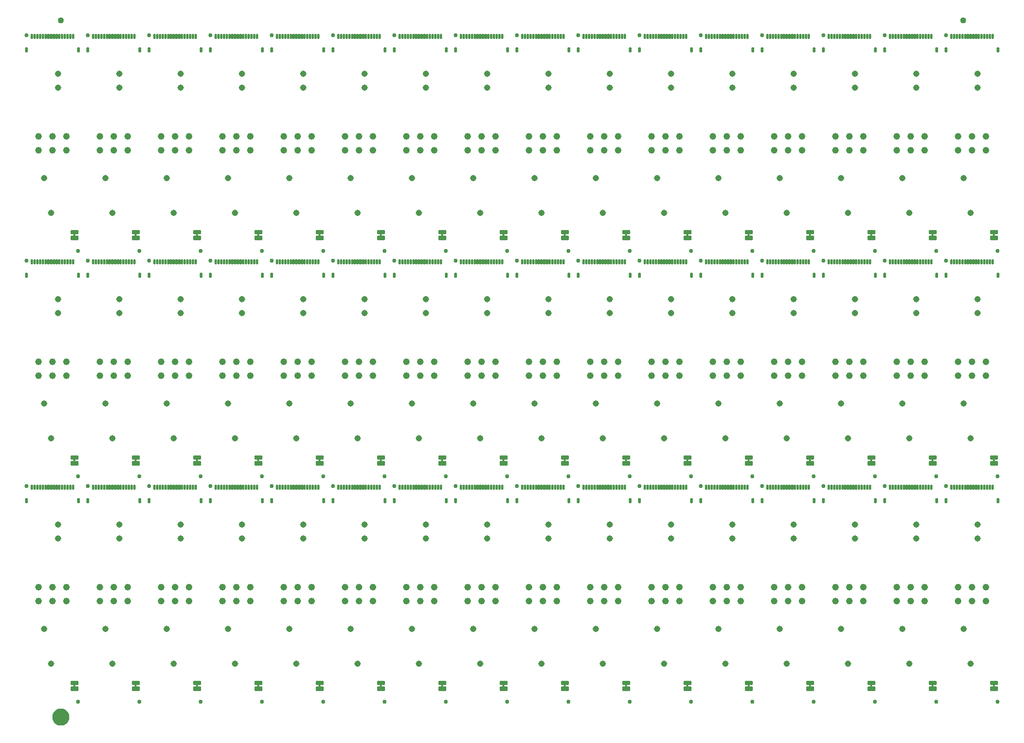
<source format=gbs>
G04 EAGLE Gerber RS-274X export*
G75*
%MOMM*%
%FSLAX34Y34*%
%LPD*%
%INSoldermask Bottom*%
%IPPOS*%
%AMOC8*
5,1,8,0,0,1.08239X$1,22.5*%
G01*
%ADD10C,0.762000*%
%ADD11C,0.230578*%
%ADD12C,0.226609*%
%ADD13C,0.228344*%
%ADD14C,1.143000*%
%ADD15C,1.221313*%
%ADD16C,1.127000*%
%ADD17C,1.270000*%
%ADD18C,1.627000*%

G36*
X653480Y856627D02*
X653480Y856627D01*
X653546Y856629D01*
X653589Y856647D01*
X653636Y856655D01*
X653693Y856689D01*
X653753Y856714D01*
X653788Y856745D01*
X653829Y856770D01*
X653871Y856821D01*
X653919Y856865D01*
X653941Y856907D01*
X653970Y856944D01*
X653991Y857006D01*
X654022Y857065D01*
X654030Y857119D01*
X654042Y857156D01*
X654041Y857196D01*
X654049Y857250D01*
X654049Y861060D01*
X654038Y861125D01*
X654036Y861191D01*
X654018Y861234D01*
X654010Y861281D01*
X653976Y861338D01*
X653951Y861398D01*
X653920Y861433D01*
X653895Y861474D01*
X653844Y861516D01*
X653800Y861564D01*
X653758Y861586D01*
X653721Y861615D01*
X653659Y861636D01*
X653600Y861667D01*
X653546Y861675D01*
X653509Y861687D01*
X653469Y861686D01*
X653415Y861694D01*
X650875Y861694D01*
X650810Y861683D01*
X650744Y861681D01*
X650701Y861663D01*
X650654Y861655D01*
X650597Y861621D01*
X650537Y861596D01*
X650502Y861565D01*
X650461Y861540D01*
X650420Y861489D01*
X650371Y861445D01*
X650349Y861403D01*
X650320Y861366D01*
X650299Y861304D01*
X650268Y861245D01*
X650260Y861191D01*
X650248Y861154D01*
X650248Y861150D01*
X650248Y861149D01*
X650249Y861114D01*
X650241Y861060D01*
X650241Y857250D01*
X650252Y857185D01*
X650254Y857119D01*
X650272Y857076D01*
X650280Y857029D01*
X650314Y856972D01*
X650339Y856912D01*
X650370Y856877D01*
X650395Y856836D01*
X650446Y856795D01*
X650490Y856746D01*
X650532Y856724D01*
X650569Y856695D01*
X650631Y856674D01*
X650690Y856643D01*
X650744Y856635D01*
X650781Y856623D01*
X650821Y856624D01*
X650875Y856616D01*
X653415Y856616D01*
X653480Y856627D01*
G37*
G36*
X429960Y856627D02*
X429960Y856627D01*
X430026Y856629D01*
X430069Y856647D01*
X430116Y856655D01*
X430173Y856689D01*
X430233Y856714D01*
X430268Y856745D01*
X430309Y856770D01*
X430351Y856821D01*
X430399Y856865D01*
X430421Y856907D01*
X430450Y856944D01*
X430471Y857006D01*
X430502Y857065D01*
X430510Y857119D01*
X430522Y857156D01*
X430521Y857196D01*
X430529Y857250D01*
X430529Y861060D01*
X430518Y861125D01*
X430516Y861191D01*
X430498Y861234D01*
X430490Y861281D01*
X430456Y861338D01*
X430431Y861398D01*
X430400Y861433D01*
X430375Y861474D01*
X430324Y861516D01*
X430280Y861564D01*
X430238Y861586D01*
X430201Y861615D01*
X430139Y861636D01*
X430080Y861667D01*
X430026Y861675D01*
X429989Y861687D01*
X429949Y861686D01*
X429895Y861694D01*
X427355Y861694D01*
X427290Y861683D01*
X427224Y861681D01*
X427181Y861663D01*
X427134Y861655D01*
X427077Y861621D01*
X427017Y861596D01*
X426982Y861565D01*
X426941Y861540D01*
X426900Y861489D01*
X426851Y861445D01*
X426829Y861403D01*
X426800Y861366D01*
X426779Y861304D01*
X426748Y861245D01*
X426740Y861191D01*
X426728Y861154D01*
X426728Y861150D01*
X426728Y861149D01*
X426729Y861114D01*
X426721Y861060D01*
X426721Y857250D01*
X426732Y857185D01*
X426734Y857119D01*
X426752Y857076D01*
X426760Y857029D01*
X426794Y856972D01*
X426819Y856912D01*
X426850Y856877D01*
X426875Y856836D01*
X426926Y856795D01*
X426970Y856746D01*
X427012Y856724D01*
X427049Y856695D01*
X427111Y856674D01*
X427170Y856643D01*
X427224Y856635D01*
X427261Y856623D01*
X427301Y856624D01*
X427355Y856616D01*
X429895Y856616D01*
X429960Y856627D01*
G37*
G36*
X206440Y856627D02*
X206440Y856627D01*
X206506Y856629D01*
X206549Y856647D01*
X206596Y856655D01*
X206653Y856689D01*
X206713Y856714D01*
X206748Y856745D01*
X206789Y856770D01*
X206831Y856821D01*
X206879Y856865D01*
X206901Y856907D01*
X206930Y856944D01*
X206951Y857006D01*
X206982Y857065D01*
X206990Y857119D01*
X207002Y857156D01*
X207001Y857196D01*
X207009Y857250D01*
X207009Y861060D01*
X206998Y861125D01*
X206996Y861191D01*
X206978Y861234D01*
X206970Y861281D01*
X206936Y861338D01*
X206911Y861398D01*
X206880Y861433D01*
X206855Y861474D01*
X206804Y861516D01*
X206760Y861564D01*
X206718Y861586D01*
X206681Y861615D01*
X206619Y861636D01*
X206560Y861667D01*
X206506Y861675D01*
X206469Y861687D01*
X206429Y861686D01*
X206375Y861694D01*
X203835Y861694D01*
X203770Y861683D01*
X203704Y861681D01*
X203661Y861663D01*
X203614Y861655D01*
X203557Y861621D01*
X203497Y861596D01*
X203462Y861565D01*
X203421Y861540D01*
X203380Y861489D01*
X203331Y861445D01*
X203309Y861403D01*
X203280Y861366D01*
X203259Y861304D01*
X203228Y861245D01*
X203220Y861191D01*
X203208Y861154D01*
X203208Y861150D01*
X203208Y861149D01*
X203209Y861114D01*
X203201Y861060D01*
X203201Y857250D01*
X203212Y857185D01*
X203214Y857119D01*
X203232Y857076D01*
X203240Y857029D01*
X203274Y856972D01*
X203299Y856912D01*
X203330Y856877D01*
X203355Y856836D01*
X203406Y856795D01*
X203450Y856746D01*
X203492Y856724D01*
X203529Y856695D01*
X203591Y856674D01*
X203650Y856643D01*
X203704Y856635D01*
X203741Y856623D01*
X203781Y856624D01*
X203835Y856616D01*
X206375Y856616D01*
X206440Y856627D01*
G37*
G36*
X94680Y856627D02*
X94680Y856627D01*
X94746Y856629D01*
X94789Y856647D01*
X94836Y856655D01*
X94893Y856689D01*
X94953Y856714D01*
X94988Y856745D01*
X95029Y856770D01*
X95071Y856821D01*
X95119Y856865D01*
X95141Y856907D01*
X95170Y856944D01*
X95191Y857006D01*
X95222Y857065D01*
X95230Y857119D01*
X95242Y857156D01*
X95241Y857196D01*
X95249Y857250D01*
X95249Y861060D01*
X95238Y861125D01*
X95236Y861191D01*
X95218Y861234D01*
X95210Y861281D01*
X95176Y861338D01*
X95151Y861398D01*
X95120Y861433D01*
X95095Y861474D01*
X95044Y861516D01*
X95000Y861564D01*
X94958Y861586D01*
X94921Y861615D01*
X94859Y861636D01*
X94800Y861667D01*
X94746Y861675D01*
X94709Y861687D01*
X94669Y861686D01*
X94615Y861694D01*
X92075Y861694D01*
X92010Y861683D01*
X91944Y861681D01*
X91901Y861663D01*
X91854Y861655D01*
X91797Y861621D01*
X91737Y861596D01*
X91702Y861565D01*
X91661Y861540D01*
X91620Y861489D01*
X91571Y861445D01*
X91549Y861403D01*
X91520Y861366D01*
X91499Y861304D01*
X91468Y861245D01*
X91460Y861191D01*
X91448Y861154D01*
X91448Y861150D01*
X91448Y861149D01*
X91449Y861114D01*
X91441Y861060D01*
X91441Y857250D01*
X91452Y857185D01*
X91454Y857119D01*
X91472Y857076D01*
X91480Y857029D01*
X91514Y856972D01*
X91539Y856912D01*
X91570Y856877D01*
X91595Y856836D01*
X91646Y856795D01*
X91690Y856746D01*
X91732Y856724D01*
X91769Y856695D01*
X91831Y856674D01*
X91890Y856643D01*
X91944Y856635D01*
X91981Y856623D01*
X92021Y856624D01*
X92075Y856616D01*
X94615Y856616D01*
X94680Y856627D01*
G37*
G36*
X1212280Y856627D02*
X1212280Y856627D01*
X1212346Y856629D01*
X1212389Y856647D01*
X1212436Y856655D01*
X1212493Y856689D01*
X1212553Y856714D01*
X1212588Y856745D01*
X1212629Y856770D01*
X1212671Y856821D01*
X1212719Y856865D01*
X1212741Y856907D01*
X1212770Y856944D01*
X1212791Y857006D01*
X1212822Y857065D01*
X1212830Y857119D01*
X1212842Y857156D01*
X1212841Y857196D01*
X1212849Y857250D01*
X1212849Y861060D01*
X1212838Y861125D01*
X1212836Y861191D01*
X1212818Y861234D01*
X1212810Y861281D01*
X1212776Y861338D01*
X1212751Y861398D01*
X1212720Y861433D01*
X1212695Y861474D01*
X1212644Y861516D01*
X1212600Y861564D01*
X1212558Y861586D01*
X1212521Y861615D01*
X1212459Y861636D01*
X1212400Y861667D01*
X1212346Y861675D01*
X1212309Y861687D01*
X1212269Y861686D01*
X1212215Y861694D01*
X1209675Y861694D01*
X1209610Y861683D01*
X1209544Y861681D01*
X1209501Y861663D01*
X1209454Y861655D01*
X1209397Y861621D01*
X1209337Y861596D01*
X1209302Y861565D01*
X1209261Y861540D01*
X1209220Y861489D01*
X1209171Y861445D01*
X1209149Y861403D01*
X1209120Y861366D01*
X1209099Y861304D01*
X1209068Y861245D01*
X1209060Y861191D01*
X1209048Y861154D01*
X1209048Y861150D01*
X1209048Y861149D01*
X1209049Y861114D01*
X1209041Y861060D01*
X1209041Y857250D01*
X1209052Y857185D01*
X1209054Y857119D01*
X1209072Y857076D01*
X1209080Y857029D01*
X1209114Y856972D01*
X1209139Y856912D01*
X1209170Y856877D01*
X1209195Y856836D01*
X1209246Y856795D01*
X1209290Y856746D01*
X1209332Y856724D01*
X1209369Y856695D01*
X1209431Y856674D01*
X1209490Y856643D01*
X1209544Y856635D01*
X1209581Y856623D01*
X1209621Y856624D01*
X1209675Y856616D01*
X1212215Y856616D01*
X1212280Y856627D01*
G37*
G36*
X1771080Y856627D02*
X1771080Y856627D01*
X1771146Y856629D01*
X1771189Y856647D01*
X1771236Y856655D01*
X1771293Y856689D01*
X1771353Y856714D01*
X1771388Y856745D01*
X1771429Y856770D01*
X1771471Y856821D01*
X1771519Y856865D01*
X1771541Y856907D01*
X1771570Y856944D01*
X1771591Y857006D01*
X1771622Y857065D01*
X1771630Y857119D01*
X1771642Y857156D01*
X1771641Y857196D01*
X1771649Y857250D01*
X1771649Y861060D01*
X1771638Y861125D01*
X1771636Y861191D01*
X1771618Y861234D01*
X1771610Y861281D01*
X1771576Y861338D01*
X1771551Y861398D01*
X1771520Y861433D01*
X1771495Y861474D01*
X1771444Y861516D01*
X1771400Y861564D01*
X1771358Y861586D01*
X1771321Y861615D01*
X1771259Y861636D01*
X1771200Y861667D01*
X1771146Y861675D01*
X1771109Y861687D01*
X1771069Y861686D01*
X1771015Y861694D01*
X1768475Y861694D01*
X1768410Y861683D01*
X1768344Y861681D01*
X1768301Y861663D01*
X1768254Y861655D01*
X1768197Y861621D01*
X1768137Y861596D01*
X1768102Y861565D01*
X1768061Y861540D01*
X1768020Y861489D01*
X1767971Y861445D01*
X1767949Y861403D01*
X1767920Y861366D01*
X1767899Y861304D01*
X1767868Y861245D01*
X1767860Y861191D01*
X1767848Y861154D01*
X1767848Y861150D01*
X1767848Y861149D01*
X1767849Y861114D01*
X1767841Y861060D01*
X1767841Y857250D01*
X1767852Y857185D01*
X1767854Y857119D01*
X1767872Y857076D01*
X1767880Y857029D01*
X1767914Y856972D01*
X1767939Y856912D01*
X1767970Y856877D01*
X1767995Y856836D01*
X1768046Y856795D01*
X1768090Y856746D01*
X1768132Y856724D01*
X1768169Y856695D01*
X1768231Y856674D01*
X1768290Y856643D01*
X1768344Y856635D01*
X1768381Y856623D01*
X1768421Y856624D01*
X1768475Y856616D01*
X1771015Y856616D01*
X1771080Y856627D01*
G37*
G36*
X1435800Y856627D02*
X1435800Y856627D01*
X1435866Y856629D01*
X1435909Y856647D01*
X1435956Y856655D01*
X1436013Y856689D01*
X1436073Y856714D01*
X1436108Y856745D01*
X1436149Y856770D01*
X1436191Y856821D01*
X1436239Y856865D01*
X1436261Y856907D01*
X1436290Y856944D01*
X1436311Y857006D01*
X1436342Y857065D01*
X1436350Y857119D01*
X1436362Y857156D01*
X1436361Y857196D01*
X1436369Y857250D01*
X1436369Y861060D01*
X1436358Y861125D01*
X1436356Y861191D01*
X1436338Y861234D01*
X1436330Y861281D01*
X1436296Y861338D01*
X1436271Y861398D01*
X1436240Y861433D01*
X1436215Y861474D01*
X1436164Y861516D01*
X1436120Y861564D01*
X1436078Y861586D01*
X1436041Y861615D01*
X1435979Y861636D01*
X1435920Y861667D01*
X1435866Y861675D01*
X1435829Y861687D01*
X1435789Y861686D01*
X1435735Y861694D01*
X1433195Y861694D01*
X1433130Y861683D01*
X1433064Y861681D01*
X1433021Y861663D01*
X1432974Y861655D01*
X1432917Y861621D01*
X1432857Y861596D01*
X1432822Y861565D01*
X1432781Y861540D01*
X1432740Y861489D01*
X1432691Y861445D01*
X1432669Y861403D01*
X1432640Y861366D01*
X1432619Y861304D01*
X1432588Y861245D01*
X1432580Y861191D01*
X1432568Y861154D01*
X1432568Y861150D01*
X1432568Y861149D01*
X1432569Y861114D01*
X1432561Y861060D01*
X1432561Y857250D01*
X1432572Y857185D01*
X1432574Y857119D01*
X1432592Y857076D01*
X1432600Y857029D01*
X1432634Y856972D01*
X1432659Y856912D01*
X1432690Y856877D01*
X1432715Y856836D01*
X1432766Y856795D01*
X1432810Y856746D01*
X1432852Y856724D01*
X1432889Y856695D01*
X1432951Y856674D01*
X1433010Y856643D01*
X1433064Y856635D01*
X1433101Y856623D01*
X1433141Y856624D01*
X1433195Y856616D01*
X1435735Y856616D01*
X1435800Y856627D01*
G37*
G36*
X1324040Y856627D02*
X1324040Y856627D01*
X1324106Y856629D01*
X1324149Y856647D01*
X1324196Y856655D01*
X1324253Y856689D01*
X1324313Y856714D01*
X1324348Y856745D01*
X1324389Y856770D01*
X1324431Y856821D01*
X1324479Y856865D01*
X1324501Y856907D01*
X1324530Y856944D01*
X1324551Y857006D01*
X1324582Y857065D01*
X1324590Y857119D01*
X1324602Y857156D01*
X1324601Y857196D01*
X1324609Y857250D01*
X1324609Y861060D01*
X1324598Y861125D01*
X1324596Y861191D01*
X1324578Y861234D01*
X1324570Y861281D01*
X1324536Y861338D01*
X1324511Y861398D01*
X1324480Y861433D01*
X1324455Y861474D01*
X1324404Y861516D01*
X1324360Y861564D01*
X1324318Y861586D01*
X1324281Y861615D01*
X1324219Y861636D01*
X1324160Y861667D01*
X1324106Y861675D01*
X1324069Y861687D01*
X1324029Y861686D01*
X1323975Y861694D01*
X1321435Y861694D01*
X1321370Y861683D01*
X1321304Y861681D01*
X1321261Y861663D01*
X1321214Y861655D01*
X1321157Y861621D01*
X1321097Y861596D01*
X1321062Y861565D01*
X1321021Y861540D01*
X1320980Y861489D01*
X1320931Y861445D01*
X1320909Y861403D01*
X1320880Y861366D01*
X1320859Y861304D01*
X1320828Y861245D01*
X1320820Y861191D01*
X1320808Y861154D01*
X1320808Y861150D01*
X1320808Y861149D01*
X1320809Y861114D01*
X1320801Y861060D01*
X1320801Y857250D01*
X1320812Y857185D01*
X1320814Y857119D01*
X1320832Y857076D01*
X1320840Y857029D01*
X1320874Y856972D01*
X1320899Y856912D01*
X1320930Y856877D01*
X1320955Y856836D01*
X1321006Y856795D01*
X1321050Y856746D01*
X1321092Y856724D01*
X1321129Y856695D01*
X1321191Y856674D01*
X1321250Y856643D01*
X1321304Y856635D01*
X1321341Y856623D01*
X1321381Y856624D01*
X1321435Y856616D01*
X1323975Y856616D01*
X1324040Y856627D01*
G37*
G36*
X1100520Y856627D02*
X1100520Y856627D01*
X1100586Y856629D01*
X1100629Y856647D01*
X1100676Y856655D01*
X1100733Y856689D01*
X1100793Y856714D01*
X1100828Y856745D01*
X1100869Y856770D01*
X1100911Y856821D01*
X1100959Y856865D01*
X1100981Y856907D01*
X1101010Y856944D01*
X1101031Y857006D01*
X1101062Y857065D01*
X1101070Y857119D01*
X1101082Y857156D01*
X1101081Y857196D01*
X1101089Y857250D01*
X1101089Y861060D01*
X1101078Y861125D01*
X1101076Y861191D01*
X1101058Y861234D01*
X1101050Y861281D01*
X1101016Y861338D01*
X1100991Y861398D01*
X1100960Y861433D01*
X1100935Y861474D01*
X1100884Y861516D01*
X1100840Y861564D01*
X1100798Y861586D01*
X1100761Y861615D01*
X1100699Y861636D01*
X1100640Y861667D01*
X1100586Y861675D01*
X1100549Y861687D01*
X1100509Y861686D01*
X1100455Y861694D01*
X1097915Y861694D01*
X1097850Y861683D01*
X1097784Y861681D01*
X1097741Y861663D01*
X1097694Y861655D01*
X1097637Y861621D01*
X1097577Y861596D01*
X1097542Y861565D01*
X1097501Y861540D01*
X1097460Y861489D01*
X1097411Y861445D01*
X1097389Y861403D01*
X1097360Y861366D01*
X1097339Y861304D01*
X1097308Y861245D01*
X1097300Y861191D01*
X1097288Y861154D01*
X1097288Y861150D01*
X1097288Y861149D01*
X1097289Y861114D01*
X1097281Y861060D01*
X1097281Y857250D01*
X1097292Y857185D01*
X1097294Y857119D01*
X1097312Y857076D01*
X1097320Y857029D01*
X1097354Y856972D01*
X1097379Y856912D01*
X1097410Y856877D01*
X1097435Y856836D01*
X1097486Y856795D01*
X1097530Y856746D01*
X1097572Y856724D01*
X1097609Y856695D01*
X1097671Y856674D01*
X1097730Y856643D01*
X1097784Y856635D01*
X1097821Y856623D01*
X1097861Y856624D01*
X1097915Y856616D01*
X1100455Y856616D01*
X1100520Y856627D01*
G37*
G36*
X541720Y856627D02*
X541720Y856627D01*
X541786Y856629D01*
X541829Y856647D01*
X541876Y856655D01*
X541933Y856689D01*
X541993Y856714D01*
X542028Y856745D01*
X542069Y856770D01*
X542111Y856821D01*
X542159Y856865D01*
X542181Y856907D01*
X542210Y856944D01*
X542231Y857006D01*
X542262Y857065D01*
X542270Y857119D01*
X542282Y857156D01*
X542281Y857196D01*
X542289Y857250D01*
X542289Y861060D01*
X542278Y861125D01*
X542276Y861191D01*
X542258Y861234D01*
X542250Y861281D01*
X542216Y861338D01*
X542191Y861398D01*
X542160Y861433D01*
X542135Y861474D01*
X542084Y861516D01*
X542040Y861564D01*
X541998Y861586D01*
X541961Y861615D01*
X541899Y861636D01*
X541840Y861667D01*
X541786Y861675D01*
X541749Y861687D01*
X541709Y861686D01*
X541655Y861694D01*
X539115Y861694D01*
X539050Y861683D01*
X538984Y861681D01*
X538941Y861663D01*
X538894Y861655D01*
X538837Y861621D01*
X538777Y861596D01*
X538742Y861565D01*
X538701Y861540D01*
X538660Y861489D01*
X538611Y861445D01*
X538589Y861403D01*
X538560Y861366D01*
X538539Y861304D01*
X538508Y861245D01*
X538500Y861191D01*
X538488Y861154D01*
X538488Y861150D01*
X538488Y861149D01*
X538489Y861114D01*
X538481Y861060D01*
X538481Y857250D01*
X538492Y857185D01*
X538494Y857119D01*
X538512Y857076D01*
X538520Y857029D01*
X538554Y856972D01*
X538579Y856912D01*
X538610Y856877D01*
X538635Y856836D01*
X538686Y856795D01*
X538730Y856746D01*
X538772Y856724D01*
X538809Y856695D01*
X538871Y856674D01*
X538930Y856643D01*
X538984Y856635D01*
X539021Y856623D01*
X539061Y856624D01*
X539115Y856616D01*
X541655Y856616D01*
X541720Y856627D01*
G37*
G36*
X877000Y856627D02*
X877000Y856627D01*
X877066Y856629D01*
X877109Y856647D01*
X877156Y856655D01*
X877213Y856689D01*
X877273Y856714D01*
X877308Y856745D01*
X877349Y856770D01*
X877391Y856821D01*
X877439Y856865D01*
X877461Y856907D01*
X877490Y856944D01*
X877511Y857006D01*
X877542Y857065D01*
X877550Y857119D01*
X877562Y857156D01*
X877561Y857196D01*
X877569Y857250D01*
X877569Y861060D01*
X877558Y861125D01*
X877556Y861191D01*
X877538Y861234D01*
X877530Y861281D01*
X877496Y861338D01*
X877471Y861398D01*
X877440Y861433D01*
X877415Y861474D01*
X877364Y861516D01*
X877320Y861564D01*
X877278Y861586D01*
X877241Y861615D01*
X877179Y861636D01*
X877120Y861667D01*
X877066Y861675D01*
X877029Y861687D01*
X876989Y861686D01*
X876935Y861694D01*
X874395Y861694D01*
X874330Y861683D01*
X874264Y861681D01*
X874221Y861663D01*
X874174Y861655D01*
X874117Y861621D01*
X874057Y861596D01*
X874022Y861565D01*
X873981Y861540D01*
X873940Y861489D01*
X873891Y861445D01*
X873869Y861403D01*
X873840Y861366D01*
X873819Y861304D01*
X873788Y861245D01*
X873780Y861191D01*
X873768Y861154D01*
X873768Y861150D01*
X873768Y861149D01*
X873769Y861114D01*
X873761Y861060D01*
X873761Y857250D01*
X873772Y857185D01*
X873774Y857119D01*
X873792Y857076D01*
X873800Y857029D01*
X873834Y856972D01*
X873859Y856912D01*
X873890Y856877D01*
X873915Y856836D01*
X873966Y856795D01*
X874010Y856746D01*
X874052Y856724D01*
X874089Y856695D01*
X874151Y856674D01*
X874210Y856643D01*
X874264Y856635D01*
X874301Y856623D01*
X874341Y856624D01*
X874395Y856616D01*
X876935Y856616D01*
X877000Y856627D01*
G37*
G36*
X765240Y856627D02*
X765240Y856627D01*
X765306Y856629D01*
X765349Y856647D01*
X765396Y856655D01*
X765453Y856689D01*
X765513Y856714D01*
X765548Y856745D01*
X765589Y856770D01*
X765631Y856821D01*
X765679Y856865D01*
X765701Y856907D01*
X765730Y856944D01*
X765751Y857006D01*
X765782Y857065D01*
X765790Y857119D01*
X765802Y857156D01*
X765801Y857196D01*
X765809Y857250D01*
X765809Y861060D01*
X765798Y861125D01*
X765796Y861191D01*
X765778Y861234D01*
X765770Y861281D01*
X765736Y861338D01*
X765711Y861398D01*
X765680Y861433D01*
X765655Y861474D01*
X765604Y861516D01*
X765560Y861564D01*
X765518Y861586D01*
X765481Y861615D01*
X765419Y861636D01*
X765360Y861667D01*
X765306Y861675D01*
X765269Y861687D01*
X765229Y861686D01*
X765175Y861694D01*
X762635Y861694D01*
X762570Y861683D01*
X762504Y861681D01*
X762461Y861663D01*
X762414Y861655D01*
X762357Y861621D01*
X762297Y861596D01*
X762262Y861565D01*
X762221Y861540D01*
X762180Y861489D01*
X762131Y861445D01*
X762109Y861403D01*
X762080Y861366D01*
X762059Y861304D01*
X762028Y861245D01*
X762020Y861191D01*
X762008Y861154D01*
X762008Y861150D01*
X762008Y861149D01*
X762009Y861114D01*
X762001Y861060D01*
X762001Y857250D01*
X762012Y857185D01*
X762014Y857119D01*
X762032Y857076D01*
X762040Y857029D01*
X762074Y856972D01*
X762099Y856912D01*
X762130Y856877D01*
X762155Y856836D01*
X762206Y856795D01*
X762250Y856746D01*
X762292Y856724D01*
X762329Y856695D01*
X762391Y856674D01*
X762450Y856643D01*
X762504Y856635D01*
X762541Y856623D01*
X762581Y856624D01*
X762635Y856616D01*
X765175Y856616D01*
X765240Y856627D01*
G37*
G36*
X1547560Y856627D02*
X1547560Y856627D01*
X1547626Y856629D01*
X1547669Y856647D01*
X1547716Y856655D01*
X1547773Y856689D01*
X1547833Y856714D01*
X1547868Y856745D01*
X1547909Y856770D01*
X1547951Y856821D01*
X1547999Y856865D01*
X1548021Y856907D01*
X1548050Y856944D01*
X1548071Y857006D01*
X1548102Y857065D01*
X1548110Y857119D01*
X1548122Y857156D01*
X1548121Y857196D01*
X1548129Y857250D01*
X1548129Y861060D01*
X1548118Y861125D01*
X1548116Y861191D01*
X1548098Y861234D01*
X1548090Y861281D01*
X1548056Y861338D01*
X1548031Y861398D01*
X1548000Y861433D01*
X1547975Y861474D01*
X1547924Y861516D01*
X1547880Y861564D01*
X1547838Y861586D01*
X1547801Y861615D01*
X1547739Y861636D01*
X1547680Y861667D01*
X1547626Y861675D01*
X1547589Y861687D01*
X1547549Y861686D01*
X1547495Y861694D01*
X1544955Y861694D01*
X1544890Y861683D01*
X1544824Y861681D01*
X1544781Y861663D01*
X1544734Y861655D01*
X1544677Y861621D01*
X1544617Y861596D01*
X1544582Y861565D01*
X1544541Y861540D01*
X1544500Y861489D01*
X1544451Y861445D01*
X1544429Y861403D01*
X1544400Y861366D01*
X1544379Y861304D01*
X1544348Y861245D01*
X1544340Y861191D01*
X1544328Y861154D01*
X1544328Y861150D01*
X1544328Y861149D01*
X1544329Y861114D01*
X1544321Y861060D01*
X1544321Y857250D01*
X1544332Y857185D01*
X1544334Y857119D01*
X1544352Y857076D01*
X1544360Y857029D01*
X1544394Y856972D01*
X1544419Y856912D01*
X1544450Y856877D01*
X1544475Y856836D01*
X1544526Y856795D01*
X1544570Y856746D01*
X1544612Y856724D01*
X1544649Y856695D01*
X1544711Y856674D01*
X1544770Y856643D01*
X1544824Y856635D01*
X1544861Y856623D01*
X1544901Y856624D01*
X1544955Y856616D01*
X1547495Y856616D01*
X1547560Y856627D01*
G37*
G36*
X988760Y856627D02*
X988760Y856627D01*
X988826Y856629D01*
X988869Y856647D01*
X988916Y856655D01*
X988973Y856689D01*
X989033Y856714D01*
X989068Y856745D01*
X989109Y856770D01*
X989151Y856821D01*
X989199Y856865D01*
X989221Y856907D01*
X989250Y856944D01*
X989271Y857006D01*
X989302Y857065D01*
X989310Y857119D01*
X989322Y857156D01*
X989321Y857196D01*
X989329Y857250D01*
X989329Y861060D01*
X989318Y861125D01*
X989316Y861191D01*
X989298Y861234D01*
X989290Y861281D01*
X989256Y861338D01*
X989231Y861398D01*
X989200Y861433D01*
X989175Y861474D01*
X989124Y861516D01*
X989080Y861564D01*
X989038Y861586D01*
X989001Y861615D01*
X988939Y861636D01*
X988880Y861667D01*
X988826Y861675D01*
X988789Y861687D01*
X988749Y861686D01*
X988695Y861694D01*
X986155Y861694D01*
X986090Y861683D01*
X986024Y861681D01*
X985981Y861663D01*
X985934Y861655D01*
X985877Y861621D01*
X985817Y861596D01*
X985782Y861565D01*
X985741Y861540D01*
X985700Y861489D01*
X985651Y861445D01*
X985629Y861403D01*
X985600Y861366D01*
X985579Y861304D01*
X985548Y861245D01*
X985540Y861191D01*
X985528Y861154D01*
X985528Y861150D01*
X985528Y861149D01*
X985529Y861114D01*
X985521Y861060D01*
X985521Y857250D01*
X985532Y857185D01*
X985534Y857119D01*
X985552Y857076D01*
X985560Y857029D01*
X985594Y856972D01*
X985619Y856912D01*
X985650Y856877D01*
X985675Y856836D01*
X985726Y856795D01*
X985770Y856746D01*
X985812Y856724D01*
X985849Y856695D01*
X985911Y856674D01*
X985970Y856643D01*
X986024Y856635D01*
X986061Y856623D01*
X986101Y856624D01*
X986155Y856616D01*
X988695Y856616D01*
X988760Y856627D01*
G37*
G36*
X1659320Y856627D02*
X1659320Y856627D01*
X1659386Y856629D01*
X1659429Y856647D01*
X1659476Y856655D01*
X1659533Y856689D01*
X1659593Y856714D01*
X1659628Y856745D01*
X1659669Y856770D01*
X1659711Y856821D01*
X1659759Y856865D01*
X1659781Y856907D01*
X1659810Y856944D01*
X1659831Y857006D01*
X1659862Y857065D01*
X1659870Y857119D01*
X1659882Y857156D01*
X1659881Y857196D01*
X1659889Y857250D01*
X1659889Y861060D01*
X1659878Y861125D01*
X1659876Y861191D01*
X1659858Y861234D01*
X1659850Y861281D01*
X1659816Y861338D01*
X1659791Y861398D01*
X1659760Y861433D01*
X1659735Y861474D01*
X1659684Y861516D01*
X1659640Y861564D01*
X1659598Y861586D01*
X1659561Y861615D01*
X1659499Y861636D01*
X1659440Y861667D01*
X1659386Y861675D01*
X1659349Y861687D01*
X1659309Y861686D01*
X1659255Y861694D01*
X1656715Y861694D01*
X1656650Y861683D01*
X1656584Y861681D01*
X1656541Y861663D01*
X1656494Y861655D01*
X1656437Y861621D01*
X1656377Y861596D01*
X1656342Y861565D01*
X1656301Y861540D01*
X1656260Y861489D01*
X1656211Y861445D01*
X1656189Y861403D01*
X1656160Y861366D01*
X1656139Y861304D01*
X1656108Y861245D01*
X1656100Y861191D01*
X1656088Y861154D01*
X1656088Y861150D01*
X1656088Y861149D01*
X1656089Y861114D01*
X1656081Y861060D01*
X1656081Y857250D01*
X1656092Y857185D01*
X1656094Y857119D01*
X1656112Y857076D01*
X1656120Y857029D01*
X1656154Y856972D01*
X1656179Y856912D01*
X1656210Y856877D01*
X1656235Y856836D01*
X1656286Y856795D01*
X1656330Y856746D01*
X1656372Y856724D01*
X1656409Y856695D01*
X1656471Y856674D01*
X1656530Y856643D01*
X1656584Y856635D01*
X1656621Y856623D01*
X1656661Y856624D01*
X1656715Y856616D01*
X1659255Y856616D01*
X1659320Y856627D01*
G37*
G36*
X318200Y856627D02*
X318200Y856627D01*
X318266Y856629D01*
X318309Y856647D01*
X318356Y856655D01*
X318413Y856689D01*
X318473Y856714D01*
X318508Y856745D01*
X318549Y856770D01*
X318591Y856821D01*
X318639Y856865D01*
X318661Y856907D01*
X318690Y856944D01*
X318711Y857006D01*
X318742Y857065D01*
X318750Y857119D01*
X318762Y857156D01*
X318761Y857196D01*
X318769Y857250D01*
X318769Y861060D01*
X318758Y861125D01*
X318756Y861191D01*
X318738Y861234D01*
X318730Y861281D01*
X318696Y861338D01*
X318671Y861398D01*
X318640Y861433D01*
X318615Y861474D01*
X318564Y861516D01*
X318520Y861564D01*
X318478Y861586D01*
X318441Y861615D01*
X318379Y861636D01*
X318320Y861667D01*
X318266Y861675D01*
X318229Y861687D01*
X318189Y861686D01*
X318135Y861694D01*
X315595Y861694D01*
X315530Y861683D01*
X315464Y861681D01*
X315421Y861663D01*
X315374Y861655D01*
X315317Y861621D01*
X315257Y861596D01*
X315222Y861565D01*
X315181Y861540D01*
X315140Y861489D01*
X315091Y861445D01*
X315069Y861403D01*
X315040Y861366D01*
X315019Y861304D01*
X314988Y861245D01*
X314980Y861191D01*
X314968Y861154D01*
X314968Y861150D01*
X314968Y861149D01*
X314969Y861114D01*
X314961Y861060D01*
X314961Y857250D01*
X314972Y857185D01*
X314974Y857119D01*
X314992Y857076D01*
X315000Y857029D01*
X315034Y856972D01*
X315059Y856912D01*
X315090Y856877D01*
X315115Y856836D01*
X315166Y856795D01*
X315210Y856746D01*
X315252Y856724D01*
X315289Y856695D01*
X315351Y856674D01*
X315410Y856643D01*
X315464Y856635D01*
X315501Y856623D01*
X315541Y856624D01*
X315595Y856616D01*
X318135Y856616D01*
X318200Y856627D01*
G37*
G36*
X1212280Y445147D02*
X1212280Y445147D01*
X1212346Y445149D01*
X1212389Y445167D01*
X1212436Y445175D01*
X1212493Y445209D01*
X1212553Y445234D01*
X1212588Y445265D01*
X1212629Y445290D01*
X1212671Y445341D01*
X1212719Y445385D01*
X1212741Y445427D01*
X1212770Y445464D01*
X1212791Y445526D01*
X1212822Y445585D01*
X1212830Y445639D01*
X1212842Y445676D01*
X1212841Y445716D01*
X1212849Y445770D01*
X1212849Y449580D01*
X1212838Y449645D01*
X1212836Y449711D01*
X1212818Y449754D01*
X1212810Y449801D01*
X1212776Y449858D01*
X1212751Y449918D01*
X1212720Y449953D01*
X1212695Y449994D01*
X1212644Y450036D01*
X1212600Y450084D01*
X1212558Y450106D01*
X1212521Y450135D01*
X1212459Y450156D01*
X1212400Y450187D01*
X1212346Y450195D01*
X1212309Y450207D01*
X1212269Y450206D01*
X1212215Y450214D01*
X1209675Y450214D01*
X1209610Y450203D01*
X1209544Y450201D01*
X1209501Y450183D01*
X1209454Y450175D01*
X1209397Y450141D01*
X1209337Y450116D01*
X1209302Y450085D01*
X1209261Y450060D01*
X1209220Y450009D01*
X1209171Y449965D01*
X1209149Y449923D01*
X1209120Y449886D01*
X1209099Y449824D01*
X1209068Y449765D01*
X1209060Y449711D01*
X1209048Y449674D01*
X1209048Y449670D01*
X1209048Y449669D01*
X1209049Y449634D01*
X1209041Y449580D01*
X1209041Y445770D01*
X1209052Y445705D01*
X1209054Y445639D01*
X1209072Y445596D01*
X1209080Y445549D01*
X1209114Y445492D01*
X1209139Y445432D01*
X1209170Y445397D01*
X1209195Y445356D01*
X1209246Y445315D01*
X1209290Y445266D01*
X1209332Y445244D01*
X1209369Y445215D01*
X1209431Y445194D01*
X1209490Y445163D01*
X1209544Y445155D01*
X1209581Y445143D01*
X1209621Y445144D01*
X1209675Y445136D01*
X1212215Y445136D01*
X1212280Y445147D01*
G37*
G36*
X1547560Y445147D02*
X1547560Y445147D01*
X1547626Y445149D01*
X1547669Y445167D01*
X1547716Y445175D01*
X1547773Y445209D01*
X1547833Y445234D01*
X1547868Y445265D01*
X1547909Y445290D01*
X1547951Y445341D01*
X1547999Y445385D01*
X1548021Y445427D01*
X1548050Y445464D01*
X1548071Y445526D01*
X1548102Y445585D01*
X1548110Y445639D01*
X1548122Y445676D01*
X1548121Y445716D01*
X1548129Y445770D01*
X1548129Y449580D01*
X1548118Y449645D01*
X1548116Y449711D01*
X1548098Y449754D01*
X1548090Y449801D01*
X1548056Y449858D01*
X1548031Y449918D01*
X1548000Y449953D01*
X1547975Y449994D01*
X1547924Y450036D01*
X1547880Y450084D01*
X1547838Y450106D01*
X1547801Y450135D01*
X1547739Y450156D01*
X1547680Y450187D01*
X1547626Y450195D01*
X1547589Y450207D01*
X1547549Y450206D01*
X1547495Y450214D01*
X1544955Y450214D01*
X1544890Y450203D01*
X1544824Y450201D01*
X1544781Y450183D01*
X1544734Y450175D01*
X1544677Y450141D01*
X1544617Y450116D01*
X1544582Y450085D01*
X1544541Y450060D01*
X1544500Y450009D01*
X1544451Y449965D01*
X1544429Y449923D01*
X1544400Y449886D01*
X1544379Y449824D01*
X1544348Y449765D01*
X1544340Y449711D01*
X1544328Y449674D01*
X1544328Y449670D01*
X1544328Y449669D01*
X1544329Y449634D01*
X1544321Y449580D01*
X1544321Y445770D01*
X1544332Y445705D01*
X1544334Y445639D01*
X1544352Y445596D01*
X1544360Y445549D01*
X1544394Y445492D01*
X1544419Y445432D01*
X1544450Y445397D01*
X1544475Y445356D01*
X1544526Y445315D01*
X1544570Y445266D01*
X1544612Y445244D01*
X1544649Y445215D01*
X1544711Y445194D01*
X1544770Y445163D01*
X1544824Y445155D01*
X1544861Y445143D01*
X1544901Y445144D01*
X1544955Y445136D01*
X1547495Y445136D01*
X1547560Y445147D01*
G37*
G36*
X318200Y445147D02*
X318200Y445147D01*
X318266Y445149D01*
X318309Y445167D01*
X318356Y445175D01*
X318413Y445209D01*
X318473Y445234D01*
X318508Y445265D01*
X318549Y445290D01*
X318591Y445341D01*
X318639Y445385D01*
X318661Y445427D01*
X318690Y445464D01*
X318711Y445526D01*
X318742Y445585D01*
X318750Y445639D01*
X318762Y445676D01*
X318761Y445716D01*
X318769Y445770D01*
X318769Y449580D01*
X318758Y449645D01*
X318756Y449711D01*
X318738Y449754D01*
X318730Y449801D01*
X318696Y449858D01*
X318671Y449918D01*
X318640Y449953D01*
X318615Y449994D01*
X318564Y450036D01*
X318520Y450084D01*
X318478Y450106D01*
X318441Y450135D01*
X318379Y450156D01*
X318320Y450187D01*
X318266Y450195D01*
X318229Y450207D01*
X318189Y450206D01*
X318135Y450214D01*
X315595Y450214D01*
X315530Y450203D01*
X315464Y450201D01*
X315421Y450183D01*
X315374Y450175D01*
X315317Y450141D01*
X315257Y450116D01*
X315222Y450085D01*
X315181Y450060D01*
X315140Y450009D01*
X315091Y449965D01*
X315069Y449923D01*
X315040Y449886D01*
X315019Y449824D01*
X314988Y449765D01*
X314980Y449711D01*
X314968Y449674D01*
X314968Y449670D01*
X314968Y449669D01*
X314969Y449634D01*
X314961Y449580D01*
X314961Y445770D01*
X314972Y445705D01*
X314974Y445639D01*
X314992Y445596D01*
X315000Y445549D01*
X315034Y445492D01*
X315059Y445432D01*
X315090Y445397D01*
X315115Y445356D01*
X315166Y445315D01*
X315210Y445266D01*
X315252Y445244D01*
X315289Y445215D01*
X315351Y445194D01*
X315410Y445163D01*
X315464Y445155D01*
X315501Y445143D01*
X315541Y445144D01*
X315595Y445136D01*
X318135Y445136D01*
X318200Y445147D01*
G37*
G36*
X988760Y445147D02*
X988760Y445147D01*
X988826Y445149D01*
X988869Y445167D01*
X988916Y445175D01*
X988973Y445209D01*
X989033Y445234D01*
X989068Y445265D01*
X989109Y445290D01*
X989151Y445341D01*
X989199Y445385D01*
X989221Y445427D01*
X989250Y445464D01*
X989271Y445526D01*
X989302Y445585D01*
X989310Y445639D01*
X989322Y445676D01*
X989321Y445716D01*
X989329Y445770D01*
X989329Y449580D01*
X989318Y449645D01*
X989316Y449711D01*
X989298Y449754D01*
X989290Y449801D01*
X989256Y449858D01*
X989231Y449918D01*
X989200Y449953D01*
X989175Y449994D01*
X989124Y450036D01*
X989080Y450084D01*
X989038Y450106D01*
X989001Y450135D01*
X988939Y450156D01*
X988880Y450187D01*
X988826Y450195D01*
X988789Y450207D01*
X988749Y450206D01*
X988695Y450214D01*
X986155Y450214D01*
X986090Y450203D01*
X986024Y450201D01*
X985981Y450183D01*
X985934Y450175D01*
X985877Y450141D01*
X985817Y450116D01*
X985782Y450085D01*
X985741Y450060D01*
X985700Y450009D01*
X985651Y449965D01*
X985629Y449923D01*
X985600Y449886D01*
X985579Y449824D01*
X985548Y449765D01*
X985540Y449711D01*
X985528Y449674D01*
X985528Y449670D01*
X985528Y449669D01*
X985529Y449634D01*
X985521Y449580D01*
X985521Y445770D01*
X985532Y445705D01*
X985534Y445639D01*
X985552Y445596D01*
X985560Y445549D01*
X985594Y445492D01*
X985619Y445432D01*
X985650Y445397D01*
X985675Y445356D01*
X985726Y445315D01*
X985770Y445266D01*
X985812Y445244D01*
X985849Y445215D01*
X985911Y445194D01*
X985970Y445163D01*
X986024Y445155D01*
X986061Y445143D01*
X986101Y445144D01*
X986155Y445136D01*
X988695Y445136D01*
X988760Y445147D01*
G37*
G36*
X765240Y445147D02*
X765240Y445147D01*
X765306Y445149D01*
X765349Y445167D01*
X765396Y445175D01*
X765453Y445209D01*
X765513Y445234D01*
X765548Y445265D01*
X765589Y445290D01*
X765631Y445341D01*
X765679Y445385D01*
X765701Y445427D01*
X765730Y445464D01*
X765751Y445526D01*
X765782Y445585D01*
X765790Y445639D01*
X765802Y445676D01*
X765801Y445716D01*
X765809Y445770D01*
X765809Y449580D01*
X765798Y449645D01*
X765796Y449711D01*
X765778Y449754D01*
X765770Y449801D01*
X765736Y449858D01*
X765711Y449918D01*
X765680Y449953D01*
X765655Y449994D01*
X765604Y450036D01*
X765560Y450084D01*
X765518Y450106D01*
X765481Y450135D01*
X765419Y450156D01*
X765360Y450187D01*
X765306Y450195D01*
X765269Y450207D01*
X765229Y450206D01*
X765175Y450214D01*
X762635Y450214D01*
X762570Y450203D01*
X762504Y450201D01*
X762461Y450183D01*
X762414Y450175D01*
X762357Y450141D01*
X762297Y450116D01*
X762262Y450085D01*
X762221Y450060D01*
X762180Y450009D01*
X762131Y449965D01*
X762109Y449923D01*
X762080Y449886D01*
X762059Y449824D01*
X762028Y449765D01*
X762020Y449711D01*
X762008Y449674D01*
X762008Y449670D01*
X762008Y449669D01*
X762009Y449634D01*
X762001Y449580D01*
X762001Y445770D01*
X762012Y445705D01*
X762014Y445639D01*
X762032Y445596D01*
X762040Y445549D01*
X762074Y445492D01*
X762099Y445432D01*
X762130Y445397D01*
X762155Y445356D01*
X762206Y445315D01*
X762250Y445266D01*
X762292Y445244D01*
X762329Y445215D01*
X762391Y445194D01*
X762450Y445163D01*
X762504Y445155D01*
X762541Y445143D01*
X762581Y445144D01*
X762635Y445136D01*
X765175Y445136D01*
X765240Y445147D01*
G37*
G36*
X206440Y445147D02*
X206440Y445147D01*
X206506Y445149D01*
X206549Y445167D01*
X206596Y445175D01*
X206653Y445209D01*
X206713Y445234D01*
X206748Y445265D01*
X206789Y445290D01*
X206831Y445341D01*
X206879Y445385D01*
X206901Y445427D01*
X206930Y445464D01*
X206951Y445526D01*
X206982Y445585D01*
X206990Y445639D01*
X207002Y445676D01*
X207001Y445716D01*
X207009Y445770D01*
X207009Y449580D01*
X206998Y449645D01*
X206996Y449711D01*
X206978Y449754D01*
X206970Y449801D01*
X206936Y449858D01*
X206911Y449918D01*
X206880Y449953D01*
X206855Y449994D01*
X206804Y450036D01*
X206760Y450084D01*
X206718Y450106D01*
X206681Y450135D01*
X206619Y450156D01*
X206560Y450187D01*
X206506Y450195D01*
X206469Y450207D01*
X206429Y450206D01*
X206375Y450214D01*
X203835Y450214D01*
X203770Y450203D01*
X203704Y450201D01*
X203661Y450183D01*
X203614Y450175D01*
X203557Y450141D01*
X203497Y450116D01*
X203462Y450085D01*
X203421Y450060D01*
X203380Y450009D01*
X203331Y449965D01*
X203309Y449923D01*
X203280Y449886D01*
X203259Y449824D01*
X203228Y449765D01*
X203220Y449711D01*
X203208Y449674D01*
X203208Y449670D01*
X203208Y449669D01*
X203209Y449634D01*
X203201Y449580D01*
X203201Y445770D01*
X203212Y445705D01*
X203214Y445639D01*
X203232Y445596D01*
X203240Y445549D01*
X203274Y445492D01*
X203299Y445432D01*
X203330Y445397D01*
X203355Y445356D01*
X203406Y445315D01*
X203450Y445266D01*
X203492Y445244D01*
X203529Y445215D01*
X203591Y445194D01*
X203650Y445163D01*
X203704Y445155D01*
X203741Y445143D01*
X203781Y445144D01*
X203835Y445136D01*
X206375Y445136D01*
X206440Y445147D01*
G37*
G36*
X877000Y445147D02*
X877000Y445147D01*
X877066Y445149D01*
X877109Y445167D01*
X877156Y445175D01*
X877213Y445209D01*
X877273Y445234D01*
X877308Y445265D01*
X877349Y445290D01*
X877391Y445341D01*
X877439Y445385D01*
X877461Y445427D01*
X877490Y445464D01*
X877511Y445526D01*
X877542Y445585D01*
X877550Y445639D01*
X877562Y445676D01*
X877561Y445716D01*
X877569Y445770D01*
X877569Y449580D01*
X877558Y449645D01*
X877556Y449711D01*
X877538Y449754D01*
X877530Y449801D01*
X877496Y449858D01*
X877471Y449918D01*
X877440Y449953D01*
X877415Y449994D01*
X877364Y450036D01*
X877320Y450084D01*
X877278Y450106D01*
X877241Y450135D01*
X877179Y450156D01*
X877120Y450187D01*
X877066Y450195D01*
X877029Y450207D01*
X876989Y450206D01*
X876935Y450214D01*
X874395Y450214D01*
X874330Y450203D01*
X874264Y450201D01*
X874221Y450183D01*
X874174Y450175D01*
X874117Y450141D01*
X874057Y450116D01*
X874022Y450085D01*
X873981Y450060D01*
X873940Y450009D01*
X873891Y449965D01*
X873869Y449923D01*
X873840Y449886D01*
X873819Y449824D01*
X873788Y449765D01*
X873780Y449711D01*
X873768Y449674D01*
X873768Y449670D01*
X873768Y449669D01*
X873769Y449634D01*
X873761Y449580D01*
X873761Y445770D01*
X873772Y445705D01*
X873774Y445639D01*
X873792Y445596D01*
X873800Y445549D01*
X873834Y445492D01*
X873859Y445432D01*
X873890Y445397D01*
X873915Y445356D01*
X873966Y445315D01*
X874010Y445266D01*
X874052Y445244D01*
X874089Y445215D01*
X874151Y445194D01*
X874210Y445163D01*
X874264Y445155D01*
X874301Y445143D01*
X874341Y445144D01*
X874395Y445136D01*
X876935Y445136D01*
X877000Y445147D01*
G37*
G36*
X1100520Y445147D02*
X1100520Y445147D01*
X1100586Y445149D01*
X1100629Y445167D01*
X1100676Y445175D01*
X1100733Y445209D01*
X1100793Y445234D01*
X1100828Y445265D01*
X1100869Y445290D01*
X1100911Y445341D01*
X1100959Y445385D01*
X1100981Y445427D01*
X1101010Y445464D01*
X1101031Y445526D01*
X1101062Y445585D01*
X1101070Y445639D01*
X1101082Y445676D01*
X1101081Y445716D01*
X1101089Y445770D01*
X1101089Y449580D01*
X1101078Y449645D01*
X1101076Y449711D01*
X1101058Y449754D01*
X1101050Y449801D01*
X1101016Y449858D01*
X1100991Y449918D01*
X1100960Y449953D01*
X1100935Y449994D01*
X1100884Y450036D01*
X1100840Y450084D01*
X1100798Y450106D01*
X1100761Y450135D01*
X1100699Y450156D01*
X1100640Y450187D01*
X1100586Y450195D01*
X1100549Y450207D01*
X1100509Y450206D01*
X1100455Y450214D01*
X1097915Y450214D01*
X1097850Y450203D01*
X1097784Y450201D01*
X1097741Y450183D01*
X1097694Y450175D01*
X1097637Y450141D01*
X1097577Y450116D01*
X1097542Y450085D01*
X1097501Y450060D01*
X1097460Y450009D01*
X1097411Y449965D01*
X1097389Y449923D01*
X1097360Y449886D01*
X1097339Y449824D01*
X1097308Y449765D01*
X1097300Y449711D01*
X1097288Y449674D01*
X1097288Y449670D01*
X1097288Y449669D01*
X1097289Y449634D01*
X1097281Y449580D01*
X1097281Y445770D01*
X1097292Y445705D01*
X1097294Y445639D01*
X1097312Y445596D01*
X1097320Y445549D01*
X1097354Y445492D01*
X1097379Y445432D01*
X1097410Y445397D01*
X1097435Y445356D01*
X1097486Y445315D01*
X1097530Y445266D01*
X1097572Y445244D01*
X1097609Y445215D01*
X1097671Y445194D01*
X1097730Y445163D01*
X1097784Y445155D01*
X1097821Y445143D01*
X1097861Y445144D01*
X1097915Y445136D01*
X1100455Y445136D01*
X1100520Y445147D01*
G37*
G36*
X1771080Y445147D02*
X1771080Y445147D01*
X1771146Y445149D01*
X1771189Y445167D01*
X1771236Y445175D01*
X1771293Y445209D01*
X1771353Y445234D01*
X1771388Y445265D01*
X1771429Y445290D01*
X1771471Y445341D01*
X1771519Y445385D01*
X1771541Y445427D01*
X1771570Y445464D01*
X1771591Y445526D01*
X1771622Y445585D01*
X1771630Y445639D01*
X1771642Y445676D01*
X1771641Y445716D01*
X1771649Y445770D01*
X1771649Y449580D01*
X1771638Y449645D01*
X1771636Y449711D01*
X1771618Y449754D01*
X1771610Y449801D01*
X1771576Y449858D01*
X1771551Y449918D01*
X1771520Y449953D01*
X1771495Y449994D01*
X1771444Y450036D01*
X1771400Y450084D01*
X1771358Y450106D01*
X1771321Y450135D01*
X1771259Y450156D01*
X1771200Y450187D01*
X1771146Y450195D01*
X1771109Y450207D01*
X1771069Y450206D01*
X1771015Y450214D01*
X1768475Y450214D01*
X1768410Y450203D01*
X1768344Y450201D01*
X1768301Y450183D01*
X1768254Y450175D01*
X1768197Y450141D01*
X1768137Y450116D01*
X1768102Y450085D01*
X1768061Y450060D01*
X1768020Y450009D01*
X1767971Y449965D01*
X1767949Y449923D01*
X1767920Y449886D01*
X1767899Y449824D01*
X1767868Y449765D01*
X1767860Y449711D01*
X1767848Y449674D01*
X1767848Y449670D01*
X1767848Y449669D01*
X1767849Y449634D01*
X1767841Y449580D01*
X1767841Y445770D01*
X1767852Y445705D01*
X1767854Y445639D01*
X1767872Y445596D01*
X1767880Y445549D01*
X1767914Y445492D01*
X1767939Y445432D01*
X1767970Y445397D01*
X1767995Y445356D01*
X1768046Y445315D01*
X1768090Y445266D01*
X1768132Y445244D01*
X1768169Y445215D01*
X1768231Y445194D01*
X1768290Y445163D01*
X1768344Y445155D01*
X1768381Y445143D01*
X1768421Y445144D01*
X1768475Y445136D01*
X1771015Y445136D01*
X1771080Y445147D01*
G37*
G36*
X541720Y445147D02*
X541720Y445147D01*
X541786Y445149D01*
X541829Y445167D01*
X541876Y445175D01*
X541933Y445209D01*
X541993Y445234D01*
X542028Y445265D01*
X542069Y445290D01*
X542111Y445341D01*
X542159Y445385D01*
X542181Y445427D01*
X542210Y445464D01*
X542231Y445526D01*
X542262Y445585D01*
X542270Y445639D01*
X542282Y445676D01*
X542281Y445716D01*
X542289Y445770D01*
X542289Y449580D01*
X542278Y449645D01*
X542276Y449711D01*
X542258Y449754D01*
X542250Y449801D01*
X542216Y449858D01*
X542191Y449918D01*
X542160Y449953D01*
X542135Y449994D01*
X542084Y450036D01*
X542040Y450084D01*
X541998Y450106D01*
X541961Y450135D01*
X541899Y450156D01*
X541840Y450187D01*
X541786Y450195D01*
X541749Y450207D01*
X541709Y450206D01*
X541655Y450214D01*
X539115Y450214D01*
X539050Y450203D01*
X538984Y450201D01*
X538941Y450183D01*
X538894Y450175D01*
X538837Y450141D01*
X538777Y450116D01*
X538742Y450085D01*
X538701Y450060D01*
X538660Y450009D01*
X538611Y449965D01*
X538589Y449923D01*
X538560Y449886D01*
X538539Y449824D01*
X538508Y449765D01*
X538500Y449711D01*
X538488Y449674D01*
X538488Y449670D01*
X538488Y449669D01*
X538489Y449634D01*
X538481Y449580D01*
X538481Y445770D01*
X538492Y445705D01*
X538494Y445639D01*
X538512Y445596D01*
X538520Y445549D01*
X538554Y445492D01*
X538579Y445432D01*
X538610Y445397D01*
X538635Y445356D01*
X538686Y445315D01*
X538730Y445266D01*
X538772Y445244D01*
X538809Y445215D01*
X538871Y445194D01*
X538930Y445163D01*
X538984Y445155D01*
X539021Y445143D01*
X539061Y445144D01*
X539115Y445136D01*
X541655Y445136D01*
X541720Y445147D01*
G37*
G36*
X1324040Y445147D02*
X1324040Y445147D01*
X1324106Y445149D01*
X1324149Y445167D01*
X1324196Y445175D01*
X1324253Y445209D01*
X1324313Y445234D01*
X1324348Y445265D01*
X1324389Y445290D01*
X1324431Y445341D01*
X1324479Y445385D01*
X1324501Y445427D01*
X1324530Y445464D01*
X1324551Y445526D01*
X1324582Y445585D01*
X1324590Y445639D01*
X1324602Y445676D01*
X1324601Y445716D01*
X1324609Y445770D01*
X1324609Y449580D01*
X1324598Y449645D01*
X1324596Y449711D01*
X1324578Y449754D01*
X1324570Y449801D01*
X1324536Y449858D01*
X1324511Y449918D01*
X1324480Y449953D01*
X1324455Y449994D01*
X1324404Y450036D01*
X1324360Y450084D01*
X1324318Y450106D01*
X1324281Y450135D01*
X1324219Y450156D01*
X1324160Y450187D01*
X1324106Y450195D01*
X1324069Y450207D01*
X1324029Y450206D01*
X1323975Y450214D01*
X1321435Y450214D01*
X1321370Y450203D01*
X1321304Y450201D01*
X1321261Y450183D01*
X1321214Y450175D01*
X1321157Y450141D01*
X1321097Y450116D01*
X1321062Y450085D01*
X1321021Y450060D01*
X1320980Y450009D01*
X1320931Y449965D01*
X1320909Y449923D01*
X1320880Y449886D01*
X1320859Y449824D01*
X1320828Y449765D01*
X1320820Y449711D01*
X1320808Y449674D01*
X1320808Y449670D01*
X1320808Y449669D01*
X1320809Y449634D01*
X1320801Y449580D01*
X1320801Y445770D01*
X1320812Y445705D01*
X1320814Y445639D01*
X1320832Y445596D01*
X1320840Y445549D01*
X1320874Y445492D01*
X1320899Y445432D01*
X1320930Y445397D01*
X1320955Y445356D01*
X1321006Y445315D01*
X1321050Y445266D01*
X1321092Y445244D01*
X1321129Y445215D01*
X1321191Y445194D01*
X1321250Y445163D01*
X1321304Y445155D01*
X1321341Y445143D01*
X1321381Y445144D01*
X1321435Y445136D01*
X1323975Y445136D01*
X1324040Y445147D01*
G37*
G36*
X653480Y445147D02*
X653480Y445147D01*
X653546Y445149D01*
X653589Y445167D01*
X653636Y445175D01*
X653693Y445209D01*
X653753Y445234D01*
X653788Y445265D01*
X653829Y445290D01*
X653871Y445341D01*
X653919Y445385D01*
X653941Y445427D01*
X653970Y445464D01*
X653991Y445526D01*
X654022Y445585D01*
X654030Y445639D01*
X654042Y445676D01*
X654041Y445716D01*
X654049Y445770D01*
X654049Y449580D01*
X654038Y449645D01*
X654036Y449711D01*
X654018Y449754D01*
X654010Y449801D01*
X653976Y449858D01*
X653951Y449918D01*
X653920Y449953D01*
X653895Y449994D01*
X653844Y450036D01*
X653800Y450084D01*
X653758Y450106D01*
X653721Y450135D01*
X653659Y450156D01*
X653600Y450187D01*
X653546Y450195D01*
X653509Y450207D01*
X653469Y450206D01*
X653415Y450214D01*
X650875Y450214D01*
X650810Y450203D01*
X650744Y450201D01*
X650701Y450183D01*
X650654Y450175D01*
X650597Y450141D01*
X650537Y450116D01*
X650502Y450085D01*
X650461Y450060D01*
X650420Y450009D01*
X650371Y449965D01*
X650349Y449923D01*
X650320Y449886D01*
X650299Y449824D01*
X650268Y449765D01*
X650260Y449711D01*
X650248Y449674D01*
X650248Y449670D01*
X650248Y449669D01*
X650249Y449634D01*
X650241Y449580D01*
X650241Y445770D01*
X650252Y445705D01*
X650254Y445639D01*
X650272Y445596D01*
X650280Y445549D01*
X650314Y445492D01*
X650339Y445432D01*
X650370Y445397D01*
X650395Y445356D01*
X650446Y445315D01*
X650490Y445266D01*
X650532Y445244D01*
X650569Y445215D01*
X650631Y445194D01*
X650690Y445163D01*
X650744Y445155D01*
X650781Y445143D01*
X650821Y445144D01*
X650875Y445136D01*
X653415Y445136D01*
X653480Y445147D01*
G37*
G36*
X94680Y445147D02*
X94680Y445147D01*
X94746Y445149D01*
X94789Y445167D01*
X94836Y445175D01*
X94893Y445209D01*
X94953Y445234D01*
X94988Y445265D01*
X95029Y445290D01*
X95071Y445341D01*
X95119Y445385D01*
X95141Y445427D01*
X95170Y445464D01*
X95191Y445526D01*
X95222Y445585D01*
X95230Y445639D01*
X95242Y445676D01*
X95241Y445716D01*
X95249Y445770D01*
X95249Y449580D01*
X95238Y449645D01*
X95236Y449711D01*
X95218Y449754D01*
X95210Y449801D01*
X95176Y449858D01*
X95151Y449918D01*
X95120Y449953D01*
X95095Y449994D01*
X95044Y450036D01*
X95000Y450084D01*
X94958Y450106D01*
X94921Y450135D01*
X94859Y450156D01*
X94800Y450187D01*
X94746Y450195D01*
X94709Y450207D01*
X94669Y450206D01*
X94615Y450214D01*
X92075Y450214D01*
X92010Y450203D01*
X91944Y450201D01*
X91901Y450183D01*
X91854Y450175D01*
X91797Y450141D01*
X91737Y450116D01*
X91702Y450085D01*
X91661Y450060D01*
X91620Y450009D01*
X91571Y449965D01*
X91549Y449923D01*
X91520Y449886D01*
X91499Y449824D01*
X91468Y449765D01*
X91460Y449711D01*
X91448Y449674D01*
X91448Y449670D01*
X91448Y449669D01*
X91449Y449634D01*
X91441Y449580D01*
X91441Y445770D01*
X91452Y445705D01*
X91454Y445639D01*
X91472Y445596D01*
X91480Y445549D01*
X91514Y445492D01*
X91539Y445432D01*
X91570Y445397D01*
X91595Y445356D01*
X91646Y445315D01*
X91690Y445266D01*
X91732Y445244D01*
X91769Y445215D01*
X91831Y445194D01*
X91890Y445163D01*
X91944Y445155D01*
X91981Y445143D01*
X92021Y445144D01*
X92075Y445136D01*
X94615Y445136D01*
X94680Y445147D01*
G37*
G36*
X429960Y445147D02*
X429960Y445147D01*
X430026Y445149D01*
X430069Y445167D01*
X430116Y445175D01*
X430173Y445209D01*
X430233Y445234D01*
X430268Y445265D01*
X430309Y445290D01*
X430351Y445341D01*
X430399Y445385D01*
X430421Y445427D01*
X430450Y445464D01*
X430471Y445526D01*
X430502Y445585D01*
X430510Y445639D01*
X430522Y445676D01*
X430521Y445716D01*
X430529Y445770D01*
X430529Y449580D01*
X430518Y449645D01*
X430516Y449711D01*
X430498Y449754D01*
X430490Y449801D01*
X430456Y449858D01*
X430431Y449918D01*
X430400Y449953D01*
X430375Y449994D01*
X430324Y450036D01*
X430280Y450084D01*
X430238Y450106D01*
X430201Y450135D01*
X430139Y450156D01*
X430080Y450187D01*
X430026Y450195D01*
X429989Y450207D01*
X429949Y450206D01*
X429895Y450214D01*
X427355Y450214D01*
X427290Y450203D01*
X427224Y450201D01*
X427181Y450183D01*
X427134Y450175D01*
X427077Y450141D01*
X427017Y450116D01*
X426982Y450085D01*
X426941Y450060D01*
X426900Y450009D01*
X426851Y449965D01*
X426829Y449923D01*
X426800Y449886D01*
X426779Y449824D01*
X426748Y449765D01*
X426740Y449711D01*
X426728Y449674D01*
X426728Y449670D01*
X426728Y449669D01*
X426729Y449634D01*
X426721Y449580D01*
X426721Y445770D01*
X426732Y445705D01*
X426734Y445639D01*
X426752Y445596D01*
X426760Y445549D01*
X426794Y445492D01*
X426819Y445432D01*
X426850Y445397D01*
X426875Y445356D01*
X426926Y445315D01*
X426970Y445266D01*
X427012Y445244D01*
X427049Y445215D01*
X427111Y445194D01*
X427170Y445163D01*
X427224Y445155D01*
X427261Y445143D01*
X427301Y445144D01*
X427355Y445136D01*
X429895Y445136D01*
X429960Y445147D01*
G37*
G36*
X1435800Y445147D02*
X1435800Y445147D01*
X1435866Y445149D01*
X1435909Y445167D01*
X1435956Y445175D01*
X1436013Y445209D01*
X1436073Y445234D01*
X1436108Y445265D01*
X1436149Y445290D01*
X1436191Y445341D01*
X1436239Y445385D01*
X1436261Y445427D01*
X1436290Y445464D01*
X1436311Y445526D01*
X1436342Y445585D01*
X1436350Y445639D01*
X1436362Y445676D01*
X1436361Y445716D01*
X1436369Y445770D01*
X1436369Y449580D01*
X1436358Y449645D01*
X1436356Y449711D01*
X1436338Y449754D01*
X1436330Y449801D01*
X1436296Y449858D01*
X1436271Y449918D01*
X1436240Y449953D01*
X1436215Y449994D01*
X1436164Y450036D01*
X1436120Y450084D01*
X1436078Y450106D01*
X1436041Y450135D01*
X1435979Y450156D01*
X1435920Y450187D01*
X1435866Y450195D01*
X1435829Y450207D01*
X1435789Y450206D01*
X1435735Y450214D01*
X1433195Y450214D01*
X1433130Y450203D01*
X1433064Y450201D01*
X1433021Y450183D01*
X1432974Y450175D01*
X1432917Y450141D01*
X1432857Y450116D01*
X1432822Y450085D01*
X1432781Y450060D01*
X1432740Y450009D01*
X1432691Y449965D01*
X1432669Y449923D01*
X1432640Y449886D01*
X1432619Y449824D01*
X1432588Y449765D01*
X1432580Y449711D01*
X1432568Y449674D01*
X1432568Y449670D01*
X1432568Y449669D01*
X1432569Y449634D01*
X1432561Y449580D01*
X1432561Y445770D01*
X1432572Y445705D01*
X1432574Y445639D01*
X1432592Y445596D01*
X1432600Y445549D01*
X1432634Y445492D01*
X1432659Y445432D01*
X1432690Y445397D01*
X1432715Y445356D01*
X1432766Y445315D01*
X1432810Y445266D01*
X1432852Y445244D01*
X1432889Y445215D01*
X1432951Y445194D01*
X1433010Y445163D01*
X1433064Y445155D01*
X1433101Y445143D01*
X1433141Y445144D01*
X1433195Y445136D01*
X1435735Y445136D01*
X1435800Y445147D01*
G37*
G36*
X1659320Y445147D02*
X1659320Y445147D01*
X1659386Y445149D01*
X1659429Y445167D01*
X1659476Y445175D01*
X1659533Y445209D01*
X1659593Y445234D01*
X1659628Y445265D01*
X1659669Y445290D01*
X1659711Y445341D01*
X1659759Y445385D01*
X1659781Y445427D01*
X1659810Y445464D01*
X1659831Y445526D01*
X1659862Y445585D01*
X1659870Y445639D01*
X1659882Y445676D01*
X1659881Y445716D01*
X1659889Y445770D01*
X1659889Y449580D01*
X1659878Y449645D01*
X1659876Y449711D01*
X1659858Y449754D01*
X1659850Y449801D01*
X1659816Y449858D01*
X1659791Y449918D01*
X1659760Y449953D01*
X1659735Y449994D01*
X1659684Y450036D01*
X1659640Y450084D01*
X1659598Y450106D01*
X1659561Y450135D01*
X1659499Y450156D01*
X1659440Y450187D01*
X1659386Y450195D01*
X1659349Y450207D01*
X1659309Y450206D01*
X1659255Y450214D01*
X1656715Y450214D01*
X1656650Y450203D01*
X1656584Y450201D01*
X1656541Y450183D01*
X1656494Y450175D01*
X1656437Y450141D01*
X1656377Y450116D01*
X1656342Y450085D01*
X1656301Y450060D01*
X1656260Y450009D01*
X1656211Y449965D01*
X1656189Y449923D01*
X1656160Y449886D01*
X1656139Y449824D01*
X1656108Y449765D01*
X1656100Y449711D01*
X1656088Y449674D01*
X1656088Y449670D01*
X1656088Y449669D01*
X1656089Y449634D01*
X1656081Y449580D01*
X1656081Y445770D01*
X1656092Y445705D01*
X1656094Y445639D01*
X1656112Y445596D01*
X1656120Y445549D01*
X1656154Y445492D01*
X1656179Y445432D01*
X1656210Y445397D01*
X1656235Y445356D01*
X1656286Y445315D01*
X1656330Y445266D01*
X1656372Y445244D01*
X1656409Y445215D01*
X1656471Y445194D01*
X1656530Y445163D01*
X1656584Y445155D01*
X1656621Y445143D01*
X1656661Y445144D01*
X1656715Y445136D01*
X1659255Y445136D01*
X1659320Y445147D01*
G37*
G36*
X765240Y33667D02*
X765240Y33667D01*
X765306Y33669D01*
X765349Y33687D01*
X765396Y33695D01*
X765453Y33729D01*
X765513Y33754D01*
X765548Y33785D01*
X765589Y33810D01*
X765631Y33861D01*
X765679Y33905D01*
X765701Y33947D01*
X765730Y33984D01*
X765751Y34046D01*
X765782Y34105D01*
X765790Y34159D01*
X765802Y34196D01*
X765801Y34236D01*
X765809Y34290D01*
X765809Y38100D01*
X765798Y38165D01*
X765796Y38231D01*
X765778Y38274D01*
X765770Y38321D01*
X765736Y38378D01*
X765711Y38438D01*
X765680Y38473D01*
X765655Y38514D01*
X765604Y38556D01*
X765560Y38604D01*
X765518Y38626D01*
X765481Y38655D01*
X765419Y38676D01*
X765360Y38707D01*
X765306Y38715D01*
X765269Y38727D01*
X765229Y38726D01*
X765175Y38734D01*
X762635Y38734D01*
X762570Y38723D01*
X762504Y38721D01*
X762461Y38703D01*
X762414Y38695D01*
X762357Y38661D01*
X762297Y38636D01*
X762262Y38605D01*
X762221Y38580D01*
X762180Y38529D01*
X762131Y38485D01*
X762109Y38443D01*
X762080Y38406D01*
X762059Y38344D01*
X762028Y38285D01*
X762020Y38231D01*
X762008Y38194D01*
X762008Y38190D01*
X762008Y38189D01*
X762009Y38154D01*
X762001Y38100D01*
X762001Y34290D01*
X762012Y34225D01*
X762014Y34159D01*
X762032Y34116D01*
X762040Y34069D01*
X762074Y34012D01*
X762099Y33952D01*
X762130Y33917D01*
X762155Y33876D01*
X762206Y33835D01*
X762250Y33786D01*
X762292Y33764D01*
X762329Y33735D01*
X762391Y33714D01*
X762450Y33683D01*
X762504Y33675D01*
X762541Y33663D01*
X762581Y33664D01*
X762635Y33656D01*
X765175Y33656D01*
X765240Y33667D01*
G37*
G36*
X1100520Y33667D02*
X1100520Y33667D01*
X1100586Y33669D01*
X1100629Y33687D01*
X1100676Y33695D01*
X1100733Y33729D01*
X1100793Y33754D01*
X1100828Y33785D01*
X1100869Y33810D01*
X1100911Y33861D01*
X1100959Y33905D01*
X1100981Y33947D01*
X1101010Y33984D01*
X1101031Y34046D01*
X1101062Y34105D01*
X1101070Y34159D01*
X1101082Y34196D01*
X1101081Y34236D01*
X1101089Y34290D01*
X1101089Y38100D01*
X1101078Y38165D01*
X1101076Y38231D01*
X1101058Y38274D01*
X1101050Y38321D01*
X1101016Y38378D01*
X1100991Y38438D01*
X1100960Y38473D01*
X1100935Y38514D01*
X1100884Y38556D01*
X1100840Y38604D01*
X1100798Y38626D01*
X1100761Y38655D01*
X1100699Y38676D01*
X1100640Y38707D01*
X1100586Y38715D01*
X1100549Y38727D01*
X1100509Y38726D01*
X1100455Y38734D01*
X1097915Y38734D01*
X1097850Y38723D01*
X1097784Y38721D01*
X1097741Y38703D01*
X1097694Y38695D01*
X1097637Y38661D01*
X1097577Y38636D01*
X1097542Y38605D01*
X1097501Y38580D01*
X1097460Y38529D01*
X1097411Y38485D01*
X1097389Y38443D01*
X1097360Y38406D01*
X1097339Y38344D01*
X1097308Y38285D01*
X1097300Y38231D01*
X1097288Y38194D01*
X1097288Y38190D01*
X1097288Y38189D01*
X1097289Y38154D01*
X1097281Y38100D01*
X1097281Y34290D01*
X1097292Y34225D01*
X1097294Y34159D01*
X1097312Y34116D01*
X1097320Y34069D01*
X1097354Y34012D01*
X1097379Y33952D01*
X1097410Y33917D01*
X1097435Y33876D01*
X1097486Y33835D01*
X1097530Y33786D01*
X1097572Y33764D01*
X1097609Y33735D01*
X1097671Y33714D01*
X1097730Y33683D01*
X1097784Y33675D01*
X1097821Y33663D01*
X1097861Y33664D01*
X1097915Y33656D01*
X1100455Y33656D01*
X1100520Y33667D01*
G37*
G36*
X653480Y33667D02*
X653480Y33667D01*
X653546Y33669D01*
X653589Y33687D01*
X653636Y33695D01*
X653693Y33729D01*
X653753Y33754D01*
X653788Y33785D01*
X653829Y33810D01*
X653871Y33861D01*
X653919Y33905D01*
X653941Y33947D01*
X653970Y33984D01*
X653991Y34046D01*
X654022Y34105D01*
X654030Y34159D01*
X654042Y34196D01*
X654041Y34236D01*
X654049Y34290D01*
X654049Y38100D01*
X654038Y38165D01*
X654036Y38231D01*
X654018Y38274D01*
X654010Y38321D01*
X653976Y38378D01*
X653951Y38438D01*
X653920Y38473D01*
X653895Y38514D01*
X653844Y38556D01*
X653800Y38604D01*
X653758Y38626D01*
X653721Y38655D01*
X653659Y38676D01*
X653600Y38707D01*
X653546Y38715D01*
X653509Y38727D01*
X653469Y38726D01*
X653415Y38734D01*
X650875Y38734D01*
X650810Y38723D01*
X650744Y38721D01*
X650701Y38703D01*
X650654Y38695D01*
X650597Y38661D01*
X650537Y38636D01*
X650502Y38605D01*
X650461Y38580D01*
X650420Y38529D01*
X650371Y38485D01*
X650349Y38443D01*
X650320Y38406D01*
X650299Y38344D01*
X650268Y38285D01*
X650260Y38231D01*
X650248Y38194D01*
X650248Y38190D01*
X650248Y38189D01*
X650249Y38154D01*
X650241Y38100D01*
X650241Y34290D01*
X650252Y34225D01*
X650254Y34159D01*
X650272Y34116D01*
X650280Y34069D01*
X650314Y34012D01*
X650339Y33952D01*
X650370Y33917D01*
X650395Y33876D01*
X650446Y33835D01*
X650490Y33786D01*
X650532Y33764D01*
X650569Y33735D01*
X650631Y33714D01*
X650690Y33683D01*
X650744Y33675D01*
X650781Y33663D01*
X650821Y33664D01*
X650875Y33656D01*
X653415Y33656D01*
X653480Y33667D01*
G37*
G36*
X429960Y33667D02*
X429960Y33667D01*
X430026Y33669D01*
X430069Y33687D01*
X430116Y33695D01*
X430173Y33729D01*
X430233Y33754D01*
X430268Y33785D01*
X430309Y33810D01*
X430351Y33861D01*
X430399Y33905D01*
X430421Y33947D01*
X430450Y33984D01*
X430471Y34046D01*
X430502Y34105D01*
X430510Y34159D01*
X430522Y34196D01*
X430521Y34236D01*
X430529Y34290D01*
X430529Y38100D01*
X430518Y38165D01*
X430516Y38231D01*
X430498Y38274D01*
X430490Y38321D01*
X430456Y38378D01*
X430431Y38438D01*
X430400Y38473D01*
X430375Y38514D01*
X430324Y38556D01*
X430280Y38604D01*
X430238Y38626D01*
X430201Y38655D01*
X430139Y38676D01*
X430080Y38707D01*
X430026Y38715D01*
X429989Y38727D01*
X429949Y38726D01*
X429895Y38734D01*
X427355Y38734D01*
X427290Y38723D01*
X427224Y38721D01*
X427181Y38703D01*
X427134Y38695D01*
X427077Y38661D01*
X427017Y38636D01*
X426982Y38605D01*
X426941Y38580D01*
X426900Y38529D01*
X426851Y38485D01*
X426829Y38443D01*
X426800Y38406D01*
X426779Y38344D01*
X426748Y38285D01*
X426740Y38231D01*
X426728Y38194D01*
X426728Y38190D01*
X426728Y38189D01*
X426729Y38154D01*
X426721Y38100D01*
X426721Y34290D01*
X426732Y34225D01*
X426734Y34159D01*
X426752Y34116D01*
X426760Y34069D01*
X426794Y34012D01*
X426819Y33952D01*
X426850Y33917D01*
X426875Y33876D01*
X426926Y33835D01*
X426970Y33786D01*
X427012Y33764D01*
X427049Y33735D01*
X427111Y33714D01*
X427170Y33683D01*
X427224Y33675D01*
X427261Y33663D01*
X427301Y33664D01*
X427355Y33656D01*
X429895Y33656D01*
X429960Y33667D01*
G37*
G36*
X1212280Y33667D02*
X1212280Y33667D01*
X1212346Y33669D01*
X1212389Y33687D01*
X1212436Y33695D01*
X1212493Y33729D01*
X1212553Y33754D01*
X1212588Y33785D01*
X1212629Y33810D01*
X1212671Y33861D01*
X1212719Y33905D01*
X1212741Y33947D01*
X1212770Y33984D01*
X1212791Y34046D01*
X1212822Y34105D01*
X1212830Y34159D01*
X1212842Y34196D01*
X1212841Y34236D01*
X1212849Y34290D01*
X1212849Y38100D01*
X1212838Y38165D01*
X1212836Y38231D01*
X1212818Y38274D01*
X1212810Y38321D01*
X1212776Y38378D01*
X1212751Y38438D01*
X1212720Y38473D01*
X1212695Y38514D01*
X1212644Y38556D01*
X1212600Y38604D01*
X1212558Y38626D01*
X1212521Y38655D01*
X1212459Y38676D01*
X1212400Y38707D01*
X1212346Y38715D01*
X1212309Y38727D01*
X1212269Y38726D01*
X1212215Y38734D01*
X1209675Y38734D01*
X1209610Y38723D01*
X1209544Y38721D01*
X1209501Y38703D01*
X1209454Y38695D01*
X1209397Y38661D01*
X1209337Y38636D01*
X1209302Y38605D01*
X1209261Y38580D01*
X1209220Y38529D01*
X1209171Y38485D01*
X1209149Y38443D01*
X1209120Y38406D01*
X1209099Y38344D01*
X1209068Y38285D01*
X1209060Y38231D01*
X1209048Y38194D01*
X1209048Y38190D01*
X1209048Y38189D01*
X1209049Y38154D01*
X1209041Y38100D01*
X1209041Y34290D01*
X1209052Y34225D01*
X1209054Y34159D01*
X1209072Y34116D01*
X1209080Y34069D01*
X1209114Y34012D01*
X1209139Y33952D01*
X1209170Y33917D01*
X1209195Y33876D01*
X1209246Y33835D01*
X1209290Y33786D01*
X1209332Y33764D01*
X1209369Y33735D01*
X1209431Y33714D01*
X1209490Y33683D01*
X1209544Y33675D01*
X1209581Y33663D01*
X1209621Y33664D01*
X1209675Y33656D01*
X1212215Y33656D01*
X1212280Y33667D01*
G37*
G36*
X1547560Y33667D02*
X1547560Y33667D01*
X1547626Y33669D01*
X1547669Y33687D01*
X1547716Y33695D01*
X1547773Y33729D01*
X1547833Y33754D01*
X1547868Y33785D01*
X1547909Y33810D01*
X1547951Y33861D01*
X1547999Y33905D01*
X1548021Y33947D01*
X1548050Y33984D01*
X1548071Y34046D01*
X1548102Y34105D01*
X1548110Y34159D01*
X1548122Y34196D01*
X1548121Y34236D01*
X1548129Y34290D01*
X1548129Y38100D01*
X1548118Y38165D01*
X1548116Y38231D01*
X1548098Y38274D01*
X1548090Y38321D01*
X1548056Y38378D01*
X1548031Y38438D01*
X1548000Y38473D01*
X1547975Y38514D01*
X1547924Y38556D01*
X1547880Y38604D01*
X1547838Y38626D01*
X1547801Y38655D01*
X1547739Y38676D01*
X1547680Y38707D01*
X1547626Y38715D01*
X1547589Y38727D01*
X1547549Y38726D01*
X1547495Y38734D01*
X1544955Y38734D01*
X1544890Y38723D01*
X1544824Y38721D01*
X1544781Y38703D01*
X1544734Y38695D01*
X1544677Y38661D01*
X1544617Y38636D01*
X1544582Y38605D01*
X1544541Y38580D01*
X1544500Y38529D01*
X1544451Y38485D01*
X1544429Y38443D01*
X1544400Y38406D01*
X1544379Y38344D01*
X1544348Y38285D01*
X1544340Y38231D01*
X1544328Y38194D01*
X1544328Y38190D01*
X1544328Y38189D01*
X1544329Y38154D01*
X1544321Y38100D01*
X1544321Y34290D01*
X1544332Y34225D01*
X1544334Y34159D01*
X1544352Y34116D01*
X1544360Y34069D01*
X1544394Y34012D01*
X1544419Y33952D01*
X1544450Y33917D01*
X1544475Y33876D01*
X1544526Y33835D01*
X1544570Y33786D01*
X1544612Y33764D01*
X1544649Y33735D01*
X1544711Y33714D01*
X1544770Y33683D01*
X1544824Y33675D01*
X1544861Y33663D01*
X1544901Y33664D01*
X1544955Y33656D01*
X1547495Y33656D01*
X1547560Y33667D01*
G37*
G36*
X1435800Y33667D02*
X1435800Y33667D01*
X1435866Y33669D01*
X1435909Y33687D01*
X1435956Y33695D01*
X1436013Y33729D01*
X1436073Y33754D01*
X1436108Y33785D01*
X1436149Y33810D01*
X1436191Y33861D01*
X1436239Y33905D01*
X1436261Y33947D01*
X1436290Y33984D01*
X1436311Y34046D01*
X1436342Y34105D01*
X1436350Y34159D01*
X1436362Y34196D01*
X1436361Y34236D01*
X1436369Y34290D01*
X1436369Y38100D01*
X1436358Y38165D01*
X1436356Y38231D01*
X1436338Y38274D01*
X1436330Y38321D01*
X1436296Y38378D01*
X1436271Y38438D01*
X1436240Y38473D01*
X1436215Y38514D01*
X1436164Y38556D01*
X1436120Y38604D01*
X1436078Y38626D01*
X1436041Y38655D01*
X1435979Y38676D01*
X1435920Y38707D01*
X1435866Y38715D01*
X1435829Y38727D01*
X1435789Y38726D01*
X1435735Y38734D01*
X1433195Y38734D01*
X1433130Y38723D01*
X1433064Y38721D01*
X1433021Y38703D01*
X1432974Y38695D01*
X1432917Y38661D01*
X1432857Y38636D01*
X1432822Y38605D01*
X1432781Y38580D01*
X1432740Y38529D01*
X1432691Y38485D01*
X1432669Y38443D01*
X1432640Y38406D01*
X1432619Y38344D01*
X1432588Y38285D01*
X1432580Y38231D01*
X1432568Y38194D01*
X1432568Y38190D01*
X1432568Y38189D01*
X1432569Y38154D01*
X1432561Y38100D01*
X1432561Y34290D01*
X1432572Y34225D01*
X1432574Y34159D01*
X1432592Y34116D01*
X1432600Y34069D01*
X1432634Y34012D01*
X1432659Y33952D01*
X1432690Y33917D01*
X1432715Y33876D01*
X1432766Y33835D01*
X1432810Y33786D01*
X1432852Y33764D01*
X1432889Y33735D01*
X1432951Y33714D01*
X1433010Y33683D01*
X1433064Y33675D01*
X1433101Y33663D01*
X1433141Y33664D01*
X1433195Y33656D01*
X1435735Y33656D01*
X1435800Y33667D01*
G37*
G36*
X1659320Y33667D02*
X1659320Y33667D01*
X1659386Y33669D01*
X1659429Y33687D01*
X1659476Y33695D01*
X1659533Y33729D01*
X1659593Y33754D01*
X1659628Y33785D01*
X1659669Y33810D01*
X1659711Y33861D01*
X1659759Y33905D01*
X1659781Y33947D01*
X1659810Y33984D01*
X1659831Y34046D01*
X1659862Y34105D01*
X1659870Y34159D01*
X1659882Y34196D01*
X1659881Y34236D01*
X1659889Y34290D01*
X1659889Y38100D01*
X1659878Y38165D01*
X1659876Y38231D01*
X1659858Y38274D01*
X1659850Y38321D01*
X1659816Y38378D01*
X1659791Y38438D01*
X1659760Y38473D01*
X1659735Y38514D01*
X1659684Y38556D01*
X1659640Y38604D01*
X1659598Y38626D01*
X1659561Y38655D01*
X1659499Y38676D01*
X1659440Y38707D01*
X1659386Y38715D01*
X1659349Y38727D01*
X1659309Y38726D01*
X1659255Y38734D01*
X1656715Y38734D01*
X1656650Y38723D01*
X1656584Y38721D01*
X1656541Y38703D01*
X1656494Y38695D01*
X1656437Y38661D01*
X1656377Y38636D01*
X1656342Y38605D01*
X1656301Y38580D01*
X1656260Y38529D01*
X1656211Y38485D01*
X1656189Y38443D01*
X1656160Y38406D01*
X1656139Y38344D01*
X1656108Y38285D01*
X1656100Y38231D01*
X1656088Y38194D01*
X1656088Y38190D01*
X1656088Y38189D01*
X1656089Y38154D01*
X1656081Y38100D01*
X1656081Y34290D01*
X1656092Y34225D01*
X1656094Y34159D01*
X1656112Y34116D01*
X1656120Y34069D01*
X1656154Y34012D01*
X1656179Y33952D01*
X1656210Y33917D01*
X1656235Y33876D01*
X1656286Y33835D01*
X1656330Y33786D01*
X1656372Y33764D01*
X1656409Y33735D01*
X1656471Y33714D01*
X1656530Y33683D01*
X1656584Y33675D01*
X1656621Y33663D01*
X1656661Y33664D01*
X1656715Y33656D01*
X1659255Y33656D01*
X1659320Y33667D01*
G37*
G36*
X988760Y33667D02*
X988760Y33667D01*
X988826Y33669D01*
X988869Y33687D01*
X988916Y33695D01*
X988973Y33729D01*
X989033Y33754D01*
X989068Y33785D01*
X989109Y33810D01*
X989151Y33861D01*
X989199Y33905D01*
X989221Y33947D01*
X989250Y33984D01*
X989271Y34046D01*
X989302Y34105D01*
X989310Y34159D01*
X989322Y34196D01*
X989321Y34236D01*
X989329Y34290D01*
X989329Y38100D01*
X989318Y38165D01*
X989316Y38231D01*
X989298Y38274D01*
X989290Y38321D01*
X989256Y38378D01*
X989231Y38438D01*
X989200Y38473D01*
X989175Y38514D01*
X989124Y38556D01*
X989080Y38604D01*
X989038Y38626D01*
X989001Y38655D01*
X988939Y38676D01*
X988880Y38707D01*
X988826Y38715D01*
X988789Y38727D01*
X988749Y38726D01*
X988695Y38734D01*
X986155Y38734D01*
X986090Y38723D01*
X986024Y38721D01*
X985981Y38703D01*
X985934Y38695D01*
X985877Y38661D01*
X985817Y38636D01*
X985782Y38605D01*
X985741Y38580D01*
X985700Y38529D01*
X985651Y38485D01*
X985629Y38443D01*
X985600Y38406D01*
X985579Y38344D01*
X985548Y38285D01*
X985540Y38231D01*
X985528Y38194D01*
X985528Y38190D01*
X985528Y38189D01*
X985529Y38154D01*
X985521Y38100D01*
X985521Y34290D01*
X985532Y34225D01*
X985534Y34159D01*
X985552Y34116D01*
X985560Y34069D01*
X985594Y34012D01*
X985619Y33952D01*
X985650Y33917D01*
X985675Y33876D01*
X985726Y33835D01*
X985770Y33786D01*
X985812Y33764D01*
X985849Y33735D01*
X985911Y33714D01*
X985970Y33683D01*
X986024Y33675D01*
X986061Y33663D01*
X986101Y33664D01*
X986155Y33656D01*
X988695Y33656D01*
X988760Y33667D01*
G37*
G36*
X1771080Y33667D02*
X1771080Y33667D01*
X1771146Y33669D01*
X1771189Y33687D01*
X1771236Y33695D01*
X1771293Y33729D01*
X1771353Y33754D01*
X1771388Y33785D01*
X1771429Y33810D01*
X1771471Y33861D01*
X1771519Y33905D01*
X1771541Y33947D01*
X1771570Y33984D01*
X1771591Y34046D01*
X1771622Y34105D01*
X1771630Y34159D01*
X1771642Y34196D01*
X1771641Y34236D01*
X1771649Y34290D01*
X1771649Y38100D01*
X1771638Y38165D01*
X1771636Y38231D01*
X1771618Y38274D01*
X1771610Y38321D01*
X1771576Y38378D01*
X1771551Y38438D01*
X1771520Y38473D01*
X1771495Y38514D01*
X1771444Y38556D01*
X1771400Y38604D01*
X1771358Y38626D01*
X1771321Y38655D01*
X1771259Y38676D01*
X1771200Y38707D01*
X1771146Y38715D01*
X1771109Y38727D01*
X1771069Y38726D01*
X1771015Y38734D01*
X1768475Y38734D01*
X1768410Y38723D01*
X1768344Y38721D01*
X1768301Y38703D01*
X1768254Y38695D01*
X1768197Y38661D01*
X1768137Y38636D01*
X1768102Y38605D01*
X1768061Y38580D01*
X1768020Y38529D01*
X1767971Y38485D01*
X1767949Y38443D01*
X1767920Y38406D01*
X1767899Y38344D01*
X1767868Y38285D01*
X1767860Y38231D01*
X1767848Y38194D01*
X1767848Y38190D01*
X1767848Y38189D01*
X1767849Y38154D01*
X1767841Y38100D01*
X1767841Y34290D01*
X1767852Y34225D01*
X1767854Y34159D01*
X1767872Y34116D01*
X1767880Y34069D01*
X1767914Y34012D01*
X1767939Y33952D01*
X1767970Y33917D01*
X1767995Y33876D01*
X1768046Y33835D01*
X1768090Y33786D01*
X1768132Y33764D01*
X1768169Y33735D01*
X1768231Y33714D01*
X1768290Y33683D01*
X1768344Y33675D01*
X1768381Y33663D01*
X1768421Y33664D01*
X1768475Y33656D01*
X1771015Y33656D01*
X1771080Y33667D01*
G37*
G36*
X1324040Y33667D02*
X1324040Y33667D01*
X1324106Y33669D01*
X1324149Y33687D01*
X1324196Y33695D01*
X1324253Y33729D01*
X1324313Y33754D01*
X1324348Y33785D01*
X1324389Y33810D01*
X1324431Y33861D01*
X1324479Y33905D01*
X1324501Y33947D01*
X1324530Y33984D01*
X1324551Y34046D01*
X1324582Y34105D01*
X1324590Y34159D01*
X1324602Y34196D01*
X1324601Y34236D01*
X1324609Y34290D01*
X1324609Y38100D01*
X1324598Y38165D01*
X1324596Y38231D01*
X1324578Y38274D01*
X1324570Y38321D01*
X1324536Y38378D01*
X1324511Y38438D01*
X1324480Y38473D01*
X1324455Y38514D01*
X1324404Y38556D01*
X1324360Y38604D01*
X1324318Y38626D01*
X1324281Y38655D01*
X1324219Y38676D01*
X1324160Y38707D01*
X1324106Y38715D01*
X1324069Y38727D01*
X1324029Y38726D01*
X1323975Y38734D01*
X1321435Y38734D01*
X1321370Y38723D01*
X1321304Y38721D01*
X1321261Y38703D01*
X1321214Y38695D01*
X1321157Y38661D01*
X1321097Y38636D01*
X1321062Y38605D01*
X1321021Y38580D01*
X1320980Y38529D01*
X1320931Y38485D01*
X1320909Y38443D01*
X1320880Y38406D01*
X1320859Y38344D01*
X1320828Y38285D01*
X1320820Y38231D01*
X1320808Y38194D01*
X1320808Y38190D01*
X1320808Y38189D01*
X1320809Y38154D01*
X1320801Y38100D01*
X1320801Y34290D01*
X1320812Y34225D01*
X1320814Y34159D01*
X1320832Y34116D01*
X1320840Y34069D01*
X1320874Y34012D01*
X1320899Y33952D01*
X1320930Y33917D01*
X1320955Y33876D01*
X1321006Y33835D01*
X1321050Y33786D01*
X1321092Y33764D01*
X1321129Y33735D01*
X1321191Y33714D01*
X1321250Y33683D01*
X1321304Y33675D01*
X1321341Y33663D01*
X1321381Y33664D01*
X1321435Y33656D01*
X1323975Y33656D01*
X1324040Y33667D01*
G37*
G36*
X877000Y33667D02*
X877000Y33667D01*
X877066Y33669D01*
X877109Y33687D01*
X877156Y33695D01*
X877213Y33729D01*
X877273Y33754D01*
X877308Y33785D01*
X877349Y33810D01*
X877391Y33861D01*
X877439Y33905D01*
X877461Y33947D01*
X877490Y33984D01*
X877511Y34046D01*
X877542Y34105D01*
X877550Y34159D01*
X877562Y34196D01*
X877561Y34236D01*
X877569Y34290D01*
X877569Y38100D01*
X877558Y38165D01*
X877556Y38231D01*
X877538Y38274D01*
X877530Y38321D01*
X877496Y38378D01*
X877471Y38438D01*
X877440Y38473D01*
X877415Y38514D01*
X877364Y38556D01*
X877320Y38604D01*
X877278Y38626D01*
X877241Y38655D01*
X877179Y38676D01*
X877120Y38707D01*
X877066Y38715D01*
X877029Y38727D01*
X876989Y38726D01*
X876935Y38734D01*
X874395Y38734D01*
X874330Y38723D01*
X874264Y38721D01*
X874221Y38703D01*
X874174Y38695D01*
X874117Y38661D01*
X874057Y38636D01*
X874022Y38605D01*
X873981Y38580D01*
X873940Y38529D01*
X873891Y38485D01*
X873869Y38443D01*
X873840Y38406D01*
X873819Y38344D01*
X873788Y38285D01*
X873780Y38231D01*
X873768Y38194D01*
X873768Y38190D01*
X873768Y38189D01*
X873769Y38154D01*
X873761Y38100D01*
X873761Y34290D01*
X873772Y34225D01*
X873774Y34159D01*
X873792Y34116D01*
X873800Y34069D01*
X873834Y34012D01*
X873859Y33952D01*
X873890Y33917D01*
X873915Y33876D01*
X873966Y33835D01*
X874010Y33786D01*
X874052Y33764D01*
X874089Y33735D01*
X874151Y33714D01*
X874210Y33683D01*
X874264Y33675D01*
X874301Y33663D01*
X874341Y33664D01*
X874395Y33656D01*
X876935Y33656D01*
X877000Y33667D01*
G37*
G36*
X541720Y33667D02*
X541720Y33667D01*
X541786Y33669D01*
X541829Y33687D01*
X541876Y33695D01*
X541933Y33729D01*
X541993Y33754D01*
X542028Y33785D01*
X542069Y33810D01*
X542111Y33861D01*
X542159Y33905D01*
X542181Y33947D01*
X542210Y33984D01*
X542231Y34046D01*
X542262Y34105D01*
X542270Y34159D01*
X542282Y34196D01*
X542281Y34236D01*
X542289Y34290D01*
X542289Y38100D01*
X542278Y38165D01*
X542276Y38231D01*
X542258Y38274D01*
X542250Y38321D01*
X542216Y38378D01*
X542191Y38438D01*
X542160Y38473D01*
X542135Y38514D01*
X542084Y38556D01*
X542040Y38604D01*
X541998Y38626D01*
X541961Y38655D01*
X541899Y38676D01*
X541840Y38707D01*
X541786Y38715D01*
X541749Y38727D01*
X541709Y38726D01*
X541655Y38734D01*
X539115Y38734D01*
X539050Y38723D01*
X538984Y38721D01*
X538941Y38703D01*
X538894Y38695D01*
X538837Y38661D01*
X538777Y38636D01*
X538742Y38605D01*
X538701Y38580D01*
X538660Y38529D01*
X538611Y38485D01*
X538589Y38443D01*
X538560Y38406D01*
X538539Y38344D01*
X538508Y38285D01*
X538500Y38231D01*
X538488Y38194D01*
X538488Y38190D01*
X538488Y38189D01*
X538489Y38154D01*
X538481Y38100D01*
X538481Y34290D01*
X538492Y34225D01*
X538494Y34159D01*
X538512Y34116D01*
X538520Y34069D01*
X538554Y34012D01*
X538579Y33952D01*
X538610Y33917D01*
X538635Y33876D01*
X538686Y33835D01*
X538730Y33786D01*
X538772Y33764D01*
X538809Y33735D01*
X538871Y33714D01*
X538930Y33683D01*
X538984Y33675D01*
X539021Y33663D01*
X539061Y33664D01*
X539115Y33656D01*
X541655Y33656D01*
X541720Y33667D01*
G37*
G36*
X318200Y33667D02*
X318200Y33667D01*
X318266Y33669D01*
X318309Y33687D01*
X318356Y33695D01*
X318413Y33729D01*
X318473Y33754D01*
X318508Y33785D01*
X318549Y33810D01*
X318591Y33861D01*
X318639Y33905D01*
X318661Y33947D01*
X318690Y33984D01*
X318711Y34046D01*
X318742Y34105D01*
X318750Y34159D01*
X318762Y34196D01*
X318761Y34236D01*
X318769Y34290D01*
X318769Y38100D01*
X318758Y38165D01*
X318756Y38231D01*
X318738Y38274D01*
X318730Y38321D01*
X318696Y38378D01*
X318671Y38438D01*
X318640Y38473D01*
X318615Y38514D01*
X318564Y38556D01*
X318520Y38604D01*
X318478Y38626D01*
X318441Y38655D01*
X318379Y38676D01*
X318320Y38707D01*
X318266Y38715D01*
X318229Y38727D01*
X318189Y38726D01*
X318135Y38734D01*
X315595Y38734D01*
X315530Y38723D01*
X315464Y38721D01*
X315421Y38703D01*
X315374Y38695D01*
X315317Y38661D01*
X315257Y38636D01*
X315222Y38605D01*
X315181Y38580D01*
X315140Y38529D01*
X315091Y38485D01*
X315069Y38443D01*
X315040Y38406D01*
X315019Y38344D01*
X314988Y38285D01*
X314980Y38231D01*
X314968Y38194D01*
X314968Y38190D01*
X314968Y38189D01*
X314969Y38154D01*
X314961Y38100D01*
X314961Y34290D01*
X314972Y34225D01*
X314974Y34159D01*
X314992Y34116D01*
X315000Y34069D01*
X315034Y34012D01*
X315059Y33952D01*
X315090Y33917D01*
X315115Y33876D01*
X315166Y33835D01*
X315210Y33786D01*
X315252Y33764D01*
X315289Y33735D01*
X315351Y33714D01*
X315410Y33683D01*
X315464Y33675D01*
X315501Y33663D01*
X315541Y33664D01*
X315595Y33656D01*
X318135Y33656D01*
X318200Y33667D01*
G37*
G36*
X206440Y33667D02*
X206440Y33667D01*
X206506Y33669D01*
X206549Y33687D01*
X206596Y33695D01*
X206653Y33729D01*
X206713Y33754D01*
X206748Y33785D01*
X206789Y33810D01*
X206831Y33861D01*
X206879Y33905D01*
X206901Y33947D01*
X206930Y33984D01*
X206951Y34046D01*
X206982Y34105D01*
X206990Y34159D01*
X207002Y34196D01*
X207001Y34236D01*
X207009Y34290D01*
X207009Y38100D01*
X206998Y38165D01*
X206996Y38231D01*
X206978Y38274D01*
X206970Y38321D01*
X206936Y38378D01*
X206911Y38438D01*
X206880Y38473D01*
X206855Y38514D01*
X206804Y38556D01*
X206760Y38604D01*
X206718Y38626D01*
X206681Y38655D01*
X206619Y38676D01*
X206560Y38707D01*
X206506Y38715D01*
X206469Y38727D01*
X206429Y38726D01*
X206375Y38734D01*
X203835Y38734D01*
X203770Y38723D01*
X203704Y38721D01*
X203661Y38703D01*
X203614Y38695D01*
X203557Y38661D01*
X203497Y38636D01*
X203462Y38605D01*
X203421Y38580D01*
X203380Y38529D01*
X203331Y38485D01*
X203309Y38443D01*
X203280Y38406D01*
X203259Y38344D01*
X203228Y38285D01*
X203220Y38231D01*
X203208Y38194D01*
X203208Y38190D01*
X203208Y38189D01*
X203209Y38154D01*
X203201Y38100D01*
X203201Y34290D01*
X203212Y34225D01*
X203214Y34159D01*
X203232Y34116D01*
X203240Y34069D01*
X203274Y34012D01*
X203299Y33952D01*
X203330Y33917D01*
X203355Y33876D01*
X203406Y33835D01*
X203450Y33786D01*
X203492Y33764D01*
X203529Y33735D01*
X203591Y33714D01*
X203650Y33683D01*
X203704Y33675D01*
X203741Y33663D01*
X203781Y33664D01*
X203835Y33656D01*
X206375Y33656D01*
X206440Y33667D01*
G37*
G36*
X94680Y33667D02*
X94680Y33667D01*
X94746Y33669D01*
X94789Y33687D01*
X94836Y33695D01*
X94893Y33729D01*
X94953Y33754D01*
X94988Y33785D01*
X95029Y33810D01*
X95071Y33861D01*
X95119Y33905D01*
X95141Y33947D01*
X95170Y33984D01*
X95191Y34046D01*
X95222Y34105D01*
X95230Y34159D01*
X95242Y34196D01*
X95241Y34236D01*
X95249Y34290D01*
X95249Y38100D01*
X95238Y38165D01*
X95236Y38231D01*
X95218Y38274D01*
X95210Y38321D01*
X95176Y38378D01*
X95151Y38438D01*
X95120Y38473D01*
X95095Y38514D01*
X95044Y38556D01*
X95000Y38604D01*
X94958Y38626D01*
X94921Y38655D01*
X94859Y38676D01*
X94800Y38707D01*
X94746Y38715D01*
X94709Y38727D01*
X94669Y38726D01*
X94615Y38734D01*
X92075Y38734D01*
X92010Y38723D01*
X91944Y38721D01*
X91901Y38703D01*
X91854Y38695D01*
X91797Y38661D01*
X91737Y38636D01*
X91702Y38605D01*
X91661Y38580D01*
X91620Y38529D01*
X91571Y38485D01*
X91549Y38443D01*
X91520Y38406D01*
X91499Y38344D01*
X91468Y38285D01*
X91460Y38231D01*
X91448Y38194D01*
X91448Y38190D01*
X91448Y38189D01*
X91449Y38154D01*
X91441Y38100D01*
X91441Y34290D01*
X91452Y34225D01*
X91454Y34159D01*
X91472Y34116D01*
X91480Y34069D01*
X91514Y34012D01*
X91539Y33952D01*
X91570Y33917D01*
X91595Y33876D01*
X91646Y33835D01*
X91690Y33786D01*
X91732Y33764D01*
X91769Y33735D01*
X91831Y33714D01*
X91890Y33683D01*
X91944Y33675D01*
X91981Y33663D01*
X92021Y33664D01*
X92075Y33656D01*
X94615Y33656D01*
X94680Y33667D01*
G37*
D10*
X6350Y400050D03*
X100330Y6350D03*
D11*
X91822Y402427D02*
X89858Y402427D01*
X91822Y402427D02*
X91822Y395463D01*
X89858Y395463D01*
X89858Y402427D01*
X89858Y397654D02*
X91822Y397654D01*
X91822Y399845D02*
X89858Y399845D01*
X89858Y402036D02*
X91822Y402036D01*
X86822Y402427D02*
X84858Y402427D01*
X86822Y402427D02*
X86822Y395463D01*
X84858Y395463D01*
X84858Y402427D01*
X84858Y397654D02*
X86822Y397654D01*
X86822Y399845D02*
X84858Y399845D01*
X84858Y402036D02*
X86822Y402036D01*
D12*
X99338Y377447D02*
X102342Y377447D01*
X102342Y370443D01*
X99338Y370443D01*
X99338Y377447D01*
X99338Y372596D02*
X102342Y372596D01*
X102342Y374749D02*
X99338Y374749D01*
X99338Y376902D02*
X102342Y376902D01*
X7342Y377447D02*
X4338Y377447D01*
X7342Y377447D02*
X7342Y370443D01*
X4338Y370443D01*
X4338Y377447D01*
X4338Y372596D02*
X7342Y372596D01*
X7342Y374749D02*
X4338Y374749D01*
X4338Y376902D02*
X7342Y376902D01*
D11*
X79858Y402427D02*
X81822Y402427D01*
X81822Y395463D01*
X79858Y395463D01*
X79858Y402427D01*
X79858Y397654D02*
X81822Y397654D01*
X81822Y399845D02*
X79858Y399845D01*
X79858Y402036D02*
X81822Y402036D01*
X76822Y402427D02*
X74858Y402427D01*
X76822Y402427D02*
X76822Y395463D01*
X74858Y395463D01*
X74858Y402427D01*
X74858Y397654D02*
X76822Y397654D01*
X76822Y399845D02*
X74858Y399845D01*
X74858Y402036D02*
X76822Y402036D01*
X71822Y402427D02*
X69858Y402427D01*
X71822Y402427D02*
X71822Y395463D01*
X69858Y395463D01*
X69858Y402427D01*
X69858Y397654D02*
X71822Y397654D01*
X71822Y399845D02*
X69858Y399845D01*
X69858Y402036D02*
X71822Y402036D01*
X66822Y402427D02*
X64858Y402427D01*
X66822Y402427D02*
X66822Y395463D01*
X64858Y395463D01*
X64858Y402427D01*
X64858Y397654D02*
X66822Y397654D01*
X66822Y399845D02*
X64858Y399845D01*
X64858Y402036D02*
X66822Y402036D01*
X61822Y402427D02*
X59858Y402427D01*
X61822Y402427D02*
X61822Y395463D01*
X59858Y395463D01*
X59858Y402427D01*
X59858Y397654D02*
X61822Y397654D01*
X61822Y399845D02*
X59858Y399845D01*
X59858Y402036D02*
X61822Y402036D01*
X56822Y402427D02*
X54858Y402427D01*
X56822Y402427D02*
X56822Y395463D01*
X54858Y395463D01*
X54858Y402427D01*
X54858Y397654D02*
X56822Y397654D01*
X56822Y399845D02*
X54858Y399845D01*
X54858Y402036D02*
X56822Y402036D01*
X51822Y402427D02*
X49858Y402427D01*
X51822Y402427D02*
X51822Y395463D01*
X49858Y395463D01*
X49858Y402427D01*
X49858Y397654D02*
X51822Y397654D01*
X51822Y399845D02*
X49858Y399845D01*
X49858Y402036D02*
X51822Y402036D01*
X46822Y402427D02*
X44858Y402427D01*
X46822Y402427D02*
X46822Y395463D01*
X44858Y395463D01*
X44858Y402427D01*
X44858Y397654D02*
X46822Y397654D01*
X46822Y399845D02*
X44858Y399845D01*
X44858Y402036D02*
X46822Y402036D01*
X41822Y402427D02*
X39858Y402427D01*
X41822Y402427D02*
X41822Y395463D01*
X39858Y395463D01*
X39858Y402427D01*
X39858Y397654D02*
X41822Y397654D01*
X41822Y399845D02*
X39858Y399845D01*
X39858Y402036D02*
X41822Y402036D01*
X36822Y402427D02*
X34858Y402427D01*
X36822Y402427D02*
X36822Y395463D01*
X34858Y395463D01*
X34858Y402427D01*
X34858Y397654D02*
X36822Y397654D01*
X36822Y399845D02*
X34858Y399845D01*
X34858Y402036D02*
X36822Y402036D01*
X31822Y402427D02*
X29858Y402427D01*
X31822Y402427D02*
X31822Y395463D01*
X29858Y395463D01*
X29858Y402427D01*
X29858Y397654D02*
X31822Y397654D01*
X31822Y399845D02*
X29858Y399845D01*
X29858Y402036D02*
X31822Y402036D01*
X26822Y402427D02*
X24858Y402427D01*
X26822Y402427D02*
X26822Y395463D01*
X24858Y395463D01*
X24858Y402427D01*
X24858Y397654D02*
X26822Y397654D01*
X26822Y399845D02*
X24858Y399845D01*
X24858Y402036D02*
X26822Y402036D01*
X21822Y402427D02*
X19858Y402427D01*
X21822Y402427D02*
X21822Y395463D01*
X19858Y395463D01*
X19858Y402427D01*
X19858Y397654D02*
X21822Y397654D01*
X21822Y399845D02*
X19858Y399845D01*
X19858Y402036D02*
X21822Y402036D01*
X16822Y402427D02*
X14858Y402427D01*
X16822Y402427D02*
X16822Y395463D01*
X14858Y395463D01*
X14858Y402427D01*
X14858Y397654D02*
X16822Y397654D01*
X16822Y399845D02*
X14858Y399845D01*
X14858Y402036D02*
X16822Y402036D01*
D13*
X99189Y33784D02*
X99189Y28192D01*
X87501Y28192D01*
X87501Y33784D01*
X99189Y33784D01*
X99189Y30361D02*
X87501Y30361D01*
X87501Y32530D02*
X99189Y32530D01*
X99189Y38606D02*
X99189Y44198D01*
X99189Y38606D02*
X87501Y38606D01*
X87501Y44198D01*
X99189Y44198D01*
X99189Y40775D02*
X87501Y40775D01*
X87501Y42944D02*
X99189Y42944D01*
D14*
X38100Y139700D03*
D15*
X78740Y215900D03*
X53340Y215900D03*
X27940Y215900D03*
X78740Y190500D03*
X53340Y190500D03*
X27940Y190500D03*
D14*
X50800Y76200D03*
X63500Y304800D03*
X63500Y330200D03*
D10*
X118110Y400050D03*
X212090Y6350D03*
D11*
X203582Y402427D02*
X201618Y402427D01*
X203582Y402427D02*
X203582Y395463D01*
X201618Y395463D01*
X201618Y402427D01*
X201618Y397654D02*
X203582Y397654D01*
X203582Y399845D02*
X201618Y399845D01*
X201618Y402036D02*
X203582Y402036D01*
X198582Y402427D02*
X196618Y402427D01*
X198582Y402427D02*
X198582Y395463D01*
X196618Y395463D01*
X196618Y402427D01*
X196618Y397654D02*
X198582Y397654D01*
X198582Y399845D02*
X196618Y399845D01*
X196618Y402036D02*
X198582Y402036D01*
D12*
X211098Y377447D02*
X214102Y377447D01*
X214102Y370443D01*
X211098Y370443D01*
X211098Y377447D01*
X211098Y372596D02*
X214102Y372596D01*
X214102Y374749D02*
X211098Y374749D01*
X211098Y376902D02*
X214102Y376902D01*
X119102Y377447D02*
X116098Y377447D01*
X119102Y377447D02*
X119102Y370443D01*
X116098Y370443D01*
X116098Y377447D01*
X116098Y372596D02*
X119102Y372596D01*
X119102Y374749D02*
X116098Y374749D01*
X116098Y376902D02*
X119102Y376902D01*
D11*
X191618Y402427D02*
X193582Y402427D01*
X193582Y395463D01*
X191618Y395463D01*
X191618Y402427D01*
X191618Y397654D02*
X193582Y397654D01*
X193582Y399845D02*
X191618Y399845D01*
X191618Y402036D02*
X193582Y402036D01*
X188582Y402427D02*
X186618Y402427D01*
X188582Y402427D02*
X188582Y395463D01*
X186618Y395463D01*
X186618Y402427D01*
X186618Y397654D02*
X188582Y397654D01*
X188582Y399845D02*
X186618Y399845D01*
X186618Y402036D02*
X188582Y402036D01*
X183582Y402427D02*
X181618Y402427D01*
X183582Y402427D02*
X183582Y395463D01*
X181618Y395463D01*
X181618Y402427D01*
X181618Y397654D02*
X183582Y397654D01*
X183582Y399845D02*
X181618Y399845D01*
X181618Y402036D02*
X183582Y402036D01*
X178582Y402427D02*
X176618Y402427D01*
X178582Y402427D02*
X178582Y395463D01*
X176618Y395463D01*
X176618Y402427D01*
X176618Y397654D02*
X178582Y397654D01*
X178582Y399845D02*
X176618Y399845D01*
X176618Y402036D02*
X178582Y402036D01*
X173582Y402427D02*
X171618Y402427D01*
X173582Y402427D02*
X173582Y395463D01*
X171618Y395463D01*
X171618Y402427D01*
X171618Y397654D02*
X173582Y397654D01*
X173582Y399845D02*
X171618Y399845D01*
X171618Y402036D02*
X173582Y402036D01*
X168582Y402427D02*
X166618Y402427D01*
X168582Y402427D02*
X168582Y395463D01*
X166618Y395463D01*
X166618Y402427D01*
X166618Y397654D02*
X168582Y397654D01*
X168582Y399845D02*
X166618Y399845D01*
X166618Y402036D02*
X168582Y402036D01*
X163582Y402427D02*
X161618Y402427D01*
X163582Y402427D02*
X163582Y395463D01*
X161618Y395463D01*
X161618Y402427D01*
X161618Y397654D02*
X163582Y397654D01*
X163582Y399845D02*
X161618Y399845D01*
X161618Y402036D02*
X163582Y402036D01*
X158582Y402427D02*
X156618Y402427D01*
X158582Y402427D02*
X158582Y395463D01*
X156618Y395463D01*
X156618Y402427D01*
X156618Y397654D02*
X158582Y397654D01*
X158582Y399845D02*
X156618Y399845D01*
X156618Y402036D02*
X158582Y402036D01*
X153582Y402427D02*
X151618Y402427D01*
X153582Y402427D02*
X153582Y395463D01*
X151618Y395463D01*
X151618Y402427D01*
X151618Y397654D02*
X153582Y397654D01*
X153582Y399845D02*
X151618Y399845D01*
X151618Y402036D02*
X153582Y402036D01*
X148582Y402427D02*
X146618Y402427D01*
X148582Y402427D02*
X148582Y395463D01*
X146618Y395463D01*
X146618Y402427D01*
X146618Y397654D02*
X148582Y397654D01*
X148582Y399845D02*
X146618Y399845D01*
X146618Y402036D02*
X148582Y402036D01*
X143582Y402427D02*
X141618Y402427D01*
X143582Y402427D02*
X143582Y395463D01*
X141618Y395463D01*
X141618Y402427D01*
X141618Y397654D02*
X143582Y397654D01*
X143582Y399845D02*
X141618Y399845D01*
X141618Y402036D02*
X143582Y402036D01*
X138582Y402427D02*
X136618Y402427D01*
X138582Y402427D02*
X138582Y395463D01*
X136618Y395463D01*
X136618Y402427D01*
X136618Y397654D02*
X138582Y397654D01*
X138582Y399845D02*
X136618Y399845D01*
X136618Y402036D02*
X138582Y402036D01*
X133582Y402427D02*
X131618Y402427D01*
X133582Y402427D02*
X133582Y395463D01*
X131618Y395463D01*
X131618Y402427D01*
X131618Y397654D02*
X133582Y397654D01*
X133582Y399845D02*
X131618Y399845D01*
X131618Y402036D02*
X133582Y402036D01*
X128582Y402427D02*
X126618Y402427D01*
X128582Y402427D02*
X128582Y395463D01*
X126618Y395463D01*
X126618Y402427D01*
X126618Y397654D02*
X128582Y397654D01*
X128582Y399845D02*
X126618Y399845D01*
X126618Y402036D02*
X128582Y402036D01*
D13*
X210949Y33784D02*
X210949Y28192D01*
X199261Y28192D01*
X199261Y33784D01*
X210949Y33784D01*
X210949Y30361D02*
X199261Y30361D01*
X199261Y32530D02*
X210949Y32530D01*
X210949Y38606D02*
X210949Y44198D01*
X210949Y38606D02*
X199261Y38606D01*
X199261Y44198D01*
X210949Y44198D01*
X210949Y40775D02*
X199261Y40775D01*
X199261Y42944D02*
X210949Y42944D01*
D14*
X149860Y139700D03*
D15*
X190500Y215900D03*
X165100Y215900D03*
X139700Y215900D03*
X190500Y190500D03*
X165100Y190500D03*
X139700Y190500D03*
D14*
X162560Y76200D03*
X175260Y304800D03*
X175260Y330200D03*
D10*
X229870Y400050D03*
X323850Y6350D03*
D11*
X315342Y402427D02*
X313378Y402427D01*
X315342Y402427D02*
X315342Y395463D01*
X313378Y395463D01*
X313378Y402427D01*
X313378Y397654D02*
X315342Y397654D01*
X315342Y399845D02*
X313378Y399845D01*
X313378Y402036D02*
X315342Y402036D01*
X310342Y402427D02*
X308378Y402427D01*
X310342Y402427D02*
X310342Y395463D01*
X308378Y395463D01*
X308378Y402427D01*
X308378Y397654D02*
X310342Y397654D01*
X310342Y399845D02*
X308378Y399845D01*
X308378Y402036D02*
X310342Y402036D01*
D12*
X322858Y377447D02*
X325862Y377447D01*
X325862Y370443D01*
X322858Y370443D01*
X322858Y377447D01*
X322858Y372596D02*
X325862Y372596D01*
X325862Y374749D02*
X322858Y374749D01*
X322858Y376902D02*
X325862Y376902D01*
X230862Y377447D02*
X227858Y377447D01*
X230862Y377447D02*
X230862Y370443D01*
X227858Y370443D01*
X227858Y377447D01*
X227858Y372596D02*
X230862Y372596D01*
X230862Y374749D02*
X227858Y374749D01*
X227858Y376902D02*
X230862Y376902D01*
D11*
X303378Y402427D02*
X305342Y402427D01*
X305342Y395463D01*
X303378Y395463D01*
X303378Y402427D01*
X303378Y397654D02*
X305342Y397654D01*
X305342Y399845D02*
X303378Y399845D01*
X303378Y402036D02*
X305342Y402036D01*
X300342Y402427D02*
X298378Y402427D01*
X300342Y402427D02*
X300342Y395463D01*
X298378Y395463D01*
X298378Y402427D01*
X298378Y397654D02*
X300342Y397654D01*
X300342Y399845D02*
X298378Y399845D01*
X298378Y402036D02*
X300342Y402036D01*
X295342Y402427D02*
X293378Y402427D01*
X295342Y402427D02*
X295342Y395463D01*
X293378Y395463D01*
X293378Y402427D01*
X293378Y397654D02*
X295342Y397654D01*
X295342Y399845D02*
X293378Y399845D01*
X293378Y402036D02*
X295342Y402036D01*
X290342Y402427D02*
X288378Y402427D01*
X290342Y402427D02*
X290342Y395463D01*
X288378Y395463D01*
X288378Y402427D01*
X288378Y397654D02*
X290342Y397654D01*
X290342Y399845D02*
X288378Y399845D01*
X288378Y402036D02*
X290342Y402036D01*
X285342Y402427D02*
X283378Y402427D01*
X285342Y402427D02*
X285342Y395463D01*
X283378Y395463D01*
X283378Y402427D01*
X283378Y397654D02*
X285342Y397654D01*
X285342Y399845D02*
X283378Y399845D01*
X283378Y402036D02*
X285342Y402036D01*
X280342Y402427D02*
X278378Y402427D01*
X280342Y402427D02*
X280342Y395463D01*
X278378Y395463D01*
X278378Y402427D01*
X278378Y397654D02*
X280342Y397654D01*
X280342Y399845D02*
X278378Y399845D01*
X278378Y402036D02*
X280342Y402036D01*
X275342Y402427D02*
X273378Y402427D01*
X275342Y402427D02*
X275342Y395463D01*
X273378Y395463D01*
X273378Y402427D01*
X273378Y397654D02*
X275342Y397654D01*
X275342Y399845D02*
X273378Y399845D01*
X273378Y402036D02*
X275342Y402036D01*
X270342Y402427D02*
X268378Y402427D01*
X270342Y402427D02*
X270342Y395463D01*
X268378Y395463D01*
X268378Y402427D01*
X268378Y397654D02*
X270342Y397654D01*
X270342Y399845D02*
X268378Y399845D01*
X268378Y402036D02*
X270342Y402036D01*
X265342Y402427D02*
X263378Y402427D01*
X265342Y402427D02*
X265342Y395463D01*
X263378Y395463D01*
X263378Y402427D01*
X263378Y397654D02*
X265342Y397654D01*
X265342Y399845D02*
X263378Y399845D01*
X263378Y402036D02*
X265342Y402036D01*
X260342Y402427D02*
X258378Y402427D01*
X260342Y402427D02*
X260342Y395463D01*
X258378Y395463D01*
X258378Y402427D01*
X258378Y397654D02*
X260342Y397654D01*
X260342Y399845D02*
X258378Y399845D01*
X258378Y402036D02*
X260342Y402036D01*
X255342Y402427D02*
X253378Y402427D01*
X255342Y402427D02*
X255342Y395463D01*
X253378Y395463D01*
X253378Y402427D01*
X253378Y397654D02*
X255342Y397654D01*
X255342Y399845D02*
X253378Y399845D01*
X253378Y402036D02*
X255342Y402036D01*
X250342Y402427D02*
X248378Y402427D01*
X250342Y402427D02*
X250342Y395463D01*
X248378Y395463D01*
X248378Y402427D01*
X248378Y397654D02*
X250342Y397654D01*
X250342Y399845D02*
X248378Y399845D01*
X248378Y402036D02*
X250342Y402036D01*
X245342Y402427D02*
X243378Y402427D01*
X245342Y402427D02*
X245342Y395463D01*
X243378Y395463D01*
X243378Y402427D01*
X243378Y397654D02*
X245342Y397654D01*
X245342Y399845D02*
X243378Y399845D01*
X243378Y402036D02*
X245342Y402036D01*
X240342Y402427D02*
X238378Y402427D01*
X240342Y402427D02*
X240342Y395463D01*
X238378Y395463D01*
X238378Y402427D01*
X238378Y397654D02*
X240342Y397654D01*
X240342Y399845D02*
X238378Y399845D01*
X238378Y402036D02*
X240342Y402036D01*
D13*
X322709Y33784D02*
X322709Y28192D01*
X311021Y28192D01*
X311021Y33784D01*
X322709Y33784D01*
X322709Y30361D02*
X311021Y30361D01*
X311021Y32530D02*
X322709Y32530D01*
X322709Y38606D02*
X322709Y44198D01*
X322709Y38606D02*
X311021Y38606D01*
X311021Y44198D01*
X322709Y44198D01*
X322709Y40775D02*
X311021Y40775D01*
X311021Y42944D02*
X322709Y42944D01*
D14*
X261620Y139700D03*
D15*
X302260Y215900D03*
X276860Y215900D03*
X251460Y215900D03*
X302260Y190500D03*
X276860Y190500D03*
X251460Y190500D03*
D14*
X274320Y76200D03*
X287020Y304800D03*
X287020Y330200D03*
D10*
X341630Y400050D03*
X435610Y6350D03*
D11*
X427102Y402427D02*
X425138Y402427D01*
X427102Y402427D02*
X427102Y395463D01*
X425138Y395463D01*
X425138Y402427D01*
X425138Y397654D02*
X427102Y397654D01*
X427102Y399845D02*
X425138Y399845D01*
X425138Y402036D02*
X427102Y402036D01*
X422102Y402427D02*
X420138Y402427D01*
X422102Y402427D02*
X422102Y395463D01*
X420138Y395463D01*
X420138Y402427D01*
X420138Y397654D02*
X422102Y397654D01*
X422102Y399845D02*
X420138Y399845D01*
X420138Y402036D02*
X422102Y402036D01*
D12*
X434618Y377447D02*
X437622Y377447D01*
X437622Y370443D01*
X434618Y370443D01*
X434618Y377447D01*
X434618Y372596D02*
X437622Y372596D01*
X437622Y374749D02*
X434618Y374749D01*
X434618Y376902D02*
X437622Y376902D01*
X342622Y377447D02*
X339618Y377447D01*
X342622Y377447D02*
X342622Y370443D01*
X339618Y370443D01*
X339618Y377447D01*
X339618Y372596D02*
X342622Y372596D01*
X342622Y374749D02*
X339618Y374749D01*
X339618Y376902D02*
X342622Y376902D01*
D11*
X415138Y402427D02*
X417102Y402427D01*
X417102Y395463D01*
X415138Y395463D01*
X415138Y402427D01*
X415138Y397654D02*
X417102Y397654D01*
X417102Y399845D02*
X415138Y399845D01*
X415138Y402036D02*
X417102Y402036D01*
X412102Y402427D02*
X410138Y402427D01*
X412102Y402427D02*
X412102Y395463D01*
X410138Y395463D01*
X410138Y402427D01*
X410138Y397654D02*
X412102Y397654D01*
X412102Y399845D02*
X410138Y399845D01*
X410138Y402036D02*
X412102Y402036D01*
X407102Y402427D02*
X405138Y402427D01*
X407102Y402427D02*
X407102Y395463D01*
X405138Y395463D01*
X405138Y402427D01*
X405138Y397654D02*
X407102Y397654D01*
X407102Y399845D02*
X405138Y399845D01*
X405138Y402036D02*
X407102Y402036D01*
X402102Y402427D02*
X400138Y402427D01*
X402102Y402427D02*
X402102Y395463D01*
X400138Y395463D01*
X400138Y402427D01*
X400138Y397654D02*
X402102Y397654D01*
X402102Y399845D02*
X400138Y399845D01*
X400138Y402036D02*
X402102Y402036D01*
X397102Y402427D02*
X395138Y402427D01*
X397102Y402427D02*
X397102Y395463D01*
X395138Y395463D01*
X395138Y402427D01*
X395138Y397654D02*
X397102Y397654D01*
X397102Y399845D02*
X395138Y399845D01*
X395138Y402036D02*
X397102Y402036D01*
X392102Y402427D02*
X390138Y402427D01*
X392102Y402427D02*
X392102Y395463D01*
X390138Y395463D01*
X390138Y402427D01*
X390138Y397654D02*
X392102Y397654D01*
X392102Y399845D02*
X390138Y399845D01*
X390138Y402036D02*
X392102Y402036D01*
X387102Y402427D02*
X385138Y402427D01*
X387102Y402427D02*
X387102Y395463D01*
X385138Y395463D01*
X385138Y402427D01*
X385138Y397654D02*
X387102Y397654D01*
X387102Y399845D02*
X385138Y399845D01*
X385138Y402036D02*
X387102Y402036D01*
X382102Y402427D02*
X380138Y402427D01*
X382102Y402427D02*
X382102Y395463D01*
X380138Y395463D01*
X380138Y402427D01*
X380138Y397654D02*
X382102Y397654D01*
X382102Y399845D02*
X380138Y399845D01*
X380138Y402036D02*
X382102Y402036D01*
X377102Y402427D02*
X375138Y402427D01*
X377102Y402427D02*
X377102Y395463D01*
X375138Y395463D01*
X375138Y402427D01*
X375138Y397654D02*
X377102Y397654D01*
X377102Y399845D02*
X375138Y399845D01*
X375138Y402036D02*
X377102Y402036D01*
X372102Y402427D02*
X370138Y402427D01*
X372102Y402427D02*
X372102Y395463D01*
X370138Y395463D01*
X370138Y402427D01*
X370138Y397654D02*
X372102Y397654D01*
X372102Y399845D02*
X370138Y399845D01*
X370138Y402036D02*
X372102Y402036D01*
X367102Y402427D02*
X365138Y402427D01*
X367102Y402427D02*
X367102Y395463D01*
X365138Y395463D01*
X365138Y402427D01*
X365138Y397654D02*
X367102Y397654D01*
X367102Y399845D02*
X365138Y399845D01*
X365138Y402036D02*
X367102Y402036D01*
X362102Y402427D02*
X360138Y402427D01*
X362102Y402427D02*
X362102Y395463D01*
X360138Y395463D01*
X360138Y402427D01*
X360138Y397654D02*
X362102Y397654D01*
X362102Y399845D02*
X360138Y399845D01*
X360138Y402036D02*
X362102Y402036D01*
X357102Y402427D02*
X355138Y402427D01*
X357102Y402427D02*
X357102Y395463D01*
X355138Y395463D01*
X355138Y402427D01*
X355138Y397654D02*
X357102Y397654D01*
X357102Y399845D02*
X355138Y399845D01*
X355138Y402036D02*
X357102Y402036D01*
X352102Y402427D02*
X350138Y402427D01*
X352102Y402427D02*
X352102Y395463D01*
X350138Y395463D01*
X350138Y402427D01*
X350138Y397654D02*
X352102Y397654D01*
X352102Y399845D02*
X350138Y399845D01*
X350138Y402036D02*
X352102Y402036D01*
D13*
X434469Y33784D02*
X434469Y28192D01*
X422781Y28192D01*
X422781Y33784D01*
X434469Y33784D01*
X434469Y30361D02*
X422781Y30361D01*
X422781Y32530D02*
X434469Y32530D01*
X434469Y38606D02*
X434469Y44198D01*
X434469Y38606D02*
X422781Y38606D01*
X422781Y44198D01*
X434469Y44198D01*
X434469Y40775D02*
X422781Y40775D01*
X422781Y42944D02*
X434469Y42944D01*
D14*
X373380Y139700D03*
D15*
X414020Y215900D03*
X388620Y215900D03*
X363220Y215900D03*
X414020Y190500D03*
X388620Y190500D03*
X363220Y190500D03*
D14*
X386080Y76200D03*
X398780Y304800D03*
X398780Y330200D03*
D10*
X453390Y400050D03*
X547370Y6350D03*
D11*
X538862Y402427D02*
X536898Y402427D01*
X538862Y402427D02*
X538862Y395463D01*
X536898Y395463D01*
X536898Y402427D01*
X536898Y397654D02*
X538862Y397654D01*
X538862Y399845D02*
X536898Y399845D01*
X536898Y402036D02*
X538862Y402036D01*
X533862Y402427D02*
X531898Y402427D01*
X533862Y402427D02*
X533862Y395463D01*
X531898Y395463D01*
X531898Y402427D01*
X531898Y397654D02*
X533862Y397654D01*
X533862Y399845D02*
X531898Y399845D01*
X531898Y402036D02*
X533862Y402036D01*
D12*
X546378Y377447D02*
X549382Y377447D01*
X549382Y370443D01*
X546378Y370443D01*
X546378Y377447D01*
X546378Y372596D02*
X549382Y372596D01*
X549382Y374749D02*
X546378Y374749D01*
X546378Y376902D02*
X549382Y376902D01*
X454382Y377447D02*
X451378Y377447D01*
X454382Y377447D02*
X454382Y370443D01*
X451378Y370443D01*
X451378Y377447D01*
X451378Y372596D02*
X454382Y372596D01*
X454382Y374749D02*
X451378Y374749D01*
X451378Y376902D02*
X454382Y376902D01*
D11*
X526898Y402427D02*
X528862Y402427D01*
X528862Y395463D01*
X526898Y395463D01*
X526898Y402427D01*
X526898Y397654D02*
X528862Y397654D01*
X528862Y399845D02*
X526898Y399845D01*
X526898Y402036D02*
X528862Y402036D01*
X523862Y402427D02*
X521898Y402427D01*
X523862Y402427D02*
X523862Y395463D01*
X521898Y395463D01*
X521898Y402427D01*
X521898Y397654D02*
X523862Y397654D01*
X523862Y399845D02*
X521898Y399845D01*
X521898Y402036D02*
X523862Y402036D01*
X518862Y402427D02*
X516898Y402427D01*
X518862Y402427D02*
X518862Y395463D01*
X516898Y395463D01*
X516898Y402427D01*
X516898Y397654D02*
X518862Y397654D01*
X518862Y399845D02*
X516898Y399845D01*
X516898Y402036D02*
X518862Y402036D01*
X513862Y402427D02*
X511898Y402427D01*
X513862Y402427D02*
X513862Y395463D01*
X511898Y395463D01*
X511898Y402427D01*
X511898Y397654D02*
X513862Y397654D01*
X513862Y399845D02*
X511898Y399845D01*
X511898Y402036D02*
X513862Y402036D01*
X508862Y402427D02*
X506898Y402427D01*
X508862Y402427D02*
X508862Y395463D01*
X506898Y395463D01*
X506898Y402427D01*
X506898Y397654D02*
X508862Y397654D01*
X508862Y399845D02*
X506898Y399845D01*
X506898Y402036D02*
X508862Y402036D01*
X503862Y402427D02*
X501898Y402427D01*
X503862Y402427D02*
X503862Y395463D01*
X501898Y395463D01*
X501898Y402427D01*
X501898Y397654D02*
X503862Y397654D01*
X503862Y399845D02*
X501898Y399845D01*
X501898Y402036D02*
X503862Y402036D01*
X498862Y402427D02*
X496898Y402427D01*
X498862Y402427D02*
X498862Y395463D01*
X496898Y395463D01*
X496898Y402427D01*
X496898Y397654D02*
X498862Y397654D01*
X498862Y399845D02*
X496898Y399845D01*
X496898Y402036D02*
X498862Y402036D01*
X493862Y402427D02*
X491898Y402427D01*
X493862Y402427D02*
X493862Y395463D01*
X491898Y395463D01*
X491898Y402427D01*
X491898Y397654D02*
X493862Y397654D01*
X493862Y399845D02*
X491898Y399845D01*
X491898Y402036D02*
X493862Y402036D01*
X488862Y402427D02*
X486898Y402427D01*
X488862Y402427D02*
X488862Y395463D01*
X486898Y395463D01*
X486898Y402427D01*
X486898Y397654D02*
X488862Y397654D01*
X488862Y399845D02*
X486898Y399845D01*
X486898Y402036D02*
X488862Y402036D01*
X483862Y402427D02*
X481898Y402427D01*
X483862Y402427D02*
X483862Y395463D01*
X481898Y395463D01*
X481898Y402427D01*
X481898Y397654D02*
X483862Y397654D01*
X483862Y399845D02*
X481898Y399845D01*
X481898Y402036D02*
X483862Y402036D01*
X478862Y402427D02*
X476898Y402427D01*
X478862Y402427D02*
X478862Y395463D01*
X476898Y395463D01*
X476898Y402427D01*
X476898Y397654D02*
X478862Y397654D01*
X478862Y399845D02*
X476898Y399845D01*
X476898Y402036D02*
X478862Y402036D01*
X473862Y402427D02*
X471898Y402427D01*
X473862Y402427D02*
X473862Y395463D01*
X471898Y395463D01*
X471898Y402427D01*
X471898Y397654D02*
X473862Y397654D01*
X473862Y399845D02*
X471898Y399845D01*
X471898Y402036D02*
X473862Y402036D01*
X468862Y402427D02*
X466898Y402427D01*
X468862Y402427D02*
X468862Y395463D01*
X466898Y395463D01*
X466898Y402427D01*
X466898Y397654D02*
X468862Y397654D01*
X468862Y399845D02*
X466898Y399845D01*
X466898Y402036D02*
X468862Y402036D01*
X463862Y402427D02*
X461898Y402427D01*
X463862Y402427D02*
X463862Y395463D01*
X461898Y395463D01*
X461898Y402427D01*
X461898Y397654D02*
X463862Y397654D01*
X463862Y399845D02*
X461898Y399845D01*
X461898Y402036D02*
X463862Y402036D01*
D13*
X546229Y33784D02*
X546229Y28192D01*
X534541Y28192D01*
X534541Y33784D01*
X546229Y33784D01*
X546229Y30361D02*
X534541Y30361D01*
X534541Y32530D02*
X546229Y32530D01*
X546229Y38606D02*
X546229Y44198D01*
X546229Y38606D02*
X534541Y38606D01*
X534541Y44198D01*
X546229Y44198D01*
X546229Y40775D02*
X534541Y40775D01*
X534541Y42944D02*
X546229Y42944D01*
D14*
X485140Y139700D03*
D15*
X525780Y215900D03*
X500380Y215900D03*
X474980Y215900D03*
X525780Y190500D03*
X500380Y190500D03*
X474980Y190500D03*
D14*
X497840Y76200D03*
X510540Y304800D03*
X510540Y330200D03*
D10*
X565150Y400050D03*
X659130Y6350D03*
D11*
X650622Y402427D02*
X648658Y402427D01*
X650622Y402427D02*
X650622Y395463D01*
X648658Y395463D01*
X648658Y402427D01*
X648658Y397654D02*
X650622Y397654D01*
X650622Y399845D02*
X648658Y399845D01*
X648658Y402036D02*
X650622Y402036D01*
X645622Y402427D02*
X643658Y402427D01*
X645622Y402427D02*
X645622Y395463D01*
X643658Y395463D01*
X643658Y402427D01*
X643658Y397654D02*
X645622Y397654D01*
X645622Y399845D02*
X643658Y399845D01*
X643658Y402036D02*
X645622Y402036D01*
D12*
X658138Y377447D02*
X661142Y377447D01*
X661142Y370443D01*
X658138Y370443D01*
X658138Y377447D01*
X658138Y372596D02*
X661142Y372596D01*
X661142Y374749D02*
X658138Y374749D01*
X658138Y376902D02*
X661142Y376902D01*
X566142Y377447D02*
X563138Y377447D01*
X566142Y377447D02*
X566142Y370443D01*
X563138Y370443D01*
X563138Y377447D01*
X563138Y372596D02*
X566142Y372596D01*
X566142Y374749D02*
X563138Y374749D01*
X563138Y376902D02*
X566142Y376902D01*
D11*
X638658Y402427D02*
X640622Y402427D01*
X640622Y395463D01*
X638658Y395463D01*
X638658Y402427D01*
X638658Y397654D02*
X640622Y397654D01*
X640622Y399845D02*
X638658Y399845D01*
X638658Y402036D02*
X640622Y402036D01*
X635622Y402427D02*
X633658Y402427D01*
X635622Y402427D02*
X635622Y395463D01*
X633658Y395463D01*
X633658Y402427D01*
X633658Y397654D02*
X635622Y397654D01*
X635622Y399845D02*
X633658Y399845D01*
X633658Y402036D02*
X635622Y402036D01*
X630622Y402427D02*
X628658Y402427D01*
X630622Y402427D02*
X630622Y395463D01*
X628658Y395463D01*
X628658Y402427D01*
X628658Y397654D02*
X630622Y397654D01*
X630622Y399845D02*
X628658Y399845D01*
X628658Y402036D02*
X630622Y402036D01*
X625622Y402427D02*
X623658Y402427D01*
X625622Y402427D02*
X625622Y395463D01*
X623658Y395463D01*
X623658Y402427D01*
X623658Y397654D02*
X625622Y397654D01*
X625622Y399845D02*
X623658Y399845D01*
X623658Y402036D02*
X625622Y402036D01*
X620622Y402427D02*
X618658Y402427D01*
X620622Y402427D02*
X620622Y395463D01*
X618658Y395463D01*
X618658Y402427D01*
X618658Y397654D02*
X620622Y397654D01*
X620622Y399845D02*
X618658Y399845D01*
X618658Y402036D02*
X620622Y402036D01*
X615622Y402427D02*
X613658Y402427D01*
X615622Y402427D02*
X615622Y395463D01*
X613658Y395463D01*
X613658Y402427D01*
X613658Y397654D02*
X615622Y397654D01*
X615622Y399845D02*
X613658Y399845D01*
X613658Y402036D02*
X615622Y402036D01*
X610622Y402427D02*
X608658Y402427D01*
X610622Y402427D02*
X610622Y395463D01*
X608658Y395463D01*
X608658Y402427D01*
X608658Y397654D02*
X610622Y397654D01*
X610622Y399845D02*
X608658Y399845D01*
X608658Y402036D02*
X610622Y402036D01*
X605622Y402427D02*
X603658Y402427D01*
X605622Y402427D02*
X605622Y395463D01*
X603658Y395463D01*
X603658Y402427D01*
X603658Y397654D02*
X605622Y397654D01*
X605622Y399845D02*
X603658Y399845D01*
X603658Y402036D02*
X605622Y402036D01*
X600622Y402427D02*
X598658Y402427D01*
X600622Y402427D02*
X600622Y395463D01*
X598658Y395463D01*
X598658Y402427D01*
X598658Y397654D02*
X600622Y397654D01*
X600622Y399845D02*
X598658Y399845D01*
X598658Y402036D02*
X600622Y402036D01*
X595622Y402427D02*
X593658Y402427D01*
X595622Y402427D02*
X595622Y395463D01*
X593658Y395463D01*
X593658Y402427D01*
X593658Y397654D02*
X595622Y397654D01*
X595622Y399845D02*
X593658Y399845D01*
X593658Y402036D02*
X595622Y402036D01*
X590622Y402427D02*
X588658Y402427D01*
X590622Y402427D02*
X590622Y395463D01*
X588658Y395463D01*
X588658Y402427D01*
X588658Y397654D02*
X590622Y397654D01*
X590622Y399845D02*
X588658Y399845D01*
X588658Y402036D02*
X590622Y402036D01*
X585622Y402427D02*
X583658Y402427D01*
X585622Y402427D02*
X585622Y395463D01*
X583658Y395463D01*
X583658Y402427D01*
X583658Y397654D02*
X585622Y397654D01*
X585622Y399845D02*
X583658Y399845D01*
X583658Y402036D02*
X585622Y402036D01*
X580622Y402427D02*
X578658Y402427D01*
X580622Y402427D02*
X580622Y395463D01*
X578658Y395463D01*
X578658Y402427D01*
X578658Y397654D02*
X580622Y397654D01*
X580622Y399845D02*
X578658Y399845D01*
X578658Y402036D02*
X580622Y402036D01*
X575622Y402427D02*
X573658Y402427D01*
X575622Y402427D02*
X575622Y395463D01*
X573658Y395463D01*
X573658Y402427D01*
X573658Y397654D02*
X575622Y397654D01*
X575622Y399845D02*
X573658Y399845D01*
X573658Y402036D02*
X575622Y402036D01*
D13*
X657989Y33784D02*
X657989Y28192D01*
X646301Y28192D01*
X646301Y33784D01*
X657989Y33784D01*
X657989Y30361D02*
X646301Y30361D01*
X646301Y32530D02*
X657989Y32530D01*
X657989Y38606D02*
X657989Y44198D01*
X657989Y38606D02*
X646301Y38606D01*
X646301Y44198D01*
X657989Y44198D01*
X657989Y40775D02*
X646301Y40775D01*
X646301Y42944D02*
X657989Y42944D01*
D14*
X596900Y139700D03*
D15*
X637540Y215900D03*
X612140Y215900D03*
X586740Y215900D03*
X637540Y190500D03*
X612140Y190500D03*
X586740Y190500D03*
D14*
X609600Y76200D03*
X622300Y304800D03*
X622300Y330200D03*
D10*
X676910Y400050D03*
X770890Y6350D03*
D11*
X762382Y402427D02*
X760418Y402427D01*
X762382Y402427D02*
X762382Y395463D01*
X760418Y395463D01*
X760418Y402427D01*
X760418Y397654D02*
X762382Y397654D01*
X762382Y399845D02*
X760418Y399845D01*
X760418Y402036D02*
X762382Y402036D01*
X757382Y402427D02*
X755418Y402427D01*
X757382Y402427D02*
X757382Y395463D01*
X755418Y395463D01*
X755418Y402427D01*
X755418Y397654D02*
X757382Y397654D01*
X757382Y399845D02*
X755418Y399845D01*
X755418Y402036D02*
X757382Y402036D01*
D12*
X769898Y377447D02*
X772902Y377447D01*
X772902Y370443D01*
X769898Y370443D01*
X769898Y377447D01*
X769898Y372596D02*
X772902Y372596D01*
X772902Y374749D02*
X769898Y374749D01*
X769898Y376902D02*
X772902Y376902D01*
X677902Y377447D02*
X674898Y377447D01*
X677902Y377447D02*
X677902Y370443D01*
X674898Y370443D01*
X674898Y377447D01*
X674898Y372596D02*
X677902Y372596D01*
X677902Y374749D02*
X674898Y374749D01*
X674898Y376902D02*
X677902Y376902D01*
D11*
X750418Y402427D02*
X752382Y402427D01*
X752382Y395463D01*
X750418Y395463D01*
X750418Y402427D01*
X750418Y397654D02*
X752382Y397654D01*
X752382Y399845D02*
X750418Y399845D01*
X750418Y402036D02*
X752382Y402036D01*
X747382Y402427D02*
X745418Y402427D01*
X747382Y402427D02*
X747382Y395463D01*
X745418Y395463D01*
X745418Y402427D01*
X745418Y397654D02*
X747382Y397654D01*
X747382Y399845D02*
X745418Y399845D01*
X745418Y402036D02*
X747382Y402036D01*
X742382Y402427D02*
X740418Y402427D01*
X742382Y402427D02*
X742382Y395463D01*
X740418Y395463D01*
X740418Y402427D01*
X740418Y397654D02*
X742382Y397654D01*
X742382Y399845D02*
X740418Y399845D01*
X740418Y402036D02*
X742382Y402036D01*
X737382Y402427D02*
X735418Y402427D01*
X737382Y402427D02*
X737382Y395463D01*
X735418Y395463D01*
X735418Y402427D01*
X735418Y397654D02*
X737382Y397654D01*
X737382Y399845D02*
X735418Y399845D01*
X735418Y402036D02*
X737382Y402036D01*
X732382Y402427D02*
X730418Y402427D01*
X732382Y402427D02*
X732382Y395463D01*
X730418Y395463D01*
X730418Y402427D01*
X730418Y397654D02*
X732382Y397654D01*
X732382Y399845D02*
X730418Y399845D01*
X730418Y402036D02*
X732382Y402036D01*
X727382Y402427D02*
X725418Y402427D01*
X727382Y402427D02*
X727382Y395463D01*
X725418Y395463D01*
X725418Y402427D01*
X725418Y397654D02*
X727382Y397654D01*
X727382Y399845D02*
X725418Y399845D01*
X725418Y402036D02*
X727382Y402036D01*
X722382Y402427D02*
X720418Y402427D01*
X722382Y402427D02*
X722382Y395463D01*
X720418Y395463D01*
X720418Y402427D01*
X720418Y397654D02*
X722382Y397654D01*
X722382Y399845D02*
X720418Y399845D01*
X720418Y402036D02*
X722382Y402036D01*
X717382Y402427D02*
X715418Y402427D01*
X717382Y402427D02*
X717382Y395463D01*
X715418Y395463D01*
X715418Y402427D01*
X715418Y397654D02*
X717382Y397654D01*
X717382Y399845D02*
X715418Y399845D01*
X715418Y402036D02*
X717382Y402036D01*
X712382Y402427D02*
X710418Y402427D01*
X712382Y402427D02*
X712382Y395463D01*
X710418Y395463D01*
X710418Y402427D01*
X710418Y397654D02*
X712382Y397654D01*
X712382Y399845D02*
X710418Y399845D01*
X710418Y402036D02*
X712382Y402036D01*
X707382Y402427D02*
X705418Y402427D01*
X707382Y402427D02*
X707382Y395463D01*
X705418Y395463D01*
X705418Y402427D01*
X705418Y397654D02*
X707382Y397654D01*
X707382Y399845D02*
X705418Y399845D01*
X705418Y402036D02*
X707382Y402036D01*
X702382Y402427D02*
X700418Y402427D01*
X702382Y402427D02*
X702382Y395463D01*
X700418Y395463D01*
X700418Y402427D01*
X700418Y397654D02*
X702382Y397654D01*
X702382Y399845D02*
X700418Y399845D01*
X700418Y402036D02*
X702382Y402036D01*
X697382Y402427D02*
X695418Y402427D01*
X697382Y402427D02*
X697382Y395463D01*
X695418Y395463D01*
X695418Y402427D01*
X695418Y397654D02*
X697382Y397654D01*
X697382Y399845D02*
X695418Y399845D01*
X695418Y402036D02*
X697382Y402036D01*
X692382Y402427D02*
X690418Y402427D01*
X692382Y402427D02*
X692382Y395463D01*
X690418Y395463D01*
X690418Y402427D01*
X690418Y397654D02*
X692382Y397654D01*
X692382Y399845D02*
X690418Y399845D01*
X690418Y402036D02*
X692382Y402036D01*
X687382Y402427D02*
X685418Y402427D01*
X687382Y402427D02*
X687382Y395463D01*
X685418Y395463D01*
X685418Y402427D01*
X685418Y397654D02*
X687382Y397654D01*
X687382Y399845D02*
X685418Y399845D01*
X685418Y402036D02*
X687382Y402036D01*
D13*
X769749Y33784D02*
X769749Y28192D01*
X758061Y28192D01*
X758061Y33784D01*
X769749Y33784D01*
X769749Y30361D02*
X758061Y30361D01*
X758061Y32530D02*
X769749Y32530D01*
X769749Y38606D02*
X769749Y44198D01*
X769749Y38606D02*
X758061Y38606D01*
X758061Y44198D01*
X769749Y44198D01*
X769749Y40775D02*
X758061Y40775D01*
X758061Y42944D02*
X769749Y42944D01*
D14*
X708660Y139700D03*
D15*
X749300Y215900D03*
X723900Y215900D03*
X698500Y215900D03*
X749300Y190500D03*
X723900Y190500D03*
X698500Y190500D03*
D14*
X721360Y76200D03*
X734060Y304800D03*
X734060Y330200D03*
D10*
X788670Y400050D03*
X882650Y6350D03*
D11*
X874142Y402427D02*
X872178Y402427D01*
X874142Y402427D02*
X874142Y395463D01*
X872178Y395463D01*
X872178Y402427D01*
X872178Y397654D02*
X874142Y397654D01*
X874142Y399845D02*
X872178Y399845D01*
X872178Y402036D02*
X874142Y402036D01*
X869142Y402427D02*
X867178Y402427D01*
X869142Y402427D02*
X869142Y395463D01*
X867178Y395463D01*
X867178Y402427D01*
X867178Y397654D02*
X869142Y397654D01*
X869142Y399845D02*
X867178Y399845D01*
X867178Y402036D02*
X869142Y402036D01*
D12*
X881658Y377447D02*
X884662Y377447D01*
X884662Y370443D01*
X881658Y370443D01*
X881658Y377447D01*
X881658Y372596D02*
X884662Y372596D01*
X884662Y374749D02*
X881658Y374749D01*
X881658Y376902D02*
X884662Y376902D01*
X789662Y377447D02*
X786658Y377447D01*
X789662Y377447D02*
X789662Y370443D01*
X786658Y370443D01*
X786658Y377447D01*
X786658Y372596D02*
X789662Y372596D01*
X789662Y374749D02*
X786658Y374749D01*
X786658Y376902D02*
X789662Y376902D01*
D11*
X862178Y402427D02*
X864142Y402427D01*
X864142Y395463D01*
X862178Y395463D01*
X862178Y402427D01*
X862178Y397654D02*
X864142Y397654D01*
X864142Y399845D02*
X862178Y399845D01*
X862178Y402036D02*
X864142Y402036D01*
X859142Y402427D02*
X857178Y402427D01*
X859142Y402427D02*
X859142Y395463D01*
X857178Y395463D01*
X857178Y402427D01*
X857178Y397654D02*
X859142Y397654D01*
X859142Y399845D02*
X857178Y399845D01*
X857178Y402036D02*
X859142Y402036D01*
X854142Y402427D02*
X852178Y402427D01*
X854142Y402427D02*
X854142Y395463D01*
X852178Y395463D01*
X852178Y402427D01*
X852178Y397654D02*
X854142Y397654D01*
X854142Y399845D02*
X852178Y399845D01*
X852178Y402036D02*
X854142Y402036D01*
X849142Y402427D02*
X847178Y402427D01*
X849142Y402427D02*
X849142Y395463D01*
X847178Y395463D01*
X847178Y402427D01*
X847178Y397654D02*
X849142Y397654D01*
X849142Y399845D02*
X847178Y399845D01*
X847178Y402036D02*
X849142Y402036D01*
X844142Y402427D02*
X842178Y402427D01*
X844142Y402427D02*
X844142Y395463D01*
X842178Y395463D01*
X842178Y402427D01*
X842178Y397654D02*
X844142Y397654D01*
X844142Y399845D02*
X842178Y399845D01*
X842178Y402036D02*
X844142Y402036D01*
X839142Y402427D02*
X837178Y402427D01*
X839142Y402427D02*
X839142Y395463D01*
X837178Y395463D01*
X837178Y402427D01*
X837178Y397654D02*
X839142Y397654D01*
X839142Y399845D02*
X837178Y399845D01*
X837178Y402036D02*
X839142Y402036D01*
X834142Y402427D02*
X832178Y402427D01*
X834142Y402427D02*
X834142Y395463D01*
X832178Y395463D01*
X832178Y402427D01*
X832178Y397654D02*
X834142Y397654D01*
X834142Y399845D02*
X832178Y399845D01*
X832178Y402036D02*
X834142Y402036D01*
X829142Y402427D02*
X827178Y402427D01*
X829142Y402427D02*
X829142Y395463D01*
X827178Y395463D01*
X827178Y402427D01*
X827178Y397654D02*
X829142Y397654D01*
X829142Y399845D02*
X827178Y399845D01*
X827178Y402036D02*
X829142Y402036D01*
X824142Y402427D02*
X822178Y402427D01*
X824142Y402427D02*
X824142Y395463D01*
X822178Y395463D01*
X822178Y402427D01*
X822178Y397654D02*
X824142Y397654D01*
X824142Y399845D02*
X822178Y399845D01*
X822178Y402036D02*
X824142Y402036D01*
X819142Y402427D02*
X817178Y402427D01*
X819142Y402427D02*
X819142Y395463D01*
X817178Y395463D01*
X817178Y402427D01*
X817178Y397654D02*
X819142Y397654D01*
X819142Y399845D02*
X817178Y399845D01*
X817178Y402036D02*
X819142Y402036D01*
X814142Y402427D02*
X812178Y402427D01*
X814142Y402427D02*
X814142Y395463D01*
X812178Y395463D01*
X812178Y402427D01*
X812178Y397654D02*
X814142Y397654D01*
X814142Y399845D02*
X812178Y399845D01*
X812178Y402036D02*
X814142Y402036D01*
X809142Y402427D02*
X807178Y402427D01*
X809142Y402427D02*
X809142Y395463D01*
X807178Y395463D01*
X807178Y402427D01*
X807178Y397654D02*
X809142Y397654D01*
X809142Y399845D02*
X807178Y399845D01*
X807178Y402036D02*
X809142Y402036D01*
X804142Y402427D02*
X802178Y402427D01*
X804142Y402427D02*
X804142Y395463D01*
X802178Y395463D01*
X802178Y402427D01*
X802178Y397654D02*
X804142Y397654D01*
X804142Y399845D02*
X802178Y399845D01*
X802178Y402036D02*
X804142Y402036D01*
X799142Y402427D02*
X797178Y402427D01*
X799142Y402427D02*
X799142Y395463D01*
X797178Y395463D01*
X797178Y402427D01*
X797178Y397654D02*
X799142Y397654D01*
X799142Y399845D02*
X797178Y399845D01*
X797178Y402036D02*
X799142Y402036D01*
D13*
X881509Y33784D02*
X881509Y28192D01*
X869821Y28192D01*
X869821Y33784D01*
X881509Y33784D01*
X881509Y30361D02*
X869821Y30361D01*
X869821Y32530D02*
X881509Y32530D01*
X881509Y38606D02*
X881509Y44198D01*
X881509Y38606D02*
X869821Y38606D01*
X869821Y44198D01*
X881509Y44198D01*
X881509Y40775D02*
X869821Y40775D01*
X869821Y42944D02*
X881509Y42944D01*
D14*
X820420Y139700D03*
D15*
X861060Y215900D03*
X835660Y215900D03*
X810260Y215900D03*
X861060Y190500D03*
X835660Y190500D03*
X810260Y190500D03*
D14*
X833120Y76200D03*
X845820Y304800D03*
X845820Y330200D03*
D10*
X900430Y400050D03*
X994410Y6350D03*
D11*
X985902Y402427D02*
X983938Y402427D01*
X985902Y402427D02*
X985902Y395463D01*
X983938Y395463D01*
X983938Y402427D01*
X983938Y397654D02*
X985902Y397654D01*
X985902Y399845D02*
X983938Y399845D01*
X983938Y402036D02*
X985902Y402036D01*
X980902Y402427D02*
X978938Y402427D01*
X980902Y402427D02*
X980902Y395463D01*
X978938Y395463D01*
X978938Y402427D01*
X978938Y397654D02*
X980902Y397654D01*
X980902Y399845D02*
X978938Y399845D01*
X978938Y402036D02*
X980902Y402036D01*
D12*
X993418Y377447D02*
X996422Y377447D01*
X996422Y370443D01*
X993418Y370443D01*
X993418Y377447D01*
X993418Y372596D02*
X996422Y372596D01*
X996422Y374749D02*
X993418Y374749D01*
X993418Y376902D02*
X996422Y376902D01*
X901422Y377447D02*
X898418Y377447D01*
X901422Y377447D02*
X901422Y370443D01*
X898418Y370443D01*
X898418Y377447D01*
X898418Y372596D02*
X901422Y372596D01*
X901422Y374749D02*
X898418Y374749D01*
X898418Y376902D02*
X901422Y376902D01*
D11*
X973938Y402427D02*
X975902Y402427D01*
X975902Y395463D01*
X973938Y395463D01*
X973938Y402427D01*
X973938Y397654D02*
X975902Y397654D01*
X975902Y399845D02*
X973938Y399845D01*
X973938Y402036D02*
X975902Y402036D01*
X970902Y402427D02*
X968938Y402427D01*
X970902Y402427D02*
X970902Y395463D01*
X968938Y395463D01*
X968938Y402427D01*
X968938Y397654D02*
X970902Y397654D01*
X970902Y399845D02*
X968938Y399845D01*
X968938Y402036D02*
X970902Y402036D01*
X965902Y402427D02*
X963938Y402427D01*
X965902Y402427D02*
X965902Y395463D01*
X963938Y395463D01*
X963938Y402427D01*
X963938Y397654D02*
X965902Y397654D01*
X965902Y399845D02*
X963938Y399845D01*
X963938Y402036D02*
X965902Y402036D01*
X960902Y402427D02*
X958938Y402427D01*
X960902Y402427D02*
X960902Y395463D01*
X958938Y395463D01*
X958938Y402427D01*
X958938Y397654D02*
X960902Y397654D01*
X960902Y399845D02*
X958938Y399845D01*
X958938Y402036D02*
X960902Y402036D01*
X955902Y402427D02*
X953938Y402427D01*
X955902Y402427D02*
X955902Y395463D01*
X953938Y395463D01*
X953938Y402427D01*
X953938Y397654D02*
X955902Y397654D01*
X955902Y399845D02*
X953938Y399845D01*
X953938Y402036D02*
X955902Y402036D01*
X950902Y402427D02*
X948938Y402427D01*
X950902Y402427D02*
X950902Y395463D01*
X948938Y395463D01*
X948938Y402427D01*
X948938Y397654D02*
X950902Y397654D01*
X950902Y399845D02*
X948938Y399845D01*
X948938Y402036D02*
X950902Y402036D01*
X945902Y402427D02*
X943938Y402427D01*
X945902Y402427D02*
X945902Y395463D01*
X943938Y395463D01*
X943938Y402427D01*
X943938Y397654D02*
X945902Y397654D01*
X945902Y399845D02*
X943938Y399845D01*
X943938Y402036D02*
X945902Y402036D01*
X940902Y402427D02*
X938938Y402427D01*
X940902Y402427D02*
X940902Y395463D01*
X938938Y395463D01*
X938938Y402427D01*
X938938Y397654D02*
X940902Y397654D01*
X940902Y399845D02*
X938938Y399845D01*
X938938Y402036D02*
X940902Y402036D01*
X935902Y402427D02*
X933938Y402427D01*
X935902Y402427D02*
X935902Y395463D01*
X933938Y395463D01*
X933938Y402427D01*
X933938Y397654D02*
X935902Y397654D01*
X935902Y399845D02*
X933938Y399845D01*
X933938Y402036D02*
X935902Y402036D01*
X930902Y402427D02*
X928938Y402427D01*
X930902Y402427D02*
X930902Y395463D01*
X928938Y395463D01*
X928938Y402427D01*
X928938Y397654D02*
X930902Y397654D01*
X930902Y399845D02*
X928938Y399845D01*
X928938Y402036D02*
X930902Y402036D01*
X925902Y402427D02*
X923938Y402427D01*
X925902Y402427D02*
X925902Y395463D01*
X923938Y395463D01*
X923938Y402427D01*
X923938Y397654D02*
X925902Y397654D01*
X925902Y399845D02*
X923938Y399845D01*
X923938Y402036D02*
X925902Y402036D01*
X920902Y402427D02*
X918938Y402427D01*
X920902Y402427D02*
X920902Y395463D01*
X918938Y395463D01*
X918938Y402427D01*
X918938Y397654D02*
X920902Y397654D01*
X920902Y399845D02*
X918938Y399845D01*
X918938Y402036D02*
X920902Y402036D01*
X915902Y402427D02*
X913938Y402427D01*
X915902Y402427D02*
X915902Y395463D01*
X913938Y395463D01*
X913938Y402427D01*
X913938Y397654D02*
X915902Y397654D01*
X915902Y399845D02*
X913938Y399845D01*
X913938Y402036D02*
X915902Y402036D01*
X910902Y402427D02*
X908938Y402427D01*
X910902Y402427D02*
X910902Y395463D01*
X908938Y395463D01*
X908938Y402427D01*
X908938Y397654D02*
X910902Y397654D01*
X910902Y399845D02*
X908938Y399845D01*
X908938Y402036D02*
X910902Y402036D01*
D13*
X993269Y33784D02*
X993269Y28192D01*
X981581Y28192D01*
X981581Y33784D01*
X993269Y33784D01*
X993269Y30361D02*
X981581Y30361D01*
X981581Y32530D02*
X993269Y32530D01*
X993269Y38606D02*
X993269Y44198D01*
X993269Y38606D02*
X981581Y38606D01*
X981581Y44198D01*
X993269Y44198D01*
X993269Y40775D02*
X981581Y40775D01*
X981581Y42944D02*
X993269Y42944D01*
D14*
X932180Y139700D03*
D15*
X972820Y215900D03*
X947420Y215900D03*
X922020Y215900D03*
X972820Y190500D03*
X947420Y190500D03*
X922020Y190500D03*
D14*
X944880Y76200D03*
X957580Y304800D03*
X957580Y330200D03*
D10*
X1012190Y400050D03*
X1106170Y6350D03*
D11*
X1097662Y402427D02*
X1095698Y402427D01*
X1097662Y402427D02*
X1097662Y395463D01*
X1095698Y395463D01*
X1095698Y402427D01*
X1095698Y397654D02*
X1097662Y397654D01*
X1097662Y399845D02*
X1095698Y399845D01*
X1095698Y402036D02*
X1097662Y402036D01*
X1092662Y402427D02*
X1090698Y402427D01*
X1092662Y402427D02*
X1092662Y395463D01*
X1090698Y395463D01*
X1090698Y402427D01*
X1090698Y397654D02*
X1092662Y397654D01*
X1092662Y399845D02*
X1090698Y399845D01*
X1090698Y402036D02*
X1092662Y402036D01*
D12*
X1105178Y377447D02*
X1108182Y377447D01*
X1108182Y370443D01*
X1105178Y370443D01*
X1105178Y377447D01*
X1105178Y372596D02*
X1108182Y372596D01*
X1108182Y374749D02*
X1105178Y374749D01*
X1105178Y376902D02*
X1108182Y376902D01*
X1013182Y377447D02*
X1010178Y377447D01*
X1013182Y377447D02*
X1013182Y370443D01*
X1010178Y370443D01*
X1010178Y377447D01*
X1010178Y372596D02*
X1013182Y372596D01*
X1013182Y374749D02*
X1010178Y374749D01*
X1010178Y376902D02*
X1013182Y376902D01*
D11*
X1085698Y402427D02*
X1087662Y402427D01*
X1087662Y395463D01*
X1085698Y395463D01*
X1085698Y402427D01*
X1085698Y397654D02*
X1087662Y397654D01*
X1087662Y399845D02*
X1085698Y399845D01*
X1085698Y402036D02*
X1087662Y402036D01*
X1082662Y402427D02*
X1080698Y402427D01*
X1082662Y402427D02*
X1082662Y395463D01*
X1080698Y395463D01*
X1080698Y402427D01*
X1080698Y397654D02*
X1082662Y397654D01*
X1082662Y399845D02*
X1080698Y399845D01*
X1080698Y402036D02*
X1082662Y402036D01*
X1077662Y402427D02*
X1075698Y402427D01*
X1077662Y402427D02*
X1077662Y395463D01*
X1075698Y395463D01*
X1075698Y402427D01*
X1075698Y397654D02*
X1077662Y397654D01*
X1077662Y399845D02*
X1075698Y399845D01*
X1075698Y402036D02*
X1077662Y402036D01*
X1072662Y402427D02*
X1070698Y402427D01*
X1072662Y402427D02*
X1072662Y395463D01*
X1070698Y395463D01*
X1070698Y402427D01*
X1070698Y397654D02*
X1072662Y397654D01*
X1072662Y399845D02*
X1070698Y399845D01*
X1070698Y402036D02*
X1072662Y402036D01*
X1067662Y402427D02*
X1065698Y402427D01*
X1067662Y402427D02*
X1067662Y395463D01*
X1065698Y395463D01*
X1065698Y402427D01*
X1065698Y397654D02*
X1067662Y397654D01*
X1067662Y399845D02*
X1065698Y399845D01*
X1065698Y402036D02*
X1067662Y402036D01*
X1062662Y402427D02*
X1060698Y402427D01*
X1062662Y402427D02*
X1062662Y395463D01*
X1060698Y395463D01*
X1060698Y402427D01*
X1060698Y397654D02*
X1062662Y397654D01*
X1062662Y399845D02*
X1060698Y399845D01*
X1060698Y402036D02*
X1062662Y402036D01*
X1057662Y402427D02*
X1055698Y402427D01*
X1057662Y402427D02*
X1057662Y395463D01*
X1055698Y395463D01*
X1055698Y402427D01*
X1055698Y397654D02*
X1057662Y397654D01*
X1057662Y399845D02*
X1055698Y399845D01*
X1055698Y402036D02*
X1057662Y402036D01*
X1052662Y402427D02*
X1050698Y402427D01*
X1052662Y402427D02*
X1052662Y395463D01*
X1050698Y395463D01*
X1050698Y402427D01*
X1050698Y397654D02*
X1052662Y397654D01*
X1052662Y399845D02*
X1050698Y399845D01*
X1050698Y402036D02*
X1052662Y402036D01*
X1047662Y402427D02*
X1045698Y402427D01*
X1047662Y402427D02*
X1047662Y395463D01*
X1045698Y395463D01*
X1045698Y402427D01*
X1045698Y397654D02*
X1047662Y397654D01*
X1047662Y399845D02*
X1045698Y399845D01*
X1045698Y402036D02*
X1047662Y402036D01*
X1042662Y402427D02*
X1040698Y402427D01*
X1042662Y402427D02*
X1042662Y395463D01*
X1040698Y395463D01*
X1040698Y402427D01*
X1040698Y397654D02*
X1042662Y397654D01*
X1042662Y399845D02*
X1040698Y399845D01*
X1040698Y402036D02*
X1042662Y402036D01*
X1037662Y402427D02*
X1035698Y402427D01*
X1037662Y402427D02*
X1037662Y395463D01*
X1035698Y395463D01*
X1035698Y402427D01*
X1035698Y397654D02*
X1037662Y397654D01*
X1037662Y399845D02*
X1035698Y399845D01*
X1035698Y402036D02*
X1037662Y402036D01*
X1032662Y402427D02*
X1030698Y402427D01*
X1032662Y402427D02*
X1032662Y395463D01*
X1030698Y395463D01*
X1030698Y402427D01*
X1030698Y397654D02*
X1032662Y397654D01*
X1032662Y399845D02*
X1030698Y399845D01*
X1030698Y402036D02*
X1032662Y402036D01*
X1027662Y402427D02*
X1025698Y402427D01*
X1027662Y402427D02*
X1027662Y395463D01*
X1025698Y395463D01*
X1025698Y402427D01*
X1025698Y397654D02*
X1027662Y397654D01*
X1027662Y399845D02*
X1025698Y399845D01*
X1025698Y402036D02*
X1027662Y402036D01*
X1022662Y402427D02*
X1020698Y402427D01*
X1022662Y402427D02*
X1022662Y395463D01*
X1020698Y395463D01*
X1020698Y402427D01*
X1020698Y397654D02*
X1022662Y397654D01*
X1022662Y399845D02*
X1020698Y399845D01*
X1020698Y402036D02*
X1022662Y402036D01*
D13*
X1105029Y33784D02*
X1105029Y28192D01*
X1093341Y28192D01*
X1093341Y33784D01*
X1105029Y33784D01*
X1105029Y30361D02*
X1093341Y30361D01*
X1093341Y32530D02*
X1105029Y32530D01*
X1105029Y38606D02*
X1105029Y44198D01*
X1105029Y38606D02*
X1093341Y38606D01*
X1093341Y44198D01*
X1105029Y44198D01*
X1105029Y40775D02*
X1093341Y40775D01*
X1093341Y42944D02*
X1105029Y42944D01*
D14*
X1043940Y139700D03*
D15*
X1084580Y215900D03*
X1059180Y215900D03*
X1033780Y215900D03*
X1084580Y190500D03*
X1059180Y190500D03*
X1033780Y190500D03*
D14*
X1056640Y76200D03*
X1069340Y304800D03*
X1069340Y330200D03*
D10*
X1123950Y400050D03*
X1217930Y6350D03*
D11*
X1209422Y402427D02*
X1207458Y402427D01*
X1209422Y402427D02*
X1209422Y395463D01*
X1207458Y395463D01*
X1207458Y402427D01*
X1207458Y397654D02*
X1209422Y397654D01*
X1209422Y399845D02*
X1207458Y399845D01*
X1207458Y402036D02*
X1209422Y402036D01*
X1204422Y402427D02*
X1202458Y402427D01*
X1204422Y402427D02*
X1204422Y395463D01*
X1202458Y395463D01*
X1202458Y402427D01*
X1202458Y397654D02*
X1204422Y397654D01*
X1204422Y399845D02*
X1202458Y399845D01*
X1202458Y402036D02*
X1204422Y402036D01*
D12*
X1216938Y377447D02*
X1219942Y377447D01*
X1219942Y370443D01*
X1216938Y370443D01*
X1216938Y377447D01*
X1216938Y372596D02*
X1219942Y372596D01*
X1219942Y374749D02*
X1216938Y374749D01*
X1216938Y376902D02*
X1219942Y376902D01*
X1124942Y377447D02*
X1121938Y377447D01*
X1124942Y377447D02*
X1124942Y370443D01*
X1121938Y370443D01*
X1121938Y377447D01*
X1121938Y372596D02*
X1124942Y372596D01*
X1124942Y374749D02*
X1121938Y374749D01*
X1121938Y376902D02*
X1124942Y376902D01*
D11*
X1197458Y402427D02*
X1199422Y402427D01*
X1199422Y395463D01*
X1197458Y395463D01*
X1197458Y402427D01*
X1197458Y397654D02*
X1199422Y397654D01*
X1199422Y399845D02*
X1197458Y399845D01*
X1197458Y402036D02*
X1199422Y402036D01*
X1194422Y402427D02*
X1192458Y402427D01*
X1194422Y402427D02*
X1194422Y395463D01*
X1192458Y395463D01*
X1192458Y402427D01*
X1192458Y397654D02*
X1194422Y397654D01*
X1194422Y399845D02*
X1192458Y399845D01*
X1192458Y402036D02*
X1194422Y402036D01*
X1189422Y402427D02*
X1187458Y402427D01*
X1189422Y402427D02*
X1189422Y395463D01*
X1187458Y395463D01*
X1187458Y402427D01*
X1187458Y397654D02*
X1189422Y397654D01*
X1189422Y399845D02*
X1187458Y399845D01*
X1187458Y402036D02*
X1189422Y402036D01*
X1184422Y402427D02*
X1182458Y402427D01*
X1184422Y402427D02*
X1184422Y395463D01*
X1182458Y395463D01*
X1182458Y402427D01*
X1182458Y397654D02*
X1184422Y397654D01*
X1184422Y399845D02*
X1182458Y399845D01*
X1182458Y402036D02*
X1184422Y402036D01*
X1179422Y402427D02*
X1177458Y402427D01*
X1179422Y402427D02*
X1179422Y395463D01*
X1177458Y395463D01*
X1177458Y402427D01*
X1177458Y397654D02*
X1179422Y397654D01*
X1179422Y399845D02*
X1177458Y399845D01*
X1177458Y402036D02*
X1179422Y402036D01*
X1174422Y402427D02*
X1172458Y402427D01*
X1174422Y402427D02*
X1174422Y395463D01*
X1172458Y395463D01*
X1172458Y402427D01*
X1172458Y397654D02*
X1174422Y397654D01*
X1174422Y399845D02*
X1172458Y399845D01*
X1172458Y402036D02*
X1174422Y402036D01*
X1169422Y402427D02*
X1167458Y402427D01*
X1169422Y402427D02*
X1169422Y395463D01*
X1167458Y395463D01*
X1167458Y402427D01*
X1167458Y397654D02*
X1169422Y397654D01*
X1169422Y399845D02*
X1167458Y399845D01*
X1167458Y402036D02*
X1169422Y402036D01*
X1164422Y402427D02*
X1162458Y402427D01*
X1164422Y402427D02*
X1164422Y395463D01*
X1162458Y395463D01*
X1162458Y402427D01*
X1162458Y397654D02*
X1164422Y397654D01*
X1164422Y399845D02*
X1162458Y399845D01*
X1162458Y402036D02*
X1164422Y402036D01*
X1159422Y402427D02*
X1157458Y402427D01*
X1159422Y402427D02*
X1159422Y395463D01*
X1157458Y395463D01*
X1157458Y402427D01*
X1157458Y397654D02*
X1159422Y397654D01*
X1159422Y399845D02*
X1157458Y399845D01*
X1157458Y402036D02*
X1159422Y402036D01*
X1154422Y402427D02*
X1152458Y402427D01*
X1154422Y402427D02*
X1154422Y395463D01*
X1152458Y395463D01*
X1152458Y402427D01*
X1152458Y397654D02*
X1154422Y397654D01*
X1154422Y399845D02*
X1152458Y399845D01*
X1152458Y402036D02*
X1154422Y402036D01*
X1149422Y402427D02*
X1147458Y402427D01*
X1149422Y402427D02*
X1149422Y395463D01*
X1147458Y395463D01*
X1147458Y402427D01*
X1147458Y397654D02*
X1149422Y397654D01*
X1149422Y399845D02*
X1147458Y399845D01*
X1147458Y402036D02*
X1149422Y402036D01*
X1144422Y402427D02*
X1142458Y402427D01*
X1144422Y402427D02*
X1144422Y395463D01*
X1142458Y395463D01*
X1142458Y402427D01*
X1142458Y397654D02*
X1144422Y397654D01*
X1144422Y399845D02*
X1142458Y399845D01*
X1142458Y402036D02*
X1144422Y402036D01*
X1139422Y402427D02*
X1137458Y402427D01*
X1139422Y402427D02*
X1139422Y395463D01*
X1137458Y395463D01*
X1137458Y402427D01*
X1137458Y397654D02*
X1139422Y397654D01*
X1139422Y399845D02*
X1137458Y399845D01*
X1137458Y402036D02*
X1139422Y402036D01*
X1134422Y402427D02*
X1132458Y402427D01*
X1134422Y402427D02*
X1134422Y395463D01*
X1132458Y395463D01*
X1132458Y402427D01*
X1132458Y397654D02*
X1134422Y397654D01*
X1134422Y399845D02*
X1132458Y399845D01*
X1132458Y402036D02*
X1134422Y402036D01*
D13*
X1216789Y33784D02*
X1216789Y28192D01*
X1205101Y28192D01*
X1205101Y33784D01*
X1216789Y33784D01*
X1216789Y30361D02*
X1205101Y30361D01*
X1205101Y32530D02*
X1216789Y32530D01*
X1216789Y38606D02*
X1216789Y44198D01*
X1216789Y38606D02*
X1205101Y38606D01*
X1205101Y44198D01*
X1216789Y44198D01*
X1216789Y40775D02*
X1205101Y40775D01*
X1205101Y42944D02*
X1216789Y42944D01*
D14*
X1155700Y139700D03*
D15*
X1196340Y215900D03*
X1170940Y215900D03*
X1145540Y215900D03*
X1196340Y190500D03*
X1170940Y190500D03*
X1145540Y190500D03*
D14*
X1168400Y76200D03*
X1181100Y304800D03*
X1181100Y330200D03*
D10*
X1235710Y400050D03*
X1329690Y6350D03*
D11*
X1321182Y402427D02*
X1319218Y402427D01*
X1321182Y402427D02*
X1321182Y395463D01*
X1319218Y395463D01*
X1319218Y402427D01*
X1319218Y397654D02*
X1321182Y397654D01*
X1321182Y399845D02*
X1319218Y399845D01*
X1319218Y402036D02*
X1321182Y402036D01*
X1316182Y402427D02*
X1314218Y402427D01*
X1316182Y402427D02*
X1316182Y395463D01*
X1314218Y395463D01*
X1314218Y402427D01*
X1314218Y397654D02*
X1316182Y397654D01*
X1316182Y399845D02*
X1314218Y399845D01*
X1314218Y402036D02*
X1316182Y402036D01*
D12*
X1328698Y377447D02*
X1331702Y377447D01*
X1331702Y370443D01*
X1328698Y370443D01*
X1328698Y377447D01*
X1328698Y372596D02*
X1331702Y372596D01*
X1331702Y374749D02*
X1328698Y374749D01*
X1328698Y376902D02*
X1331702Y376902D01*
X1236702Y377447D02*
X1233698Y377447D01*
X1236702Y377447D02*
X1236702Y370443D01*
X1233698Y370443D01*
X1233698Y377447D01*
X1233698Y372596D02*
X1236702Y372596D01*
X1236702Y374749D02*
X1233698Y374749D01*
X1233698Y376902D02*
X1236702Y376902D01*
D11*
X1309218Y402427D02*
X1311182Y402427D01*
X1311182Y395463D01*
X1309218Y395463D01*
X1309218Y402427D01*
X1309218Y397654D02*
X1311182Y397654D01*
X1311182Y399845D02*
X1309218Y399845D01*
X1309218Y402036D02*
X1311182Y402036D01*
X1306182Y402427D02*
X1304218Y402427D01*
X1306182Y402427D02*
X1306182Y395463D01*
X1304218Y395463D01*
X1304218Y402427D01*
X1304218Y397654D02*
X1306182Y397654D01*
X1306182Y399845D02*
X1304218Y399845D01*
X1304218Y402036D02*
X1306182Y402036D01*
X1301182Y402427D02*
X1299218Y402427D01*
X1301182Y402427D02*
X1301182Y395463D01*
X1299218Y395463D01*
X1299218Y402427D01*
X1299218Y397654D02*
X1301182Y397654D01*
X1301182Y399845D02*
X1299218Y399845D01*
X1299218Y402036D02*
X1301182Y402036D01*
X1296182Y402427D02*
X1294218Y402427D01*
X1296182Y402427D02*
X1296182Y395463D01*
X1294218Y395463D01*
X1294218Y402427D01*
X1294218Y397654D02*
X1296182Y397654D01*
X1296182Y399845D02*
X1294218Y399845D01*
X1294218Y402036D02*
X1296182Y402036D01*
X1291182Y402427D02*
X1289218Y402427D01*
X1291182Y402427D02*
X1291182Y395463D01*
X1289218Y395463D01*
X1289218Y402427D01*
X1289218Y397654D02*
X1291182Y397654D01*
X1291182Y399845D02*
X1289218Y399845D01*
X1289218Y402036D02*
X1291182Y402036D01*
X1286182Y402427D02*
X1284218Y402427D01*
X1286182Y402427D02*
X1286182Y395463D01*
X1284218Y395463D01*
X1284218Y402427D01*
X1284218Y397654D02*
X1286182Y397654D01*
X1286182Y399845D02*
X1284218Y399845D01*
X1284218Y402036D02*
X1286182Y402036D01*
X1281182Y402427D02*
X1279218Y402427D01*
X1281182Y402427D02*
X1281182Y395463D01*
X1279218Y395463D01*
X1279218Y402427D01*
X1279218Y397654D02*
X1281182Y397654D01*
X1281182Y399845D02*
X1279218Y399845D01*
X1279218Y402036D02*
X1281182Y402036D01*
X1276182Y402427D02*
X1274218Y402427D01*
X1276182Y402427D02*
X1276182Y395463D01*
X1274218Y395463D01*
X1274218Y402427D01*
X1274218Y397654D02*
X1276182Y397654D01*
X1276182Y399845D02*
X1274218Y399845D01*
X1274218Y402036D02*
X1276182Y402036D01*
X1271182Y402427D02*
X1269218Y402427D01*
X1271182Y402427D02*
X1271182Y395463D01*
X1269218Y395463D01*
X1269218Y402427D01*
X1269218Y397654D02*
X1271182Y397654D01*
X1271182Y399845D02*
X1269218Y399845D01*
X1269218Y402036D02*
X1271182Y402036D01*
X1266182Y402427D02*
X1264218Y402427D01*
X1266182Y402427D02*
X1266182Y395463D01*
X1264218Y395463D01*
X1264218Y402427D01*
X1264218Y397654D02*
X1266182Y397654D01*
X1266182Y399845D02*
X1264218Y399845D01*
X1264218Y402036D02*
X1266182Y402036D01*
X1261182Y402427D02*
X1259218Y402427D01*
X1261182Y402427D02*
X1261182Y395463D01*
X1259218Y395463D01*
X1259218Y402427D01*
X1259218Y397654D02*
X1261182Y397654D01*
X1261182Y399845D02*
X1259218Y399845D01*
X1259218Y402036D02*
X1261182Y402036D01*
X1256182Y402427D02*
X1254218Y402427D01*
X1256182Y402427D02*
X1256182Y395463D01*
X1254218Y395463D01*
X1254218Y402427D01*
X1254218Y397654D02*
X1256182Y397654D01*
X1256182Y399845D02*
X1254218Y399845D01*
X1254218Y402036D02*
X1256182Y402036D01*
X1251182Y402427D02*
X1249218Y402427D01*
X1251182Y402427D02*
X1251182Y395463D01*
X1249218Y395463D01*
X1249218Y402427D01*
X1249218Y397654D02*
X1251182Y397654D01*
X1251182Y399845D02*
X1249218Y399845D01*
X1249218Y402036D02*
X1251182Y402036D01*
X1246182Y402427D02*
X1244218Y402427D01*
X1246182Y402427D02*
X1246182Y395463D01*
X1244218Y395463D01*
X1244218Y402427D01*
X1244218Y397654D02*
X1246182Y397654D01*
X1246182Y399845D02*
X1244218Y399845D01*
X1244218Y402036D02*
X1246182Y402036D01*
D13*
X1328549Y33784D02*
X1328549Y28192D01*
X1316861Y28192D01*
X1316861Y33784D01*
X1328549Y33784D01*
X1328549Y30361D02*
X1316861Y30361D01*
X1316861Y32530D02*
X1328549Y32530D01*
X1328549Y38606D02*
X1328549Y44198D01*
X1328549Y38606D02*
X1316861Y38606D01*
X1316861Y44198D01*
X1328549Y44198D01*
X1328549Y40775D02*
X1316861Y40775D01*
X1316861Y42944D02*
X1328549Y42944D01*
D14*
X1267460Y139700D03*
D15*
X1308100Y215900D03*
X1282700Y215900D03*
X1257300Y215900D03*
X1308100Y190500D03*
X1282700Y190500D03*
X1257300Y190500D03*
D14*
X1280160Y76200D03*
X1292860Y304800D03*
X1292860Y330200D03*
D10*
X1347470Y400050D03*
X1441450Y6350D03*
D11*
X1432942Y402427D02*
X1430978Y402427D01*
X1432942Y402427D02*
X1432942Y395463D01*
X1430978Y395463D01*
X1430978Y402427D01*
X1430978Y397654D02*
X1432942Y397654D01*
X1432942Y399845D02*
X1430978Y399845D01*
X1430978Y402036D02*
X1432942Y402036D01*
X1427942Y402427D02*
X1425978Y402427D01*
X1427942Y402427D02*
X1427942Y395463D01*
X1425978Y395463D01*
X1425978Y402427D01*
X1425978Y397654D02*
X1427942Y397654D01*
X1427942Y399845D02*
X1425978Y399845D01*
X1425978Y402036D02*
X1427942Y402036D01*
D12*
X1440458Y377447D02*
X1443462Y377447D01*
X1443462Y370443D01*
X1440458Y370443D01*
X1440458Y377447D01*
X1440458Y372596D02*
X1443462Y372596D01*
X1443462Y374749D02*
X1440458Y374749D01*
X1440458Y376902D02*
X1443462Y376902D01*
X1348462Y377447D02*
X1345458Y377447D01*
X1348462Y377447D02*
X1348462Y370443D01*
X1345458Y370443D01*
X1345458Y377447D01*
X1345458Y372596D02*
X1348462Y372596D01*
X1348462Y374749D02*
X1345458Y374749D01*
X1345458Y376902D02*
X1348462Y376902D01*
D11*
X1420978Y402427D02*
X1422942Y402427D01*
X1422942Y395463D01*
X1420978Y395463D01*
X1420978Y402427D01*
X1420978Y397654D02*
X1422942Y397654D01*
X1422942Y399845D02*
X1420978Y399845D01*
X1420978Y402036D02*
X1422942Y402036D01*
X1417942Y402427D02*
X1415978Y402427D01*
X1417942Y402427D02*
X1417942Y395463D01*
X1415978Y395463D01*
X1415978Y402427D01*
X1415978Y397654D02*
X1417942Y397654D01*
X1417942Y399845D02*
X1415978Y399845D01*
X1415978Y402036D02*
X1417942Y402036D01*
X1412942Y402427D02*
X1410978Y402427D01*
X1412942Y402427D02*
X1412942Y395463D01*
X1410978Y395463D01*
X1410978Y402427D01*
X1410978Y397654D02*
X1412942Y397654D01*
X1412942Y399845D02*
X1410978Y399845D01*
X1410978Y402036D02*
X1412942Y402036D01*
X1407942Y402427D02*
X1405978Y402427D01*
X1407942Y402427D02*
X1407942Y395463D01*
X1405978Y395463D01*
X1405978Y402427D01*
X1405978Y397654D02*
X1407942Y397654D01*
X1407942Y399845D02*
X1405978Y399845D01*
X1405978Y402036D02*
X1407942Y402036D01*
X1402942Y402427D02*
X1400978Y402427D01*
X1402942Y402427D02*
X1402942Y395463D01*
X1400978Y395463D01*
X1400978Y402427D01*
X1400978Y397654D02*
X1402942Y397654D01*
X1402942Y399845D02*
X1400978Y399845D01*
X1400978Y402036D02*
X1402942Y402036D01*
X1397942Y402427D02*
X1395978Y402427D01*
X1397942Y402427D02*
X1397942Y395463D01*
X1395978Y395463D01*
X1395978Y402427D01*
X1395978Y397654D02*
X1397942Y397654D01*
X1397942Y399845D02*
X1395978Y399845D01*
X1395978Y402036D02*
X1397942Y402036D01*
X1392942Y402427D02*
X1390978Y402427D01*
X1392942Y402427D02*
X1392942Y395463D01*
X1390978Y395463D01*
X1390978Y402427D01*
X1390978Y397654D02*
X1392942Y397654D01*
X1392942Y399845D02*
X1390978Y399845D01*
X1390978Y402036D02*
X1392942Y402036D01*
X1387942Y402427D02*
X1385978Y402427D01*
X1387942Y402427D02*
X1387942Y395463D01*
X1385978Y395463D01*
X1385978Y402427D01*
X1385978Y397654D02*
X1387942Y397654D01*
X1387942Y399845D02*
X1385978Y399845D01*
X1385978Y402036D02*
X1387942Y402036D01*
X1382942Y402427D02*
X1380978Y402427D01*
X1382942Y402427D02*
X1382942Y395463D01*
X1380978Y395463D01*
X1380978Y402427D01*
X1380978Y397654D02*
X1382942Y397654D01*
X1382942Y399845D02*
X1380978Y399845D01*
X1380978Y402036D02*
X1382942Y402036D01*
X1377942Y402427D02*
X1375978Y402427D01*
X1377942Y402427D02*
X1377942Y395463D01*
X1375978Y395463D01*
X1375978Y402427D01*
X1375978Y397654D02*
X1377942Y397654D01*
X1377942Y399845D02*
X1375978Y399845D01*
X1375978Y402036D02*
X1377942Y402036D01*
X1372942Y402427D02*
X1370978Y402427D01*
X1372942Y402427D02*
X1372942Y395463D01*
X1370978Y395463D01*
X1370978Y402427D01*
X1370978Y397654D02*
X1372942Y397654D01*
X1372942Y399845D02*
X1370978Y399845D01*
X1370978Y402036D02*
X1372942Y402036D01*
X1367942Y402427D02*
X1365978Y402427D01*
X1367942Y402427D02*
X1367942Y395463D01*
X1365978Y395463D01*
X1365978Y402427D01*
X1365978Y397654D02*
X1367942Y397654D01*
X1367942Y399845D02*
X1365978Y399845D01*
X1365978Y402036D02*
X1367942Y402036D01*
X1362942Y402427D02*
X1360978Y402427D01*
X1362942Y402427D02*
X1362942Y395463D01*
X1360978Y395463D01*
X1360978Y402427D01*
X1360978Y397654D02*
X1362942Y397654D01*
X1362942Y399845D02*
X1360978Y399845D01*
X1360978Y402036D02*
X1362942Y402036D01*
X1357942Y402427D02*
X1355978Y402427D01*
X1357942Y402427D02*
X1357942Y395463D01*
X1355978Y395463D01*
X1355978Y402427D01*
X1355978Y397654D02*
X1357942Y397654D01*
X1357942Y399845D02*
X1355978Y399845D01*
X1355978Y402036D02*
X1357942Y402036D01*
D13*
X1440309Y33784D02*
X1440309Y28192D01*
X1428621Y28192D01*
X1428621Y33784D01*
X1440309Y33784D01*
X1440309Y30361D02*
X1428621Y30361D01*
X1428621Y32530D02*
X1440309Y32530D01*
X1440309Y38606D02*
X1440309Y44198D01*
X1440309Y38606D02*
X1428621Y38606D01*
X1428621Y44198D01*
X1440309Y44198D01*
X1440309Y40775D02*
X1428621Y40775D01*
X1428621Y42944D02*
X1440309Y42944D01*
D14*
X1379220Y139700D03*
D15*
X1419860Y215900D03*
X1394460Y215900D03*
X1369060Y215900D03*
X1419860Y190500D03*
X1394460Y190500D03*
X1369060Y190500D03*
D14*
X1391920Y76200D03*
X1404620Y304800D03*
X1404620Y330200D03*
D10*
X1459230Y400050D03*
X1553210Y6350D03*
D11*
X1544702Y402427D02*
X1542738Y402427D01*
X1544702Y402427D02*
X1544702Y395463D01*
X1542738Y395463D01*
X1542738Y402427D01*
X1542738Y397654D02*
X1544702Y397654D01*
X1544702Y399845D02*
X1542738Y399845D01*
X1542738Y402036D02*
X1544702Y402036D01*
X1539702Y402427D02*
X1537738Y402427D01*
X1539702Y402427D02*
X1539702Y395463D01*
X1537738Y395463D01*
X1537738Y402427D01*
X1537738Y397654D02*
X1539702Y397654D01*
X1539702Y399845D02*
X1537738Y399845D01*
X1537738Y402036D02*
X1539702Y402036D01*
D12*
X1552218Y377447D02*
X1555222Y377447D01*
X1555222Y370443D01*
X1552218Y370443D01*
X1552218Y377447D01*
X1552218Y372596D02*
X1555222Y372596D01*
X1555222Y374749D02*
X1552218Y374749D01*
X1552218Y376902D02*
X1555222Y376902D01*
X1460222Y377447D02*
X1457218Y377447D01*
X1460222Y377447D02*
X1460222Y370443D01*
X1457218Y370443D01*
X1457218Y377447D01*
X1457218Y372596D02*
X1460222Y372596D01*
X1460222Y374749D02*
X1457218Y374749D01*
X1457218Y376902D02*
X1460222Y376902D01*
D11*
X1532738Y402427D02*
X1534702Y402427D01*
X1534702Y395463D01*
X1532738Y395463D01*
X1532738Y402427D01*
X1532738Y397654D02*
X1534702Y397654D01*
X1534702Y399845D02*
X1532738Y399845D01*
X1532738Y402036D02*
X1534702Y402036D01*
X1529702Y402427D02*
X1527738Y402427D01*
X1529702Y402427D02*
X1529702Y395463D01*
X1527738Y395463D01*
X1527738Y402427D01*
X1527738Y397654D02*
X1529702Y397654D01*
X1529702Y399845D02*
X1527738Y399845D01*
X1527738Y402036D02*
X1529702Y402036D01*
X1524702Y402427D02*
X1522738Y402427D01*
X1524702Y402427D02*
X1524702Y395463D01*
X1522738Y395463D01*
X1522738Y402427D01*
X1522738Y397654D02*
X1524702Y397654D01*
X1524702Y399845D02*
X1522738Y399845D01*
X1522738Y402036D02*
X1524702Y402036D01*
X1519702Y402427D02*
X1517738Y402427D01*
X1519702Y402427D02*
X1519702Y395463D01*
X1517738Y395463D01*
X1517738Y402427D01*
X1517738Y397654D02*
X1519702Y397654D01*
X1519702Y399845D02*
X1517738Y399845D01*
X1517738Y402036D02*
X1519702Y402036D01*
X1514702Y402427D02*
X1512738Y402427D01*
X1514702Y402427D02*
X1514702Y395463D01*
X1512738Y395463D01*
X1512738Y402427D01*
X1512738Y397654D02*
X1514702Y397654D01*
X1514702Y399845D02*
X1512738Y399845D01*
X1512738Y402036D02*
X1514702Y402036D01*
X1509702Y402427D02*
X1507738Y402427D01*
X1509702Y402427D02*
X1509702Y395463D01*
X1507738Y395463D01*
X1507738Y402427D01*
X1507738Y397654D02*
X1509702Y397654D01*
X1509702Y399845D02*
X1507738Y399845D01*
X1507738Y402036D02*
X1509702Y402036D01*
X1504702Y402427D02*
X1502738Y402427D01*
X1504702Y402427D02*
X1504702Y395463D01*
X1502738Y395463D01*
X1502738Y402427D01*
X1502738Y397654D02*
X1504702Y397654D01*
X1504702Y399845D02*
X1502738Y399845D01*
X1502738Y402036D02*
X1504702Y402036D01*
X1499702Y402427D02*
X1497738Y402427D01*
X1499702Y402427D02*
X1499702Y395463D01*
X1497738Y395463D01*
X1497738Y402427D01*
X1497738Y397654D02*
X1499702Y397654D01*
X1499702Y399845D02*
X1497738Y399845D01*
X1497738Y402036D02*
X1499702Y402036D01*
X1494702Y402427D02*
X1492738Y402427D01*
X1494702Y402427D02*
X1494702Y395463D01*
X1492738Y395463D01*
X1492738Y402427D01*
X1492738Y397654D02*
X1494702Y397654D01*
X1494702Y399845D02*
X1492738Y399845D01*
X1492738Y402036D02*
X1494702Y402036D01*
X1489702Y402427D02*
X1487738Y402427D01*
X1489702Y402427D02*
X1489702Y395463D01*
X1487738Y395463D01*
X1487738Y402427D01*
X1487738Y397654D02*
X1489702Y397654D01*
X1489702Y399845D02*
X1487738Y399845D01*
X1487738Y402036D02*
X1489702Y402036D01*
X1484702Y402427D02*
X1482738Y402427D01*
X1484702Y402427D02*
X1484702Y395463D01*
X1482738Y395463D01*
X1482738Y402427D01*
X1482738Y397654D02*
X1484702Y397654D01*
X1484702Y399845D02*
X1482738Y399845D01*
X1482738Y402036D02*
X1484702Y402036D01*
X1479702Y402427D02*
X1477738Y402427D01*
X1479702Y402427D02*
X1479702Y395463D01*
X1477738Y395463D01*
X1477738Y402427D01*
X1477738Y397654D02*
X1479702Y397654D01*
X1479702Y399845D02*
X1477738Y399845D01*
X1477738Y402036D02*
X1479702Y402036D01*
X1474702Y402427D02*
X1472738Y402427D01*
X1474702Y402427D02*
X1474702Y395463D01*
X1472738Y395463D01*
X1472738Y402427D01*
X1472738Y397654D02*
X1474702Y397654D01*
X1474702Y399845D02*
X1472738Y399845D01*
X1472738Y402036D02*
X1474702Y402036D01*
X1469702Y402427D02*
X1467738Y402427D01*
X1469702Y402427D02*
X1469702Y395463D01*
X1467738Y395463D01*
X1467738Y402427D01*
X1467738Y397654D02*
X1469702Y397654D01*
X1469702Y399845D02*
X1467738Y399845D01*
X1467738Y402036D02*
X1469702Y402036D01*
D13*
X1552069Y33784D02*
X1552069Y28192D01*
X1540381Y28192D01*
X1540381Y33784D01*
X1552069Y33784D01*
X1552069Y30361D02*
X1540381Y30361D01*
X1540381Y32530D02*
X1552069Y32530D01*
X1552069Y38606D02*
X1552069Y44198D01*
X1552069Y38606D02*
X1540381Y38606D01*
X1540381Y44198D01*
X1552069Y44198D01*
X1552069Y40775D02*
X1540381Y40775D01*
X1540381Y42944D02*
X1552069Y42944D01*
D14*
X1490980Y139700D03*
D15*
X1531620Y215900D03*
X1506220Y215900D03*
X1480820Y215900D03*
X1531620Y190500D03*
X1506220Y190500D03*
X1480820Y190500D03*
D14*
X1503680Y76200D03*
X1516380Y304800D03*
X1516380Y330200D03*
D10*
X1570990Y400050D03*
X1664970Y6350D03*
D11*
X1656462Y402427D02*
X1654498Y402427D01*
X1656462Y402427D02*
X1656462Y395463D01*
X1654498Y395463D01*
X1654498Y402427D01*
X1654498Y397654D02*
X1656462Y397654D01*
X1656462Y399845D02*
X1654498Y399845D01*
X1654498Y402036D02*
X1656462Y402036D01*
X1651462Y402427D02*
X1649498Y402427D01*
X1651462Y402427D02*
X1651462Y395463D01*
X1649498Y395463D01*
X1649498Y402427D01*
X1649498Y397654D02*
X1651462Y397654D01*
X1651462Y399845D02*
X1649498Y399845D01*
X1649498Y402036D02*
X1651462Y402036D01*
D12*
X1663978Y377447D02*
X1666982Y377447D01*
X1666982Y370443D01*
X1663978Y370443D01*
X1663978Y377447D01*
X1663978Y372596D02*
X1666982Y372596D01*
X1666982Y374749D02*
X1663978Y374749D01*
X1663978Y376902D02*
X1666982Y376902D01*
X1571982Y377447D02*
X1568978Y377447D01*
X1571982Y377447D02*
X1571982Y370443D01*
X1568978Y370443D01*
X1568978Y377447D01*
X1568978Y372596D02*
X1571982Y372596D01*
X1571982Y374749D02*
X1568978Y374749D01*
X1568978Y376902D02*
X1571982Y376902D01*
D11*
X1644498Y402427D02*
X1646462Y402427D01*
X1646462Y395463D01*
X1644498Y395463D01*
X1644498Y402427D01*
X1644498Y397654D02*
X1646462Y397654D01*
X1646462Y399845D02*
X1644498Y399845D01*
X1644498Y402036D02*
X1646462Y402036D01*
X1641462Y402427D02*
X1639498Y402427D01*
X1641462Y402427D02*
X1641462Y395463D01*
X1639498Y395463D01*
X1639498Y402427D01*
X1639498Y397654D02*
X1641462Y397654D01*
X1641462Y399845D02*
X1639498Y399845D01*
X1639498Y402036D02*
X1641462Y402036D01*
X1636462Y402427D02*
X1634498Y402427D01*
X1636462Y402427D02*
X1636462Y395463D01*
X1634498Y395463D01*
X1634498Y402427D01*
X1634498Y397654D02*
X1636462Y397654D01*
X1636462Y399845D02*
X1634498Y399845D01*
X1634498Y402036D02*
X1636462Y402036D01*
X1631462Y402427D02*
X1629498Y402427D01*
X1631462Y402427D02*
X1631462Y395463D01*
X1629498Y395463D01*
X1629498Y402427D01*
X1629498Y397654D02*
X1631462Y397654D01*
X1631462Y399845D02*
X1629498Y399845D01*
X1629498Y402036D02*
X1631462Y402036D01*
X1626462Y402427D02*
X1624498Y402427D01*
X1626462Y402427D02*
X1626462Y395463D01*
X1624498Y395463D01*
X1624498Y402427D01*
X1624498Y397654D02*
X1626462Y397654D01*
X1626462Y399845D02*
X1624498Y399845D01*
X1624498Y402036D02*
X1626462Y402036D01*
X1621462Y402427D02*
X1619498Y402427D01*
X1621462Y402427D02*
X1621462Y395463D01*
X1619498Y395463D01*
X1619498Y402427D01*
X1619498Y397654D02*
X1621462Y397654D01*
X1621462Y399845D02*
X1619498Y399845D01*
X1619498Y402036D02*
X1621462Y402036D01*
X1616462Y402427D02*
X1614498Y402427D01*
X1616462Y402427D02*
X1616462Y395463D01*
X1614498Y395463D01*
X1614498Y402427D01*
X1614498Y397654D02*
X1616462Y397654D01*
X1616462Y399845D02*
X1614498Y399845D01*
X1614498Y402036D02*
X1616462Y402036D01*
X1611462Y402427D02*
X1609498Y402427D01*
X1611462Y402427D02*
X1611462Y395463D01*
X1609498Y395463D01*
X1609498Y402427D01*
X1609498Y397654D02*
X1611462Y397654D01*
X1611462Y399845D02*
X1609498Y399845D01*
X1609498Y402036D02*
X1611462Y402036D01*
X1606462Y402427D02*
X1604498Y402427D01*
X1606462Y402427D02*
X1606462Y395463D01*
X1604498Y395463D01*
X1604498Y402427D01*
X1604498Y397654D02*
X1606462Y397654D01*
X1606462Y399845D02*
X1604498Y399845D01*
X1604498Y402036D02*
X1606462Y402036D01*
X1601462Y402427D02*
X1599498Y402427D01*
X1601462Y402427D02*
X1601462Y395463D01*
X1599498Y395463D01*
X1599498Y402427D01*
X1599498Y397654D02*
X1601462Y397654D01*
X1601462Y399845D02*
X1599498Y399845D01*
X1599498Y402036D02*
X1601462Y402036D01*
X1596462Y402427D02*
X1594498Y402427D01*
X1596462Y402427D02*
X1596462Y395463D01*
X1594498Y395463D01*
X1594498Y402427D01*
X1594498Y397654D02*
X1596462Y397654D01*
X1596462Y399845D02*
X1594498Y399845D01*
X1594498Y402036D02*
X1596462Y402036D01*
X1591462Y402427D02*
X1589498Y402427D01*
X1591462Y402427D02*
X1591462Y395463D01*
X1589498Y395463D01*
X1589498Y402427D01*
X1589498Y397654D02*
X1591462Y397654D01*
X1591462Y399845D02*
X1589498Y399845D01*
X1589498Y402036D02*
X1591462Y402036D01*
X1586462Y402427D02*
X1584498Y402427D01*
X1586462Y402427D02*
X1586462Y395463D01*
X1584498Y395463D01*
X1584498Y402427D01*
X1584498Y397654D02*
X1586462Y397654D01*
X1586462Y399845D02*
X1584498Y399845D01*
X1584498Y402036D02*
X1586462Y402036D01*
X1581462Y402427D02*
X1579498Y402427D01*
X1581462Y402427D02*
X1581462Y395463D01*
X1579498Y395463D01*
X1579498Y402427D01*
X1579498Y397654D02*
X1581462Y397654D01*
X1581462Y399845D02*
X1579498Y399845D01*
X1579498Y402036D02*
X1581462Y402036D01*
D13*
X1663829Y33784D02*
X1663829Y28192D01*
X1652141Y28192D01*
X1652141Y33784D01*
X1663829Y33784D01*
X1663829Y30361D02*
X1652141Y30361D01*
X1652141Y32530D02*
X1663829Y32530D01*
X1663829Y38606D02*
X1663829Y44198D01*
X1663829Y38606D02*
X1652141Y38606D01*
X1652141Y44198D01*
X1663829Y44198D01*
X1663829Y40775D02*
X1652141Y40775D01*
X1652141Y42944D02*
X1663829Y42944D01*
D14*
X1602740Y139700D03*
D15*
X1643380Y215900D03*
X1617980Y215900D03*
X1592580Y215900D03*
X1643380Y190500D03*
X1617980Y190500D03*
X1592580Y190500D03*
D14*
X1615440Y76200D03*
X1628140Y304800D03*
X1628140Y330200D03*
D10*
X1682750Y400050D03*
X1776730Y6350D03*
D11*
X1768222Y402427D02*
X1766258Y402427D01*
X1768222Y402427D02*
X1768222Y395463D01*
X1766258Y395463D01*
X1766258Y402427D01*
X1766258Y397654D02*
X1768222Y397654D01*
X1768222Y399845D02*
X1766258Y399845D01*
X1766258Y402036D02*
X1768222Y402036D01*
X1763222Y402427D02*
X1761258Y402427D01*
X1763222Y402427D02*
X1763222Y395463D01*
X1761258Y395463D01*
X1761258Y402427D01*
X1761258Y397654D02*
X1763222Y397654D01*
X1763222Y399845D02*
X1761258Y399845D01*
X1761258Y402036D02*
X1763222Y402036D01*
D12*
X1775738Y377447D02*
X1778742Y377447D01*
X1778742Y370443D01*
X1775738Y370443D01*
X1775738Y377447D01*
X1775738Y372596D02*
X1778742Y372596D01*
X1778742Y374749D02*
X1775738Y374749D01*
X1775738Y376902D02*
X1778742Y376902D01*
X1683742Y377447D02*
X1680738Y377447D01*
X1683742Y377447D02*
X1683742Y370443D01*
X1680738Y370443D01*
X1680738Y377447D01*
X1680738Y372596D02*
X1683742Y372596D01*
X1683742Y374749D02*
X1680738Y374749D01*
X1680738Y376902D02*
X1683742Y376902D01*
D11*
X1756258Y402427D02*
X1758222Y402427D01*
X1758222Y395463D01*
X1756258Y395463D01*
X1756258Y402427D01*
X1756258Y397654D02*
X1758222Y397654D01*
X1758222Y399845D02*
X1756258Y399845D01*
X1756258Y402036D02*
X1758222Y402036D01*
X1753222Y402427D02*
X1751258Y402427D01*
X1753222Y402427D02*
X1753222Y395463D01*
X1751258Y395463D01*
X1751258Y402427D01*
X1751258Y397654D02*
X1753222Y397654D01*
X1753222Y399845D02*
X1751258Y399845D01*
X1751258Y402036D02*
X1753222Y402036D01*
X1748222Y402427D02*
X1746258Y402427D01*
X1748222Y402427D02*
X1748222Y395463D01*
X1746258Y395463D01*
X1746258Y402427D01*
X1746258Y397654D02*
X1748222Y397654D01*
X1748222Y399845D02*
X1746258Y399845D01*
X1746258Y402036D02*
X1748222Y402036D01*
X1743222Y402427D02*
X1741258Y402427D01*
X1743222Y402427D02*
X1743222Y395463D01*
X1741258Y395463D01*
X1741258Y402427D01*
X1741258Y397654D02*
X1743222Y397654D01*
X1743222Y399845D02*
X1741258Y399845D01*
X1741258Y402036D02*
X1743222Y402036D01*
X1738222Y402427D02*
X1736258Y402427D01*
X1738222Y402427D02*
X1738222Y395463D01*
X1736258Y395463D01*
X1736258Y402427D01*
X1736258Y397654D02*
X1738222Y397654D01*
X1738222Y399845D02*
X1736258Y399845D01*
X1736258Y402036D02*
X1738222Y402036D01*
X1733222Y402427D02*
X1731258Y402427D01*
X1733222Y402427D02*
X1733222Y395463D01*
X1731258Y395463D01*
X1731258Y402427D01*
X1731258Y397654D02*
X1733222Y397654D01*
X1733222Y399845D02*
X1731258Y399845D01*
X1731258Y402036D02*
X1733222Y402036D01*
X1728222Y402427D02*
X1726258Y402427D01*
X1728222Y402427D02*
X1728222Y395463D01*
X1726258Y395463D01*
X1726258Y402427D01*
X1726258Y397654D02*
X1728222Y397654D01*
X1728222Y399845D02*
X1726258Y399845D01*
X1726258Y402036D02*
X1728222Y402036D01*
X1723222Y402427D02*
X1721258Y402427D01*
X1723222Y402427D02*
X1723222Y395463D01*
X1721258Y395463D01*
X1721258Y402427D01*
X1721258Y397654D02*
X1723222Y397654D01*
X1723222Y399845D02*
X1721258Y399845D01*
X1721258Y402036D02*
X1723222Y402036D01*
X1718222Y402427D02*
X1716258Y402427D01*
X1718222Y402427D02*
X1718222Y395463D01*
X1716258Y395463D01*
X1716258Y402427D01*
X1716258Y397654D02*
X1718222Y397654D01*
X1718222Y399845D02*
X1716258Y399845D01*
X1716258Y402036D02*
X1718222Y402036D01*
X1713222Y402427D02*
X1711258Y402427D01*
X1713222Y402427D02*
X1713222Y395463D01*
X1711258Y395463D01*
X1711258Y402427D01*
X1711258Y397654D02*
X1713222Y397654D01*
X1713222Y399845D02*
X1711258Y399845D01*
X1711258Y402036D02*
X1713222Y402036D01*
X1708222Y402427D02*
X1706258Y402427D01*
X1708222Y402427D02*
X1708222Y395463D01*
X1706258Y395463D01*
X1706258Y402427D01*
X1706258Y397654D02*
X1708222Y397654D01*
X1708222Y399845D02*
X1706258Y399845D01*
X1706258Y402036D02*
X1708222Y402036D01*
X1703222Y402427D02*
X1701258Y402427D01*
X1703222Y402427D02*
X1703222Y395463D01*
X1701258Y395463D01*
X1701258Y402427D01*
X1701258Y397654D02*
X1703222Y397654D01*
X1703222Y399845D02*
X1701258Y399845D01*
X1701258Y402036D02*
X1703222Y402036D01*
X1698222Y402427D02*
X1696258Y402427D01*
X1698222Y402427D02*
X1698222Y395463D01*
X1696258Y395463D01*
X1696258Y402427D01*
X1696258Y397654D02*
X1698222Y397654D01*
X1698222Y399845D02*
X1696258Y399845D01*
X1696258Y402036D02*
X1698222Y402036D01*
X1693222Y402427D02*
X1691258Y402427D01*
X1693222Y402427D02*
X1693222Y395463D01*
X1691258Y395463D01*
X1691258Y402427D01*
X1691258Y397654D02*
X1693222Y397654D01*
X1693222Y399845D02*
X1691258Y399845D01*
X1691258Y402036D02*
X1693222Y402036D01*
D13*
X1775589Y33784D02*
X1775589Y28192D01*
X1763901Y28192D01*
X1763901Y33784D01*
X1775589Y33784D01*
X1775589Y30361D02*
X1763901Y30361D01*
X1763901Y32530D02*
X1775589Y32530D01*
X1775589Y38606D02*
X1775589Y44198D01*
X1775589Y38606D02*
X1763901Y38606D01*
X1763901Y44198D01*
X1775589Y44198D01*
X1775589Y40775D02*
X1763901Y40775D01*
X1763901Y42944D02*
X1775589Y42944D01*
D14*
X1714500Y139700D03*
D15*
X1755140Y215900D03*
X1729740Y215900D03*
X1704340Y215900D03*
X1755140Y190500D03*
X1729740Y190500D03*
X1704340Y190500D03*
D14*
X1727200Y76200D03*
X1739900Y304800D03*
X1739900Y330200D03*
D10*
X6350Y811530D03*
X100330Y417830D03*
D11*
X91822Y813907D02*
X89858Y813907D01*
X91822Y813907D02*
X91822Y806943D01*
X89858Y806943D01*
X89858Y813907D01*
X89858Y809134D02*
X91822Y809134D01*
X91822Y811325D02*
X89858Y811325D01*
X89858Y813516D02*
X91822Y813516D01*
X86822Y813907D02*
X84858Y813907D01*
X86822Y813907D02*
X86822Y806943D01*
X84858Y806943D01*
X84858Y813907D01*
X84858Y809134D02*
X86822Y809134D01*
X86822Y811325D02*
X84858Y811325D01*
X84858Y813516D02*
X86822Y813516D01*
D12*
X99338Y788927D02*
X102342Y788927D01*
X102342Y781923D01*
X99338Y781923D01*
X99338Y788927D01*
X99338Y784076D02*
X102342Y784076D01*
X102342Y786229D02*
X99338Y786229D01*
X99338Y788382D02*
X102342Y788382D01*
X7342Y788927D02*
X4338Y788927D01*
X7342Y788927D02*
X7342Y781923D01*
X4338Y781923D01*
X4338Y788927D01*
X4338Y784076D02*
X7342Y784076D01*
X7342Y786229D02*
X4338Y786229D01*
X4338Y788382D02*
X7342Y788382D01*
D11*
X79858Y813907D02*
X81822Y813907D01*
X81822Y806943D01*
X79858Y806943D01*
X79858Y813907D01*
X79858Y809134D02*
X81822Y809134D01*
X81822Y811325D02*
X79858Y811325D01*
X79858Y813516D02*
X81822Y813516D01*
X76822Y813907D02*
X74858Y813907D01*
X76822Y813907D02*
X76822Y806943D01*
X74858Y806943D01*
X74858Y813907D01*
X74858Y809134D02*
X76822Y809134D01*
X76822Y811325D02*
X74858Y811325D01*
X74858Y813516D02*
X76822Y813516D01*
X71822Y813907D02*
X69858Y813907D01*
X71822Y813907D02*
X71822Y806943D01*
X69858Y806943D01*
X69858Y813907D01*
X69858Y809134D02*
X71822Y809134D01*
X71822Y811325D02*
X69858Y811325D01*
X69858Y813516D02*
X71822Y813516D01*
X66822Y813907D02*
X64858Y813907D01*
X66822Y813907D02*
X66822Y806943D01*
X64858Y806943D01*
X64858Y813907D01*
X64858Y809134D02*
X66822Y809134D01*
X66822Y811325D02*
X64858Y811325D01*
X64858Y813516D02*
X66822Y813516D01*
X61822Y813907D02*
X59858Y813907D01*
X61822Y813907D02*
X61822Y806943D01*
X59858Y806943D01*
X59858Y813907D01*
X59858Y809134D02*
X61822Y809134D01*
X61822Y811325D02*
X59858Y811325D01*
X59858Y813516D02*
X61822Y813516D01*
X56822Y813907D02*
X54858Y813907D01*
X56822Y813907D02*
X56822Y806943D01*
X54858Y806943D01*
X54858Y813907D01*
X54858Y809134D02*
X56822Y809134D01*
X56822Y811325D02*
X54858Y811325D01*
X54858Y813516D02*
X56822Y813516D01*
X51822Y813907D02*
X49858Y813907D01*
X51822Y813907D02*
X51822Y806943D01*
X49858Y806943D01*
X49858Y813907D01*
X49858Y809134D02*
X51822Y809134D01*
X51822Y811325D02*
X49858Y811325D01*
X49858Y813516D02*
X51822Y813516D01*
X46822Y813907D02*
X44858Y813907D01*
X46822Y813907D02*
X46822Y806943D01*
X44858Y806943D01*
X44858Y813907D01*
X44858Y809134D02*
X46822Y809134D01*
X46822Y811325D02*
X44858Y811325D01*
X44858Y813516D02*
X46822Y813516D01*
X41822Y813907D02*
X39858Y813907D01*
X41822Y813907D02*
X41822Y806943D01*
X39858Y806943D01*
X39858Y813907D01*
X39858Y809134D02*
X41822Y809134D01*
X41822Y811325D02*
X39858Y811325D01*
X39858Y813516D02*
X41822Y813516D01*
X36822Y813907D02*
X34858Y813907D01*
X36822Y813907D02*
X36822Y806943D01*
X34858Y806943D01*
X34858Y813907D01*
X34858Y809134D02*
X36822Y809134D01*
X36822Y811325D02*
X34858Y811325D01*
X34858Y813516D02*
X36822Y813516D01*
X31822Y813907D02*
X29858Y813907D01*
X31822Y813907D02*
X31822Y806943D01*
X29858Y806943D01*
X29858Y813907D01*
X29858Y809134D02*
X31822Y809134D01*
X31822Y811325D02*
X29858Y811325D01*
X29858Y813516D02*
X31822Y813516D01*
X26822Y813907D02*
X24858Y813907D01*
X26822Y813907D02*
X26822Y806943D01*
X24858Y806943D01*
X24858Y813907D01*
X24858Y809134D02*
X26822Y809134D01*
X26822Y811325D02*
X24858Y811325D01*
X24858Y813516D02*
X26822Y813516D01*
X21822Y813907D02*
X19858Y813907D01*
X21822Y813907D02*
X21822Y806943D01*
X19858Y806943D01*
X19858Y813907D01*
X19858Y809134D02*
X21822Y809134D01*
X21822Y811325D02*
X19858Y811325D01*
X19858Y813516D02*
X21822Y813516D01*
X16822Y813907D02*
X14858Y813907D01*
X16822Y813907D02*
X16822Y806943D01*
X14858Y806943D01*
X14858Y813907D01*
X14858Y809134D02*
X16822Y809134D01*
X16822Y811325D02*
X14858Y811325D01*
X14858Y813516D02*
X16822Y813516D01*
D13*
X99189Y445264D02*
X99189Y439672D01*
X87501Y439672D01*
X87501Y445264D01*
X99189Y445264D01*
X99189Y441841D02*
X87501Y441841D01*
X87501Y444010D02*
X99189Y444010D01*
X99189Y450086D02*
X99189Y455678D01*
X99189Y450086D02*
X87501Y450086D01*
X87501Y455678D01*
X99189Y455678D01*
X99189Y452255D02*
X87501Y452255D01*
X87501Y454424D02*
X99189Y454424D01*
D14*
X38100Y551180D03*
D15*
X78740Y627380D03*
X53340Y627380D03*
X27940Y627380D03*
X78740Y601980D03*
X53340Y601980D03*
X27940Y601980D03*
D14*
X50800Y487680D03*
X63500Y716280D03*
X63500Y741680D03*
D10*
X118110Y811530D03*
X212090Y417830D03*
D11*
X203582Y813907D02*
X201618Y813907D01*
X203582Y813907D02*
X203582Y806943D01*
X201618Y806943D01*
X201618Y813907D01*
X201618Y809134D02*
X203582Y809134D01*
X203582Y811325D02*
X201618Y811325D01*
X201618Y813516D02*
X203582Y813516D01*
X198582Y813907D02*
X196618Y813907D01*
X198582Y813907D02*
X198582Y806943D01*
X196618Y806943D01*
X196618Y813907D01*
X196618Y809134D02*
X198582Y809134D01*
X198582Y811325D02*
X196618Y811325D01*
X196618Y813516D02*
X198582Y813516D01*
D12*
X211098Y788927D02*
X214102Y788927D01*
X214102Y781923D01*
X211098Y781923D01*
X211098Y788927D01*
X211098Y784076D02*
X214102Y784076D01*
X214102Y786229D02*
X211098Y786229D01*
X211098Y788382D02*
X214102Y788382D01*
X119102Y788927D02*
X116098Y788927D01*
X119102Y788927D02*
X119102Y781923D01*
X116098Y781923D01*
X116098Y788927D01*
X116098Y784076D02*
X119102Y784076D01*
X119102Y786229D02*
X116098Y786229D01*
X116098Y788382D02*
X119102Y788382D01*
D11*
X191618Y813907D02*
X193582Y813907D01*
X193582Y806943D01*
X191618Y806943D01*
X191618Y813907D01*
X191618Y809134D02*
X193582Y809134D01*
X193582Y811325D02*
X191618Y811325D01*
X191618Y813516D02*
X193582Y813516D01*
X188582Y813907D02*
X186618Y813907D01*
X188582Y813907D02*
X188582Y806943D01*
X186618Y806943D01*
X186618Y813907D01*
X186618Y809134D02*
X188582Y809134D01*
X188582Y811325D02*
X186618Y811325D01*
X186618Y813516D02*
X188582Y813516D01*
X183582Y813907D02*
X181618Y813907D01*
X183582Y813907D02*
X183582Y806943D01*
X181618Y806943D01*
X181618Y813907D01*
X181618Y809134D02*
X183582Y809134D01*
X183582Y811325D02*
X181618Y811325D01*
X181618Y813516D02*
X183582Y813516D01*
X178582Y813907D02*
X176618Y813907D01*
X178582Y813907D02*
X178582Y806943D01*
X176618Y806943D01*
X176618Y813907D01*
X176618Y809134D02*
X178582Y809134D01*
X178582Y811325D02*
X176618Y811325D01*
X176618Y813516D02*
X178582Y813516D01*
X173582Y813907D02*
X171618Y813907D01*
X173582Y813907D02*
X173582Y806943D01*
X171618Y806943D01*
X171618Y813907D01*
X171618Y809134D02*
X173582Y809134D01*
X173582Y811325D02*
X171618Y811325D01*
X171618Y813516D02*
X173582Y813516D01*
X168582Y813907D02*
X166618Y813907D01*
X168582Y813907D02*
X168582Y806943D01*
X166618Y806943D01*
X166618Y813907D01*
X166618Y809134D02*
X168582Y809134D01*
X168582Y811325D02*
X166618Y811325D01*
X166618Y813516D02*
X168582Y813516D01*
X163582Y813907D02*
X161618Y813907D01*
X163582Y813907D02*
X163582Y806943D01*
X161618Y806943D01*
X161618Y813907D01*
X161618Y809134D02*
X163582Y809134D01*
X163582Y811325D02*
X161618Y811325D01*
X161618Y813516D02*
X163582Y813516D01*
X158582Y813907D02*
X156618Y813907D01*
X158582Y813907D02*
X158582Y806943D01*
X156618Y806943D01*
X156618Y813907D01*
X156618Y809134D02*
X158582Y809134D01*
X158582Y811325D02*
X156618Y811325D01*
X156618Y813516D02*
X158582Y813516D01*
X153582Y813907D02*
X151618Y813907D01*
X153582Y813907D02*
X153582Y806943D01*
X151618Y806943D01*
X151618Y813907D01*
X151618Y809134D02*
X153582Y809134D01*
X153582Y811325D02*
X151618Y811325D01*
X151618Y813516D02*
X153582Y813516D01*
X148582Y813907D02*
X146618Y813907D01*
X148582Y813907D02*
X148582Y806943D01*
X146618Y806943D01*
X146618Y813907D01*
X146618Y809134D02*
X148582Y809134D01*
X148582Y811325D02*
X146618Y811325D01*
X146618Y813516D02*
X148582Y813516D01*
X143582Y813907D02*
X141618Y813907D01*
X143582Y813907D02*
X143582Y806943D01*
X141618Y806943D01*
X141618Y813907D01*
X141618Y809134D02*
X143582Y809134D01*
X143582Y811325D02*
X141618Y811325D01*
X141618Y813516D02*
X143582Y813516D01*
X138582Y813907D02*
X136618Y813907D01*
X138582Y813907D02*
X138582Y806943D01*
X136618Y806943D01*
X136618Y813907D01*
X136618Y809134D02*
X138582Y809134D01*
X138582Y811325D02*
X136618Y811325D01*
X136618Y813516D02*
X138582Y813516D01*
X133582Y813907D02*
X131618Y813907D01*
X133582Y813907D02*
X133582Y806943D01*
X131618Y806943D01*
X131618Y813907D01*
X131618Y809134D02*
X133582Y809134D01*
X133582Y811325D02*
X131618Y811325D01*
X131618Y813516D02*
X133582Y813516D01*
X128582Y813907D02*
X126618Y813907D01*
X128582Y813907D02*
X128582Y806943D01*
X126618Y806943D01*
X126618Y813907D01*
X126618Y809134D02*
X128582Y809134D01*
X128582Y811325D02*
X126618Y811325D01*
X126618Y813516D02*
X128582Y813516D01*
D13*
X210949Y445264D02*
X210949Y439672D01*
X199261Y439672D01*
X199261Y445264D01*
X210949Y445264D01*
X210949Y441841D02*
X199261Y441841D01*
X199261Y444010D02*
X210949Y444010D01*
X210949Y450086D02*
X210949Y455678D01*
X210949Y450086D02*
X199261Y450086D01*
X199261Y455678D01*
X210949Y455678D01*
X210949Y452255D02*
X199261Y452255D01*
X199261Y454424D02*
X210949Y454424D01*
D14*
X149860Y551180D03*
D15*
X190500Y627380D03*
X165100Y627380D03*
X139700Y627380D03*
X190500Y601980D03*
X165100Y601980D03*
X139700Y601980D03*
D14*
X162560Y487680D03*
X175260Y716280D03*
X175260Y741680D03*
D10*
X229870Y811530D03*
X323850Y417830D03*
D11*
X315342Y813907D02*
X313378Y813907D01*
X315342Y813907D02*
X315342Y806943D01*
X313378Y806943D01*
X313378Y813907D01*
X313378Y809134D02*
X315342Y809134D01*
X315342Y811325D02*
X313378Y811325D01*
X313378Y813516D02*
X315342Y813516D01*
X310342Y813907D02*
X308378Y813907D01*
X310342Y813907D02*
X310342Y806943D01*
X308378Y806943D01*
X308378Y813907D01*
X308378Y809134D02*
X310342Y809134D01*
X310342Y811325D02*
X308378Y811325D01*
X308378Y813516D02*
X310342Y813516D01*
D12*
X322858Y788927D02*
X325862Y788927D01*
X325862Y781923D01*
X322858Y781923D01*
X322858Y788927D01*
X322858Y784076D02*
X325862Y784076D01*
X325862Y786229D02*
X322858Y786229D01*
X322858Y788382D02*
X325862Y788382D01*
X230862Y788927D02*
X227858Y788927D01*
X230862Y788927D02*
X230862Y781923D01*
X227858Y781923D01*
X227858Y788927D01*
X227858Y784076D02*
X230862Y784076D01*
X230862Y786229D02*
X227858Y786229D01*
X227858Y788382D02*
X230862Y788382D01*
D11*
X303378Y813907D02*
X305342Y813907D01*
X305342Y806943D01*
X303378Y806943D01*
X303378Y813907D01*
X303378Y809134D02*
X305342Y809134D01*
X305342Y811325D02*
X303378Y811325D01*
X303378Y813516D02*
X305342Y813516D01*
X300342Y813907D02*
X298378Y813907D01*
X300342Y813907D02*
X300342Y806943D01*
X298378Y806943D01*
X298378Y813907D01*
X298378Y809134D02*
X300342Y809134D01*
X300342Y811325D02*
X298378Y811325D01*
X298378Y813516D02*
X300342Y813516D01*
X295342Y813907D02*
X293378Y813907D01*
X295342Y813907D02*
X295342Y806943D01*
X293378Y806943D01*
X293378Y813907D01*
X293378Y809134D02*
X295342Y809134D01*
X295342Y811325D02*
X293378Y811325D01*
X293378Y813516D02*
X295342Y813516D01*
X290342Y813907D02*
X288378Y813907D01*
X290342Y813907D02*
X290342Y806943D01*
X288378Y806943D01*
X288378Y813907D01*
X288378Y809134D02*
X290342Y809134D01*
X290342Y811325D02*
X288378Y811325D01*
X288378Y813516D02*
X290342Y813516D01*
X285342Y813907D02*
X283378Y813907D01*
X285342Y813907D02*
X285342Y806943D01*
X283378Y806943D01*
X283378Y813907D01*
X283378Y809134D02*
X285342Y809134D01*
X285342Y811325D02*
X283378Y811325D01*
X283378Y813516D02*
X285342Y813516D01*
X280342Y813907D02*
X278378Y813907D01*
X280342Y813907D02*
X280342Y806943D01*
X278378Y806943D01*
X278378Y813907D01*
X278378Y809134D02*
X280342Y809134D01*
X280342Y811325D02*
X278378Y811325D01*
X278378Y813516D02*
X280342Y813516D01*
X275342Y813907D02*
X273378Y813907D01*
X275342Y813907D02*
X275342Y806943D01*
X273378Y806943D01*
X273378Y813907D01*
X273378Y809134D02*
X275342Y809134D01*
X275342Y811325D02*
X273378Y811325D01*
X273378Y813516D02*
X275342Y813516D01*
X270342Y813907D02*
X268378Y813907D01*
X270342Y813907D02*
X270342Y806943D01*
X268378Y806943D01*
X268378Y813907D01*
X268378Y809134D02*
X270342Y809134D01*
X270342Y811325D02*
X268378Y811325D01*
X268378Y813516D02*
X270342Y813516D01*
X265342Y813907D02*
X263378Y813907D01*
X265342Y813907D02*
X265342Y806943D01*
X263378Y806943D01*
X263378Y813907D01*
X263378Y809134D02*
X265342Y809134D01*
X265342Y811325D02*
X263378Y811325D01*
X263378Y813516D02*
X265342Y813516D01*
X260342Y813907D02*
X258378Y813907D01*
X260342Y813907D02*
X260342Y806943D01*
X258378Y806943D01*
X258378Y813907D01*
X258378Y809134D02*
X260342Y809134D01*
X260342Y811325D02*
X258378Y811325D01*
X258378Y813516D02*
X260342Y813516D01*
X255342Y813907D02*
X253378Y813907D01*
X255342Y813907D02*
X255342Y806943D01*
X253378Y806943D01*
X253378Y813907D01*
X253378Y809134D02*
X255342Y809134D01*
X255342Y811325D02*
X253378Y811325D01*
X253378Y813516D02*
X255342Y813516D01*
X250342Y813907D02*
X248378Y813907D01*
X250342Y813907D02*
X250342Y806943D01*
X248378Y806943D01*
X248378Y813907D01*
X248378Y809134D02*
X250342Y809134D01*
X250342Y811325D02*
X248378Y811325D01*
X248378Y813516D02*
X250342Y813516D01*
X245342Y813907D02*
X243378Y813907D01*
X245342Y813907D02*
X245342Y806943D01*
X243378Y806943D01*
X243378Y813907D01*
X243378Y809134D02*
X245342Y809134D01*
X245342Y811325D02*
X243378Y811325D01*
X243378Y813516D02*
X245342Y813516D01*
X240342Y813907D02*
X238378Y813907D01*
X240342Y813907D02*
X240342Y806943D01*
X238378Y806943D01*
X238378Y813907D01*
X238378Y809134D02*
X240342Y809134D01*
X240342Y811325D02*
X238378Y811325D01*
X238378Y813516D02*
X240342Y813516D01*
D13*
X322709Y445264D02*
X322709Y439672D01*
X311021Y439672D01*
X311021Y445264D01*
X322709Y445264D01*
X322709Y441841D02*
X311021Y441841D01*
X311021Y444010D02*
X322709Y444010D01*
X322709Y450086D02*
X322709Y455678D01*
X322709Y450086D02*
X311021Y450086D01*
X311021Y455678D01*
X322709Y455678D01*
X322709Y452255D02*
X311021Y452255D01*
X311021Y454424D02*
X322709Y454424D01*
D14*
X261620Y551180D03*
D15*
X302260Y627380D03*
X276860Y627380D03*
X251460Y627380D03*
X302260Y601980D03*
X276860Y601980D03*
X251460Y601980D03*
D14*
X274320Y487680D03*
X287020Y716280D03*
X287020Y741680D03*
D10*
X341630Y811530D03*
X435610Y417830D03*
D11*
X427102Y813907D02*
X425138Y813907D01*
X427102Y813907D02*
X427102Y806943D01*
X425138Y806943D01*
X425138Y813907D01*
X425138Y809134D02*
X427102Y809134D01*
X427102Y811325D02*
X425138Y811325D01*
X425138Y813516D02*
X427102Y813516D01*
X422102Y813907D02*
X420138Y813907D01*
X422102Y813907D02*
X422102Y806943D01*
X420138Y806943D01*
X420138Y813907D01*
X420138Y809134D02*
X422102Y809134D01*
X422102Y811325D02*
X420138Y811325D01*
X420138Y813516D02*
X422102Y813516D01*
D12*
X434618Y788927D02*
X437622Y788927D01*
X437622Y781923D01*
X434618Y781923D01*
X434618Y788927D01*
X434618Y784076D02*
X437622Y784076D01*
X437622Y786229D02*
X434618Y786229D01*
X434618Y788382D02*
X437622Y788382D01*
X342622Y788927D02*
X339618Y788927D01*
X342622Y788927D02*
X342622Y781923D01*
X339618Y781923D01*
X339618Y788927D01*
X339618Y784076D02*
X342622Y784076D01*
X342622Y786229D02*
X339618Y786229D01*
X339618Y788382D02*
X342622Y788382D01*
D11*
X415138Y813907D02*
X417102Y813907D01*
X417102Y806943D01*
X415138Y806943D01*
X415138Y813907D01*
X415138Y809134D02*
X417102Y809134D01*
X417102Y811325D02*
X415138Y811325D01*
X415138Y813516D02*
X417102Y813516D01*
X412102Y813907D02*
X410138Y813907D01*
X412102Y813907D02*
X412102Y806943D01*
X410138Y806943D01*
X410138Y813907D01*
X410138Y809134D02*
X412102Y809134D01*
X412102Y811325D02*
X410138Y811325D01*
X410138Y813516D02*
X412102Y813516D01*
X407102Y813907D02*
X405138Y813907D01*
X407102Y813907D02*
X407102Y806943D01*
X405138Y806943D01*
X405138Y813907D01*
X405138Y809134D02*
X407102Y809134D01*
X407102Y811325D02*
X405138Y811325D01*
X405138Y813516D02*
X407102Y813516D01*
X402102Y813907D02*
X400138Y813907D01*
X402102Y813907D02*
X402102Y806943D01*
X400138Y806943D01*
X400138Y813907D01*
X400138Y809134D02*
X402102Y809134D01*
X402102Y811325D02*
X400138Y811325D01*
X400138Y813516D02*
X402102Y813516D01*
X397102Y813907D02*
X395138Y813907D01*
X397102Y813907D02*
X397102Y806943D01*
X395138Y806943D01*
X395138Y813907D01*
X395138Y809134D02*
X397102Y809134D01*
X397102Y811325D02*
X395138Y811325D01*
X395138Y813516D02*
X397102Y813516D01*
X392102Y813907D02*
X390138Y813907D01*
X392102Y813907D02*
X392102Y806943D01*
X390138Y806943D01*
X390138Y813907D01*
X390138Y809134D02*
X392102Y809134D01*
X392102Y811325D02*
X390138Y811325D01*
X390138Y813516D02*
X392102Y813516D01*
X387102Y813907D02*
X385138Y813907D01*
X387102Y813907D02*
X387102Y806943D01*
X385138Y806943D01*
X385138Y813907D01*
X385138Y809134D02*
X387102Y809134D01*
X387102Y811325D02*
X385138Y811325D01*
X385138Y813516D02*
X387102Y813516D01*
X382102Y813907D02*
X380138Y813907D01*
X382102Y813907D02*
X382102Y806943D01*
X380138Y806943D01*
X380138Y813907D01*
X380138Y809134D02*
X382102Y809134D01*
X382102Y811325D02*
X380138Y811325D01*
X380138Y813516D02*
X382102Y813516D01*
X377102Y813907D02*
X375138Y813907D01*
X377102Y813907D02*
X377102Y806943D01*
X375138Y806943D01*
X375138Y813907D01*
X375138Y809134D02*
X377102Y809134D01*
X377102Y811325D02*
X375138Y811325D01*
X375138Y813516D02*
X377102Y813516D01*
X372102Y813907D02*
X370138Y813907D01*
X372102Y813907D02*
X372102Y806943D01*
X370138Y806943D01*
X370138Y813907D01*
X370138Y809134D02*
X372102Y809134D01*
X372102Y811325D02*
X370138Y811325D01*
X370138Y813516D02*
X372102Y813516D01*
X367102Y813907D02*
X365138Y813907D01*
X367102Y813907D02*
X367102Y806943D01*
X365138Y806943D01*
X365138Y813907D01*
X365138Y809134D02*
X367102Y809134D01*
X367102Y811325D02*
X365138Y811325D01*
X365138Y813516D02*
X367102Y813516D01*
X362102Y813907D02*
X360138Y813907D01*
X362102Y813907D02*
X362102Y806943D01*
X360138Y806943D01*
X360138Y813907D01*
X360138Y809134D02*
X362102Y809134D01*
X362102Y811325D02*
X360138Y811325D01*
X360138Y813516D02*
X362102Y813516D01*
X357102Y813907D02*
X355138Y813907D01*
X357102Y813907D02*
X357102Y806943D01*
X355138Y806943D01*
X355138Y813907D01*
X355138Y809134D02*
X357102Y809134D01*
X357102Y811325D02*
X355138Y811325D01*
X355138Y813516D02*
X357102Y813516D01*
X352102Y813907D02*
X350138Y813907D01*
X352102Y813907D02*
X352102Y806943D01*
X350138Y806943D01*
X350138Y813907D01*
X350138Y809134D02*
X352102Y809134D01*
X352102Y811325D02*
X350138Y811325D01*
X350138Y813516D02*
X352102Y813516D01*
D13*
X434469Y445264D02*
X434469Y439672D01*
X422781Y439672D01*
X422781Y445264D01*
X434469Y445264D01*
X434469Y441841D02*
X422781Y441841D01*
X422781Y444010D02*
X434469Y444010D01*
X434469Y450086D02*
X434469Y455678D01*
X434469Y450086D02*
X422781Y450086D01*
X422781Y455678D01*
X434469Y455678D01*
X434469Y452255D02*
X422781Y452255D01*
X422781Y454424D02*
X434469Y454424D01*
D14*
X373380Y551180D03*
D15*
X414020Y627380D03*
X388620Y627380D03*
X363220Y627380D03*
X414020Y601980D03*
X388620Y601980D03*
X363220Y601980D03*
D14*
X386080Y487680D03*
X398780Y716280D03*
X398780Y741680D03*
D10*
X453390Y811530D03*
X547370Y417830D03*
D11*
X538862Y813907D02*
X536898Y813907D01*
X538862Y813907D02*
X538862Y806943D01*
X536898Y806943D01*
X536898Y813907D01*
X536898Y809134D02*
X538862Y809134D01*
X538862Y811325D02*
X536898Y811325D01*
X536898Y813516D02*
X538862Y813516D01*
X533862Y813907D02*
X531898Y813907D01*
X533862Y813907D02*
X533862Y806943D01*
X531898Y806943D01*
X531898Y813907D01*
X531898Y809134D02*
X533862Y809134D01*
X533862Y811325D02*
X531898Y811325D01*
X531898Y813516D02*
X533862Y813516D01*
D12*
X546378Y788927D02*
X549382Y788927D01*
X549382Y781923D01*
X546378Y781923D01*
X546378Y788927D01*
X546378Y784076D02*
X549382Y784076D01*
X549382Y786229D02*
X546378Y786229D01*
X546378Y788382D02*
X549382Y788382D01*
X454382Y788927D02*
X451378Y788927D01*
X454382Y788927D02*
X454382Y781923D01*
X451378Y781923D01*
X451378Y788927D01*
X451378Y784076D02*
X454382Y784076D01*
X454382Y786229D02*
X451378Y786229D01*
X451378Y788382D02*
X454382Y788382D01*
D11*
X526898Y813907D02*
X528862Y813907D01*
X528862Y806943D01*
X526898Y806943D01*
X526898Y813907D01*
X526898Y809134D02*
X528862Y809134D01*
X528862Y811325D02*
X526898Y811325D01*
X526898Y813516D02*
X528862Y813516D01*
X523862Y813907D02*
X521898Y813907D01*
X523862Y813907D02*
X523862Y806943D01*
X521898Y806943D01*
X521898Y813907D01*
X521898Y809134D02*
X523862Y809134D01*
X523862Y811325D02*
X521898Y811325D01*
X521898Y813516D02*
X523862Y813516D01*
X518862Y813907D02*
X516898Y813907D01*
X518862Y813907D02*
X518862Y806943D01*
X516898Y806943D01*
X516898Y813907D01*
X516898Y809134D02*
X518862Y809134D01*
X518862Y811325D02*
X516898Y811325D01*
X516898Y813516D02*
X518862Y813516D01*
X513862Y813907D02*
X511898Y813907D01*
X513862Y813907D02*
X513862Y806943D01*
X511898Y806943D01*
X511898Y813907D01*
X511898Y809134D02*
X513862Y809134D01*
X513862Y811325D02*
X511898Y811325D01*
X511898Y813516D02*
X513862Y813516D01*
X508862Y813907D02*
X506898Y813907D01*
X508862Y813907D02*
X508862Y806943D01*
X506898Y806943D01*
X506898Y813907D01*
X506898Y809134D02*
X508862Y809134D01*
X508862Y811325D02*
X506898Y811325D01*
X506898Y813516D02*
X508862Y813516D01*
X503862Y813907D02*
X501898Y813907D01*
X503862Y813907D02*
X503862Y806943D01*
X501898Y806943D01*
X501898Y813907D01*
X501898Y809134D02*
X503862Y809134D01*
X503862Y811325D02*
X501898Y811325D01*
X501898Y813516D02*
X503862Y813516D01*
X498862Y813907D02*
X496898Y813907D01*
X498862Y813907D02*
X498862Y806943D01*
X496898Y806943D01*
X496898Y813907D01*
X496898Y809134D02*
X498862Y809134D01*
X498862Y811325D02*
X496898Y811325D01*
X496898Y813516D02*
X498862Y813516D01*
X493862Y813907D02*
X491898Y813907D01*
X493862Y813907D02*
X493862Y806943D01*
X491898Y806943D01*
X491898Y813907D01*
X491898Y809134D02*
X493862Y809134D01*
X493862Y811325D02*
X491898Y811325D01*
X491898Y813516D02*
X493862Y813516D01*
X488862Y813907D02*
X486898Y813907D01*
X488862Y813907D02*
X488862Y806943D01*
X486898Y806943D01*
X486898Y813907D01*
X486898Y809134D02*
X488862Y809134D01*
X488862Y811325D02*
X486898Y811325D01*
X486898Y813516D02*
X488862Y813516D01*
X483862Y813907D02*
X481898Y813907D01*
X483862Y813907D02*
X483862Y806943D01*
X481898Y806943D01*
X481898Y813907D01*
X481898Y809134D02*
X483862Y809134D01*
X483862Y811325D02*
X481898Y811325D01*
X481898Y813516D02*
X483862Y813516D01*
X478862Y813907D02*
X476898Y813907D01*
X478862Y813907D02*
X478862Y806943D01*
X476898Y806943D01*
X476898Y813907D01*
X476898Y809134D02*
X478862Y809134D01*
X478862Y811325D02*
X476898Y811325D01*
X476898Y813516D02*
X478862Y813516D01*
X473862Y813907D02*
X471898Y813907D01*
X473862Y813907D02*
X473862Y806943D01*
X471898Y806943D01*
X471898Y813907D01*
X471898Y809134D02*
X473862Y809134D01*
X473862Y811325D02*
X471898Y811325D01*
X471898Y813516D02*
X473862Y813516D01*
X468862Y813907D02*
X466898Y813907D01*
X468862Y813907D02*
X468862Y806943D01*
X466898Y806943D01*
X466898Y813907D01*
X466898Y809134D02*
X468862Y809134D01*
X468862Y811325D02*
X466898Y811325D01*
X466898Y813516D02*
X468862Y813516D01*
X463862Y813907D02*
X461898Y813907D01*
X463862Y813907D02*
X463862Y806943D01*
X461898Y806943D01*
X461898Y813907D01*
X461898Y809134D02*
X463862Y809134D01*
X463862Y811325D02*
X461898Y811325D01*
X461898Y813516D02*
X463862Y813516D01*
D13*
X546229Y445264D02*
X546229Y439672D01*
X534541Y439672D01*
X534541Y445264D01*
X546229Y445264D01*
X546229Y441841D02*
X534541Y441841D01*
X534541Y444010D02*
X546229Y444010D01*
X546229Y450086D02*
X546229Y455678D01*
X546229Y450086D02*
X534541Y450086D01*
X534541Y455678D01*
X546229Y455678D01*
X546229Y452255D02*
X534541Y452255D01*
X534541Y454424D02*
X546229Y454424D01*
D14*
X485140Y551180D03*
D15*
X525780Y627380D03*
X500380Y627380D03*
X474980Y627380D03*
X525780Y601980D03*
X500380Y601980D03*
X474980Y601980D03*
D14*
X497840Y487680D03*
X510540Y716280D03*
X510540Y741680D03*
D10*
X565150Y811530D03*
X659130Y417830D03*
D11*
X650622Y813907D02*
X648658Y813907D01*
X650622Y813907D02*
X650622Y806943D01*
X648658Y806943D01*
X648658Y813907D01*
X648658Y809134D02*
X650622Y809134D01*
X650622Y811325D02*
X648658Y811325D01*
X648658Y813516D02*
X650622Y813516D01*
X645622Y813907D02*
X643658Y813907D01*
X645622Y813907D02*
X645622Y806943D01*
X643658Y806943D01*
X643658Y813907D01*
X643658Y809134D02*
X645622Y809134D01*
X645622Y811325D02*
X643658Y811325D01*
X643658Y813516D02*
X645622Y813516D01*
D12*
X658138Y788927D02*
X661142Y788927D01*
X661142Y781923D01*
X658138Y781923D01*
X658138Y788927D01*
X658138Y784076D02*
X661142Y784076D01*
X661142Y786229D02*
X658138Y786229D01*
X658138Y788382D02*
X661142Y788382D01*
X566142Y788927D02*
X563138Y788927D01*
X566142Y788927D02*
X566142Y781923D01*
X563138Y781923D01*
X563138Y788927D01*
X563138Y784076D02*
X566142Y784076D01*
X566142Y786229D02*
X563138Y786229D01*
X563138Y788382D02*
X566142Y788382D01*
D11*
X638658Y813907D02*
X640622Y813907D01*
X640622Y806943D01*
X638658Y806943D01*
X638658Y813907D01*
X638658Y809134D02*
X640622Y809134D01*
X640622Y811325D02*
X638658Y811325D01*
X638658Y813516D02*
X640622Y813516D01*
X635622Y813907D02*
X633658Y813907D01*
X635622Y813907D02*
X635622Y806943D01*
X633658Y806943D01*
X633658Y813907D01*
X633658Y809134D02*
X635622Y809134D01*
X635622Y811325D02*
X633658Y811325D01*
X633658Y813516D02*
X635622Y813516D01*
X630622Y813907D02*
X628658Y813907D01*
X630622Y813907D02*
X630622Y806943D01*
X628658Y806943D01*
X628658Y813907D01*
X628658Y809134D02*
X630622Y809134D01*
X630622Y811325D02*
X628658Y811325D01*
X628658Y813516D02*
X630622Y813516D01*
X625622Y813907D02*
X623658Y813907D01*
X625622Y813907D02*
X625622Y806943D01*
X623658Y806943D01*
X623658Y813907D01*
X623658Y809134D02*
X625622Y809134D01*
X625622Y811325D02*
X623658Y811325D01*
X623658Y813516D02*
X625622Y813516D01*
X620622Y813907D02*
X618658Y813907D01*
X620622Y813907D02*
X620622Y806943D01*
X618658Y806943D01*
X618658Y813907D01*
X618658Y809134D02*
X620622Y809134D01*
X620622Y811325D02*
X618658Y811325D01*
X618658Y813516D02*
X620622Y813516D01*
X615622Y813907D02*
X613658Y813907D01*
X615622Y813907D02*
X615622Y806943D01*
X613658Y806943D01*
X613658Y813907D01*
X613658Y809134D02*
X615622Y809134D01*
X615622Y811325D02*
X613658Y811325D01*
X613658Y813516D02*
X615622Y813516D01*
X610622Y813907D02*
X608658Y813907D01*
X610622Y813907D02*
X610622Y806943D01*
X608658Y806943D01*
X608658Y813907D01*
X608658Y809134D02*
X610622Y809134D01*
X610622Y811325D02*
X608658Y811325D01*
X608658Y813516D02*
X610622Y813516D01*
X605622Y813907D02*
X603658Y813907D01*
X605622Y813907D02*
X605622Y806943D01*
X603658Y806943D01*
X603658Y813907D01*
X603658Y809134D02*
X605622Y809134D01*
X605622Y811325D02*
X603658Y811325D01*
X603658Y813516D02*
X605622Y813516D01*
X600622Y813907D02*
X598658Y813907D01*
X600622Y813907D02*
X600622Y806943D01*
X598658Y806943D01*
X598658Y813907D01*
X598658Y809134D02*
X600622Y809134D01*
X600622Y811325D02*
X598658Y811325D01*
X598658Y813516D02*
X600622Y813516D01*
X595622Y813907D02*
X593658Y813907D01*
X595622Y813907D02*
X595622Y806943D01*
X593658Y806943D01*
X593658Y813907D01*
X593658Y809134D02*
X595622Y809134D01*
X595622Y811325D02*
X593658Y811325D01*
X593658Y813516D02*
X595622Y813516D01*
X590622Y813907D02*
X588658Y813907D01*
X590622Y813907D02*
X590622Y806943D01*
X588658Y806943D01*
X588658Y813907D01*
X588658Y809134D02*
X590622Y809134D01*
X590622Y811325D02*
X588658Y811325D01*
X588658Y813516D02*
X590622Y813516D01*
X585622Y813907D02*
X583658Y813907D01*
X585622Y813907D02*
X585622Y806943D01*
X583658Y806943D01*
X583658Y813907D01*
X583658Y809134D02*
X585622Y809134D01*
X585622Y811325D02*
X583658Y811325D01*
X583658Y813516D02*
X585622Y813516D01*
X580622Y813907D02*
X578658Y813907D01*
X580622Y813907D02*
X580622Y806943D01*
X578658Y806943D01*
X578658Y813907D01*
X578658Y809134D02*
X580622Y809134D01*
X580622Y811325D02*
X578658Y811325D01*
X578658Y813516D02*
X580622Y813516D01*
X575622Y813907D02*
X573658Y813907D01*
X575622Y813907D02*
X575622Y806943D01*
X573658Y806943D01*
X573658Y813907D01*
X573658Y809134D02*
X575622Y809134D01*
X575622Y811325D02*
X573658Y811325D01*
X573658Y813516D02*
X575622Y813516D01*
D13*
X657989Y445264D02*
X657989Y439672D01*
X646301Y439672D01*
X646301Y445264D01*
X657989Y445264D01*
X657989Y441841D02*
X646301Y441841D01*
X646301Y444010D02*
X657989Y444010D01*
X657989Y450086D02*
X657989Y455678D01*
X657989Y450086D02*
X646301Y450086D01*
X646301Y455678D01*
X657989Y455678D01*
X657989Y452255D02*
X646301Y452255D01*
X646301Y454424D02*
X657989Y454424D01*
D14*
X596900Y551180D03*
D15*
X637540Y627380D03*
X612140Y627380D03*
X586740Y627380D03*
X637540Y601980D03*
X612140Y601980D03*
X586740Y601980D03*
D14*
X609600Y487680D03*
X622300Y716280D03*
X622300Y741680D03*
D10*
X676910Y811530D03*
X770890Y417830D03*
D11*
X762382Y813907D02*
X760418Y813907D01*
X762382Y813907D02*
X762382Y806943D01*
X760418Y806943D01*
X760418Y813907D01*
X760418Y809134D02*
X762382Y809134D01*
X762382Y811325D02*
X760418Y811325D01*
X760418Y813516D02*
X762382Y813516D01*
X757382Y813907D02*
X755418Y813907D01*
X757382Y813907D02*
X757382Y806943D01*
X755418Y806943D01*
X755418Y813907D01*
X755418Y809134D02*
X757382Y809134D01*
X757382Y811325D02*
X755418Y811325D01*
X755418Y813516D02*
X757382Y813516D01*
D12*
X769898Y788927D02*
X772902Y788927D01*
X772902Y781923D01*
X769898Y781923D01*
X769898Y788927D01*
X769898Y784076D02*
X772902Y784076D01*
X772902Y786229D02*
X769898Y786229D01*
X769898Y788382D02*
X772902Y788382D01*
X677902Y788927D02*
X674898Y788927D01*
X677902Y788927D02*
X677902Y781923D01*
X674898Y781923D01*
X674898Y788927D01*
X674898Y784076D02*
X677902Y784076D01*
X677902Y786229D02*
X674898Y786229D01*
X674898Y788382D02*
X677902Y788382D01*
D11*
X750418Y813907D02*
X752382Y813907D01*
X752382Y806943D01*
X750418Y806943D01*
X750418Y813907D01*
X750418Y809134D02*
X752382Y809134D01*
X752382Y811325D02*
X750418Y811325D01*
X750418Y813516D02*
X752382Y813516D01*
X747382Y813907D02*
X745418Y813907D01*
X747382Y813907D02*
X747382Y806943D01*
X745418Y806943D01*
X745418Y813907D01*
X745418Y809134D02*
X747382Y809134D01*
X747382Y811325D02*
X745418Y811325D01*
X745418Y813516D02*
X747382Y813516D01*
X742382Y813907D02*
X740418Y813907D01*
X742382Y813907D02*
X742382Y806943D01*
X740418Y806943D01*
X740418Y813907D01*
X740418Y809134D02*
X742382Y809134D01*
X742382Y811325D02*
X740418Y811325D01*
X740418Y813516D02*
X742382Y813516D01*
X737382Y813907D02*
X735418Y813907D01*
X737382Y813907D02*
X737382Y806943D01*
X735418Y806943D01*
X735418Y813907D01*
X735418Y809134D02*
X737382Y809134D01*
X737382Y811325D02*
X735418Y811325D01*
X735418Y813516D02*
X737382Y813516D01*
X732382Y813907D02*
X730418Y813907D01*
X732382Y813907D02*
X732382Y806943D01*
X730418Y806943D01*
X730418Y813907D01*
X730418Y809134D02*
X732382Y809134D01*
X732382Y811325D02*
X730418Y811325D01*
X730418Y813516D02*
X732382Y813516D01*
X727382Y813907D02*
X725418Y813907D01*
X727382Y813907D02*
X727382Y806943D01*
X725418Y806943D01*
X725418Y813907D01*
X725418Y809134D02*
X727382Y809134D01*
X727382Y811325D02*
X725418Y811325D01*
X725418Y813516D02*
X727382Y813516D01*
X722382Y813907D02*
X720418Y813907D01*
X722382Y813907D02*
X722382Y806943D01*
X720418Y806943D01*
X720418Y813907D01*
X720418Y809134D02*
X722382Y809134D01*
X722382Y811325D02*
X720418Y811325D01*
X720418Y813516D02*
X722382Y813516D01*
X717382Y813907D02*
X715418Y813907D01*
X717382Y813907D02*
X717382Y806943D01*
X715418Y806943D01*
X715418Y813907D01*
X715418Y809134D02*
X717382Y809134D01*
X717382Y811325D02*
X715418Y811325D01*
X715418Y813516D02*
X717382Y813516D01*
X712382Y813907D02*
X710418Y813907D01*
X712382Y813907D02*
X712382Y806943D01*
X710418Y806943D01*
X710418Y813907D01*
X710418Y809134D02*
X712382Y809134D01*
X712382Y811325D02*
X710418Y811325D01*
X710418Y813516D02*
X712382Y813516D01*
X707382Y813907D02*
X705418Y813907D01*
X707382Y813907D02*
X707382Y806943D01*
X705418Y806943D01*
X705418Y813907D01*
X705418Y809134D02*
X707382Y809134D01*
X707382Y811325D02*
X705418Y811325D01*
X705418Y813516D02*
X707382Y813516D01*
X702382Y813907D02*
X700418Y813907D01*
X702382Y813907D02*
X702382Y806943D01*
X700418Y806943D01*
X700418Y813907D01*
X700418Y809134D02*
X702382Y809134D01*
X702382Y811325D02*
X700418Y811325D01*
X700418Y813516D02*
X702382Y813516D01*
X697382Y813907D02*
X695418Y813907D01*
X697382Y813907D02*
X697382Y806943D01*
X695418Y806943D01*
X695418Y813907D01*
X695418Y809134D02*
X697382Y809134D01*
X697382Y811325D02*
X695418Y811325D01*
X695418Y813516D02*
X697382Y813516D01*
X692382Y813907D02*
X690418Y813907D01*
X692382Y813907D02*
X692382Y806943D01*
X690418Y806943D01*
X690418Y813907D01*
X690418Y809134D02*
X692382Y809134D01*
X692382Y811325D02*
X690418Y811325D01*
X690418Y813516D02*
X692382Y813516D01*
X687382Y813907D02*
X685418Y813907D01*
X687382Y813907D02*
X687382Y806943D01*
X685418Y806943D01*
X685418Y813907D01*
X685418Y809134D02*
X687382Y809134D01*
X687382Y811325D02*
X685418Y811325D01*
X685418Y813516D02*
X687382Y813516D01*
D13*
X769749Y445264D02*
X769749Y439672D01*
X758061Y439672D01*
X758061Y445264D01*
X769749Y445264D01*
X769749Y441841D02*
X758061Y441841D01*
X758061Y444010D02*
X769749Y444010D01*
X769749Y450086D02*
X769749Y455678D01*
X769749Y450086D02*
X758061Y450086D01*
X758061Y455678D01*
X769749Y455678D01*
X769749Y452255D02*
X758061Y452255D01*
X758061Y454424D02*
X769749Y454424D01*
D14*
X708660Y551180D03*
D15*
X749300Y627380D03*
X723900Y627380D03*
X698500Y627380D03*
X749300Y601980D03*
X723900Y601980D03*
X698500Y601980D03*
D14*
X721360Y487680D03*
X734060Y716280D03*
X734060Y741680D03*
D10*
X788670Y811530D03*
X882650Y417830D03*
D11*
X874142Y813907D02*
X872178Y813907D01*
X874142Y813907D02*
X874142Y806943D01*
X872178Y806943D01*
X872178Y813907D01*
X872178Y809134D02*
X874142Y809134D01*
X874142Y811325D02*
X872178Y811325D01*
X872178Y813516D02*
X874142Y813516D01*
X869142Y813907D02*
X867178Y813907D01*
X869142Y813907D02*
X869142Y806943D01*
X867178Y806943D01*
X867178Y813907D01*
X867178Y809134D02*
X869142Y809134D01*
X869142Y811325D02*
X867178Y811325D01*
X867178Y813516D02*
X869142Y813516D01*
D12*
X881658Y788927D02*
X884662Y788927D01*
X884662Y781923D01*
X881658Y781923D01*
X881658Y788927D01*
X881658Y784076D02*
X884662Y784076D01*
X884662Y786229D02*
X881658Y786229D01*
X881658Y788382D02*
X884662Y788382D01*
X789662Y788927D02*
X786658Y788927D01*
X789662Y788927D02*
X789662Y781923D01*
X786658Y781923D01*
X786658Y788927D01*
X786658Y784076D02*
X789662Y784076D01*
X789662Y786229D02*
X786658Y786229D01*
X786658Y788382D02*
X789662Y788382D01*
D11*
X862178Y813907D02*
X864142Y813907D01*
X864142Y806943D01*
X862178Y806943D01*
X862178Y813907D01*
X862178Y809134D02*
X864142Y809134D01*
X864142Y811325D02*
X862178Y811325D01*
X862178Y813516D02*
X864142Y813516D01*
X859142Y813907D02*
X857178Y813907D01*
X859142Y813907D02*
X859142Y806943D01*
X857178Y806943D01*
X857178Y813907D01*
X857178Y809134D02*
X859142Y809134D01*
X859142Y811325D02*
X857178Y811325D01*
X857178Y813516D02*
X859142Y813516D01*
X854142Y813907D02*
X852178Y813907D01*
X854142Y813907D02*
X854142Y806943D01*
X852178Y806943D01*
X852178Y813907D01*
X852178Y809134D02*
X854142Y809134D01*
X854142Y811325D02*
X852178Y811325D01*
X852178Y813516D02*
X854142Y813516D01*
X849142Y813907D02*
X847178Y813907D01*
X849142Y813907D02*
X849142Y806943D01*
X847178Y806943D01*
X847178Y813907D01*
X847178Y809134D02*
X849142Y809134D01*
X849142Y811325D02*
X847178Y811325D01*
X847178Y813516D02*
X849142Y813516D01*
X844142Y813907D02*
X842178Y813907D01*
X844142Y813907D02*
X844142Y806943D01*
X842178Y806943D01*
X842178Y813907D01*
X842178Y809134D02*
X844142Y809134D01*
X844142Y811325D02*
X842178Y811325D01*
X842178Y813516D02*
X844142Y813516D01*
X839142Y813907D02*
X837178Y813907D01*
X839142Y813907D02*
X839142Y806943D01*
X837178Y806943D01*
X837178Y813907D01*
X837178Y809134D02*
X839142Y809134D01*
X839142Y811325D02*
X837178Y811325D01*
X837178Y813516D02*
X839142Y813516D01*
X834142Y813907D02*
X832178Y813907D01*
X834142Y813907D02*
X834142Y806943D01*
X832178Y806943D01*
X832178Y813907D01*
X832178Y809134D02*
X834142Y809134D01*
X834142Y811325D02*
X832178Y811325D01*
X832178Y813516D02*
X834142Y813516D01*
X829142Y813907D02*
X827178Y813907D01*
X829142Y813907D02*
X829142Y806943D01*
X827178Y806943D01*
X827178Y813907D01*
X827178Y809134D02*
X829142Y809134D01*
X829142Y811325D02*
X827178Y811325D01*
X827178Y813516D02*
X829142Y813516D01*
X824142Y813907D02*
X822178Y813907D01*
X824142Y813907D02*
X824142Y806943D01*
X822178Y806943D01*
X822178Y813907D01*
X822178Y809134D02*
X824142Y809134D01*
X824142Y811325D02*
X822178Y811325D01*
X822178Y813516D02*
X824142Y813516D01*
X819142Y813907D02*
X817178Y813907D01*
X819142Y813907D02*
X819142Y806943D01*
X817178Y806943D01*
X817178Y813907D01*
X817178Y809134D02*
X819142Y809134D01*
X819142Y811325D02*
X817178Y811325D01*
X817178Y813516D02*
X819142Y813516D01*
X814142Y813907D02*
X812178Y813907D01*
X814142Y813907D02*
X814142Y806943D01*
X812178Y806943D01*
X812178Y813907D01*
X812178Y809134D02*
X814142Y809134D01*
X814142Y811325D02*
X812178Y811325D01*
X812178Y813516D02*
X814142Y813516D01*
X809142Y813907D02*
X807178Y813907D01*
X809142Y813907D02*
X809142Y806943D01*
X807178Y806943D01*
X807178Y813907D01*
X807178Y809134D02*
X809142Y809134D01*
X809142Y811325D02*
X807178Y811325D01*
X807178Y813516D02*
X809142Y813516D01*
X804142Y813907D02*
X802178Y813907D01*
X804142Y813907D02*
X804142Y806943D01*
X802178Y806943D01*
X802178Y813907D01*
X802178Y809134D02*
X804142Y809134D01*
X804142Y811325D02*
X802178Y811325D01*
X802178Y813516D02*
X804142Y813516D01*
X799142Y813907D02*
X797178Y813907D01*
X799142Y813907D02*
X799142Y806943D01*
X797178Y806943D01*
X797178Y813907D01*
X797178Y809134D02*
X799142Y809134D01*
X799142Y811325D02*
X797178Y811325D01*
X797178Y813516D02*
X799142Y813516D01*
D13*
X881509Y445264D02*
X881509Y439672D01*
X869821Y439672D01*
X869821Y445264D01*
X881509Y445264D01*
X881509Y441841D02*
X869821Y441841D01*
X869821Y444010D02*
X881509Y444010D01*
X881509Y450086D02*
X881509Y455678D01*
X881509Y450086D02*
X869821Y450086D01*
X869821Y455678D01*
X881509Y455678D01*
X881509Y452255D02*
X869821Y452255D01*
X869821Y454424D02*
X881509Y454424D01*
D14*
X820420Y551180D03*
D15*
X861060Y627380D03*
X835660Y627380D03*
X810260Y627380D03*
X861060Y601980D03*
X835660Y601980D03*
X810260Y601980D03*
D14*
X833120Y487680D03*
X845820Y716280D03*
X845820Y741680D03*
D10*
X900430Y811530D03*
X994410Y417830D03*
D11*
X985902Y813907D02*
X983938Y813907D01*
X985902Y813907D02*
X985902Y806943D01*
X983938Y806943D01*
X983938Y813907D01*
X983938Y809134D02*
X985902Y809134D01*
X985902Y811325D02*
X983938Y811325D01*
X983938Y813516D02*
X985902Y813516D01*
X980902Y813907D02*
X978938Y813907D01*
X980902Y813907D02*
X980902Y806943D01*
X978938Y806943D01*
X978938Y813907D01*
X978938Y809134D02*
X980902Y809134D01*
X980902Y811325D02*
X978938Y811325D01*
X978938Y813516D02*
X980902Y813516D01*
D12*
X993418Y788927D02*
X996422Y788927D01*
X996422Y781923D01*
X993418Y781923D01*
X993418Y788927D01*
X993418Y784076D02*
X996422Y784076D01*
X996422Y786229D02*
X993418Y786229D01*
X993418Y788382D02*
X996422Y788382D01*
X901422Y788927D02*
X898418Y788927D01*
X901422Y788927D02*
X901422Y781923D01*
X898418Y781923D01*
X898418Y788927D01*
X898418Y784076D02*
X901422Y784076D01*
X901422Y786229D02*
X898418Y786229D01*
X898418Y788382D02*
X901422Y788382D01*
D11*
X973938Y813907D02*
X975902Y813907D01*
X975902Y806943D01*
X973938Y806943D01*
X973938Y813907D01*
X973938Y809134D02*
X975902Y809134D01*
X975902Y811325D02*
X973938Y811325D01*
X973938Y813516D02*
X975902Y813516D01*
X970902Y813907D02*
X968938Y813907D01*
X970902Y813907D02*
X970902Y806943D01*
X968938Y806943D01*
X968938Y813907D01*
X968938Y809134D02*
X970902Y809134D01*
X970902Y811325D02*
X968938Y811325D01*
X968938Y813516D02*
X970902Y813516D01*
X965902Y813907D02*
X963938Y813907D01*
X965902Y813907D02*
X965902Y806943D01*
X963938Y806943D01*
X963938Y813907D01*
X963938Y809134D02*
X965902Y809134D01*
X965902Y811325D02*
X963938Y811325D01*
X963938Y813516D02*
X965902Y813516D01*
X960902Y813907D02*
X958938Y813907D01*
X960902Y813907D02*
X960902Y806943D01*
X958938Y806943D01*
X958938Y813907D01*
X958938Y809134D02*
X960902Y809134D01*
X960902Y811325D02*
X958938Y811325D01*
X958938Y813516D02*
X960902Y813516D01*
X955902Y813907D02*
X953938Y813907D01*
X955902Y813907D02*
X955902Y806943D01*
X953938Y806943D01*
X953938Y813907D01*
X953938Y809134D02*
X955902Y809134D01*
X955902Y811325D02*
X953938Y811325D01*
X953938Y813516D02*
X955902Y813516D01*
X950902Y813907D02*
X948938Y813907D01*
X950902Y813907D02*
X950902Y806943D01*
X948938Y806943D01*
X948938Y813907D01*
X948938Y809134D02*
X950902Y809134D01*
X950902Y811325D02*
X948938Y811325D01*
X948938Y813516D02*
X950902Y813516D01*
X945902Y813907D02*
X943938Y813907D01*
X945902Y813907D02*
X945902Y806943D01*
X943938Y806943D01*
X943938Y813907D01*
X943938Y809134D02*
X945902Y809134D01*
X945902Y811325D02*
X943938Y811325D01*
X943938Y813516D02*
X945902Y813516D01*
X940902Y813907D02*
X938938Y813907D01*
X940902Y813907D02*
X940902Y806943D01*
X938938Y806943D01*
X938938Y813907D01*
X938938Y809134D02*
X940902Y809134D01*
X940902Y811325D02*
X938938Y811325D01*
X938938Y813516D02*
X940902Y813516D01*
X935902Y813907D02*
X933938Y813907D01*
X935902Y813907D02*
X935902Y806943D01*
X933938Y806943D01*
X933938Y813907D01*
X933938Y809134D02*
X935902Y809134D01*
X935902Y811325D02*
X933938Y811325D01*
X933938Y813516D02*
X935902Y813516D01*
X930902Y813907D02*
X928938Y813907D01*
X930902Y813907D02*
X930902Y806943D01*
X928938Y806943D01*
X928938Y813907D01*
X928938Y809134D02*
X930902Y809134D01*
X930902Y811325D02*
X928938Y811325D01*
X928938Y813516D02*
X930902Y813516D01*
X925902Y813907D02*
X923938Y813907D01*
X925902Y813907D02*
X925902Y806943D01*
X923938Y806943D01*
X923938Y813907D01*
X923938Y809134D02*
X925902Y809134D01*
X925902Y811325D02*
X923938Y811325D01*
X923938Y813516D02*
X925902Y813516D01*
X920902Y813907D02*
X918938Y813907D01*
X920902Y813907D02*
X920902Y806943D01*
X918938Y806943D01*
X918938Y813907D01*
X918938Y809134D02*
X920902Y809134D01*
X920902Y811325D02*
X918938Y811325D01*
X918938Y813516D02*
X920902Y813516D01*
X915902Y813907D02*
X913938Y813907D01*
X915902Y813907D02*
X915902Y806943D01*
X913938Y806943D01*
X913938Y813907D01*
X913938Y809134D02*
X915902Y809134D01*
X915902Y811325D02*
X913938Y811325D01*
X913938Y813516D02*
X915902Y813516D01*
X910902Y813907D02*
X908938Y813907D01*
X910902Y813907D02*
X910902Y806943D01*
X908938Y806943D01*
X908938Y813907D01*
X908938Y809134D02*
X910902Y809134D01*
X910902Y811325D02*
X908938Y811325D01*
X908938Y813516D02*
X910902Y813516D01*
D13*
X993269Y445264D02*
X993269Y439672D01*
X981581Y439672D01*
X981581Y445264D01*
X993269Y445264D01*
X993269Y441841D02*
X981581Y441841D01*
X981581Y444010D02*
X993269Y444010D01*
X993269Y450086D02*
X993269Y455678D01*
X993269Y450086D02*
X981581Y450086D01*
X981581Y455678D01*
X993269Y455678D01*
X993269Y452255D02*
X981581Y452255D01*
X981581Y454424D02*
X993269Y454424D01*
D14*
X932180Y551180D03*
D15*
X972820Y627380D03*
X947420Y627380D03*
X922020Y627380D03*
X972820Y601980D03*
X947420Y601980D03*
X922020Y601980D03*
D14*
X944880Y487680D03*
X957580Y716280D03*
X957580Y741680D03*
D10*
X1012190Y811530D03*
X1106170Y417830D03*
D11*
X1097662Y813907D02*
X1095698Y813907D01*
X1097662Y813907D02*
X1097662Y806943D01*
X1095698Y806943D01*
X1095698Y813907D01*
X1095698Y809134D02*
X1097662Y809134D01*
X1097662Y811325D02*
X1095698Y811325D01*
X1095698Y813516D02*
X1097662Y813516D01*
X1092662Y813907D02*
X1090698Y813907D01*
X1092662Y813907D02*
X1092662Y806943D01*
X1090698Y806943D01*
X1090698Y813907D01*
X1090698Y809134D02*
X1092662Y809134D01*
X1092662Y811325D02*
X1090698Y811325D01*
X1090698Y813516D02*
X1092662Y813516D01*
D12*
X1105178Y788927D02*
X1108182Y788927D01*
X1108182Y781923D01*
X1105178Y781923D01*
X1105178Y788927D01*
X1105178Y784076D02*
X1108182Y784076D01*
X1108182Y786229D02*
X1105178Y786229D01*
X1105178Y788382D02*
X1108182Y788382D01*
X1013182Y788927D02*
X1010178Y788927D01*
X1013182Y788927D02*
X1013182Y781923D01*
X1010178Y781923D01*
X1010178Y788927D01*
X1010178Y784076D02*
X1013182Y784076D01*
X1013182Y786229D02*
X1010178Y786229D01*
X1010178Y788382D02*
X1013182Y788382D01*
D11*
X1085698Y813907D02*
X1087662Y813907D01*
X1087662Y806943D01*
X1085698Y806943D01*
X1085698Y813907D01*
X1085698Y809134D02*
X1087662Y809134D01*
X1087662Y811325D02*
X1085698Y811325D01*
X1085698Y813516D02*
X1087662Y813516D01*
X1082662Y813907D02*
X1080698Y813907D01*
X1082662Y813907D02*
X1082662Y806943D01*
X1080698Y806943D01*
X1080698Y813907D01*
X1080698Y809134D02*
X1082662Y809134D01*
X1082662Y811325D02*
X1080698Y811325D01*
X1080698Y813516D02*
X1082662Y813516D01*
X1077662Y813907D02*
X1075698Y813907D01*
X1077662Y813907D02*
X1077662Y806943D01*
X1075698Y806943D01*
X1075698Y813907D01*
X1075698Y809134D02*
X1077662Y809134D01*
X1077662Y811325D02*
X1075698Y811325D01*
X1075698Y813516D02*
X1077662Y813516D01*
X1072662Y813907D02*
X1070698Y813907D01*
X1072662Y813907D02*
X1072662Y806943D01*
X1070698Y806943D01*
X1070698Y813907D01*
X1070698Y809134D02*
X1072662Y809134D01*
X1072662Y811325D02*
X1070698Y811325D01*
X1070698Y813516D02*
X1072662Y813516D01*
X1067662Y813907D02*
X1065698Y813907D01*
X1067662Y813907D02*
X1067662Y806943D01*
X1065698Y806943D01*
X1065698Y813907D01*
X1065698Y809134D02*
X1067662Y809134D01*
X1067662Y811325D02*
X1065698Y811325D01*
X1065698Y813516D02*
X1067662Y813516D01*
X1062662Y813907D02*
X1060698Y813907D01*
X1062662Y813907D02*
X1062662Y806943D01*
X1060698Y806943D01*
X1060698Y813907D01*
X1060698Y809134D02*
X1062662Y809134D01*
X1062662Y811325D02*
X1060698Y811325D01*
X1060698Y813516D02*
X1062662Y813516D01*
X1057662Y813907D02*
X1055698Y813907D01*
X1057662Y813907D02*
X1057662Y806943D01*
X1055698Y806943D01*
X1055698Y813907D01*
X1055698Y809134D02*
X1057662Y809134D01*
X1057662Y811325D02*
X1055698Y811325D01*
X1055698Y813516D02*
X1057662Y813516D01*
X1052662Y813907D02*
X1050698Y813907D01*
X1052662Y813907D02*
X1052662Y806943D01*
X1050698Y806943D01*
X1050698Y813907D01*
X1050698Y809134D02*
X1052662Y809134D01*
X1052662Y811325D02*
X1050698Y811325D01*
X1050698Y813516D02*
X1052662Y813516D01*
X1047662Y813907D02*
X1045698Y813907D01*
X1047662Y813907D02*
X1047662Y806943D01*
X1045698Y806943D01*
X1045698Y813907D01*
X1045698Y809134D02*
X1047662Y809134D01*
X1047662Y811325D02*
X1045698Y811325D01*
X1045698Y813516D02*
X1047662Y813516D01*
X1042662Y813907D02*
X1040698Y813907D01*
X1042662Y813907D02*
X1042662Y806943D01*
X1040698Y806943D01*
X1040698Y813907D01*
X1040698Y809134D02*
X1042662Y809134D01*
X1042662Y811325D02*
X1040698Y811325D01*
X1040698Y813516D02*
X1042662Y813516D01*
X1037662Y813907D02*
X1035698Y813907D01*
X1037662Y813907D02*
X1037662Y806943D01*
X1035698Y806943D01*
X1035698Y813907D01*
X1035698Y809134D02*
X1037662Y809134D01*
X1037662Y811325D02*
X1035698Y811325D01*
X1035698Y813516D02*
X1037662Y813516D01*
X1032662Y813907D02*
X1030698Y813907D01*
X1032662Y813907D02*
X1032662Y806943D01*
X1030698Y806943D01*
X1030698Y813907D01*
X1030698Y809134D02*
X1032662Y809134D01*
X1032662Y811325D02*
X1030698Y811325D01*
X1030698Y813516D02*
X1032662Y813516D01*
X1027662Y813907D02*
X1025698Y813907D01*
X1027662Y813907D02*
X1027662Y806943D01*
X1025698Y806943D01*
X1025698Y813907D01*
X1025698Y809134D02*
X1027662Y809134D01*
X1027662Y811325D02*
X1025698Y811325D01*
X1025698Y813516D02*
X1027662Y813516D01*
X1022662Y813907D02*
X1020698Y813907D01*
X1022662Y813907D02*
X1022662Y806943D01*
X1020698Y806943D01*
X1020698Y813907D01*
X1020698Y809134D02*
X1022662Y809134D01*
X1022662Y811325D02*
X1020698Y811325D01*
X1020698Y813516D02*
X1022662Y813516D01*
D13*
X1105029Y445264D02*
X1105029Y439672D01*
X1093341Y439672D01*
X1093341Y445264D01*
X1105029Y445264D01*
X1105029Y441841D02*
X1093341Y441841D01*
X1093341Y444010D02*
X1105029Y444010D01*
X1105029Y450086D02*
X1105029Y455678D01*
X1105029Y450086D02*
X1093341Y450086D01*
X1093341Y455678D01*
X1105029Y455678D01*
X1105029Y452255D02*
X1093341Y452255D01*
X1093341Y454424D02*
X1105029Y454424D01*
D14*
X1043940Y551180D03*
D15*
X1084580Y627380D03*
X1059180Y627380D03*
X1033780Y627380D03*
X1084580Y601980D03*
X1059180Y601980D03*
X1033780Y601980D03*
D14*
X1056640Y487680D03*
X1069340Y716280D03*
X1069340Y741680D03*
D10*
X1123950Y811530D03*
X1217930Y417830D03*
D11*
X1209422Y813907D02*
X1207458Y813907D01*
X1209422Y813907D02*
X1209422Y806943D01*
X1207458Y806943D01*
X1207458Y813907D01*
X1207458Y809134D02*
X1209422Y809134D01*
X1209422Y811325D02*
X1207458Y811325D01*
X1207458Y813516D02*
X1209422Y813516D01*
X1204422Y813907D02*
X1202458Y813907D01*
X1204422Y813907D02*
X1204422Y806943D01*
X1202458Y806943D01*
X1202458Y813907D01*
X1202458Y809134D02*
X1204422Y809134D01*
X1204422Y811325D02*
X1202458Y811325D01*
X1202458Y813516D02*
X1204422Y813516D01*
D12*
X1216938Y788927D02*
X1219942Y788927D01*
X1219942Y781923D01*
X1216938Y781923D01*
X1216938Y788927D01*
X1216938Y784076D02*
X1219942Y784076D01*
X1219942Y786229D02*
X1216938Y786229D01*
X1216938Y788382D02*
X1219942Y788382D01*
X1124942Y788927D02*
X1121938Y788927D01*
X1124942Y788927D02*
X1124942Y781923D01*
X1121938Y781923D01*
X1121938Y788927D01*
X1121938Y784076D02*
X1124942Y784076D01*
X1124942Y786229D02*
X1121938Y786229D01*
X1121938Y788382D02*
X1124942Y788382D01*
D11*
X1197458Y813907D02*
X1199422Y813907D01*
X1199422Y806943D01*
X1197458Y806943D01*
X1197458Y813907D01*
X1197458Y809134D02*
X1199422Y809134D01*
X1199422Y811325D02*
X1197458Y811325D01*
X1197458Y813516D02*
X1199422Y813516D01*
X1194422Y813907D02*
X1192458Y813907D01*
X1194422Y813907D02*
X1194422Y806943D01*
X1192458Y806943D01*
X1192458Y813907D01*
X1192458Y809134D02*
X1194422Y809134D01*
X1194422Y811325D02*
X1192458Y811325D01*
X1192458Y813516D02*
X1194422Y813516D01*
X1189422Y813907D02*
X1187458Y813907D01*
X1189422Y813907D02*
X1189422Y806943D01*
X1187458Y806943D01*
X1187458Y813907D01*
X1187458Y809134D02*
X1189422Y809134D01*
X1189422Y811325D02*
X1187458Y811325D01*
X1187458Y813516D02*
X1189422Y813516D01*
X1184422Y813907D02*
X1182458Y813907D01*
X1184422Y813907D02*
X1184422Y806943D01*
X1182458Y806943D01*
X1182458Y813907D01*
X1182458Y809134D02*
X1184422Y809134D01*
X1184422Y811325D02*
X1182458Y811325D01*
X1182458Y813516D02*
X1184422Y813516D01*
X1179422Y813907D02*
X1177458Y813907D01*
X1179422Y813907D02*
X1179422Y806943D01*
X1177458Y806943D01*
X1177458Y813907D01*
X1177458Y809134D02*
X1179422Y809134D01*
X1179422Y811325D02*
X1177458Y811325D01*
X1177458Y813516D02*
X1179422Y813516D01*
X1174422Y813907D02*
X1172458Y813907D01*
X1174422Y813907D02*
X1174422Y806943D01*
X1172458Y806943D01*
X1172458Y813907D01*
X1172458Y809134D02*
X1174422Y809134D01*
X1174422Y811325D02*
X1172458Y811325D01*
X1172458Y813516D02*
X1174422Y813516D01*
X1169422Y813907D02*
X1167458Y813907D01*
X1169422Y813907D02*
X1169422Y806943D01*
X1167458Y806943D01*
X1167458Y813907D01*
X1167458Y809134D02*
X1169422Y809134D01*
X1169422Y811325D02*
X1167458Y811325D01*
X1167458Y813516D02*
X1169422Y813516D01*
X1164422Y813907D02*
X1162458Y813907D01*
X1164422Y813907D02*
X1164422Y806943D01*
X1162458Y806943D01*
X1162458Y813907D01*
X1162458Y809134D02*
X1164422Y809134D01*
X1164422Y811325D02*
X1162458Y811325D01*
X1162458Y813516D02*
X1164422Y813516D01*
X1159422Y81390
... [111581 chars truncated]
</source>
